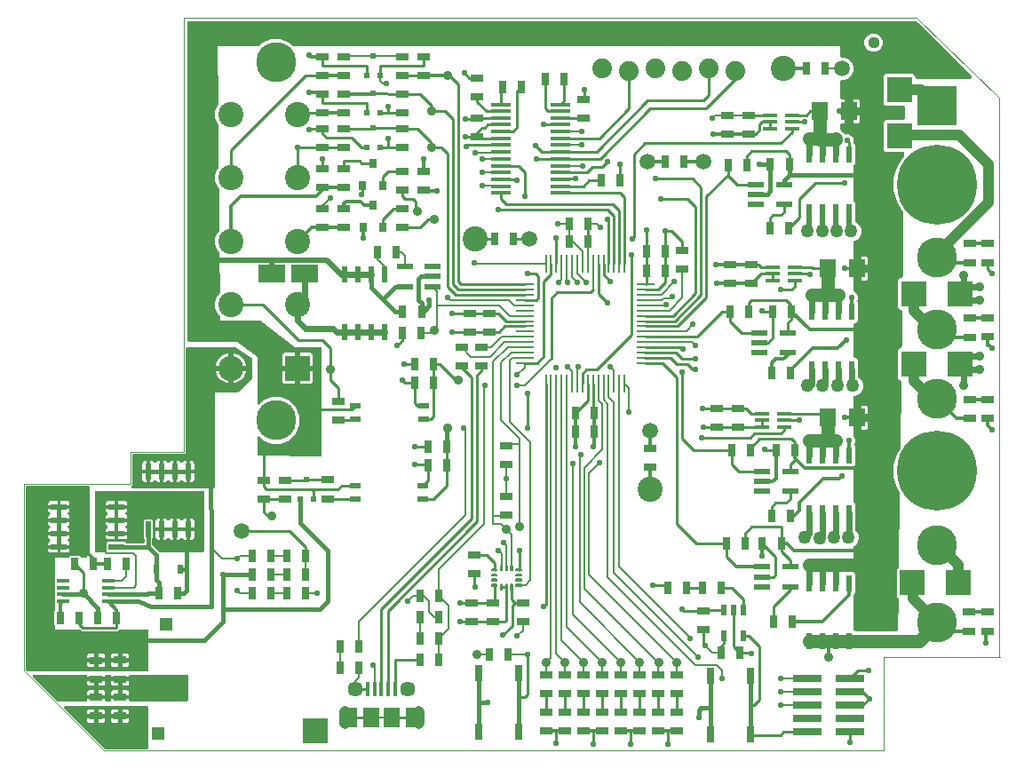
<source format=gbl>
G04 EAGLE Gerber RS-274X export*
G75*
%MOMM*%
%FSLAX34Y34*%
%LPD*%
%INBottom copper*%
%IPPOS*%
%AMOC8*
5,1,8,0,0,1.08239X$1,22.5*%
G01*
%ADD10C,0.000000*%
%ADD11C,7.620000*%
%ADD12R,0.609600X1.524000*%
%ADD13R,3.816000X3.816000*%
%ADD14C,3.816000*%
%ADD15R,0.500000X1.000000*%
%ADD16R,2.400000X2.400000*%
%ADD17C,2.400000*%
%ADD18R,1.200000X0.800000*%
%ADD19R,1.200000X0.450000*%
%ADD20R,1.524000X0.609600*%
%ADD21R,0.630000X0.830000*%
%ADD22R,1.625600X0.609600*%
%ADD23R,1.981200X0.406400*%
%ADD24C,1.879600*%
%ADD25R,1.766000X0.270000*%
%ADD26R,0.270000X1.766000*%
%ADD27R,0.762000X1.524000*%
%ADD28R,0.800000X1.200000*%
%ADD29R,0.600000X0.550000*%
%ADD30R,0.800000X0.900000*%
%ADD31R,1.000000X0.500000*%
%ADD32C,1.450000*%
%ADD33R,0.400000X1.350000*%
%ADD34R,1.500000X1.900000*%
%ADD35R,1.200000X1.900000*%
%ADD36C,1.108000*%
%ADD37R,2.790009X0.740003*%
%ADD38C,0.150000*%
%ADD39R,1.473200X0.406400*%
%ADD40R,1.600000X1.800000*%
%ADD41R,2.590800X1.651000*%
%ADD42R,1.200000X1.200000*%
%ADD43R,0.900000X0.900000*%
%ADD44C,0.553200*%
%ADD45C,0.254000*%
%ADD46C,0.304800*%
%ADD47C,0.900000*%
%ADD48C,0.203200*%
%ADD49C,1.500000*%
%ADD50C,0.812800*%
%ADD51C,1.016000*%
%ADD52C,1.270000*%
%ADD53C,0.177800*%
%ADD54C,0.406400*%
%ADD55C,1.125000*%
%ADD56C,0.609600*%
%ADD57C,2.400300*%
%ADD58C,0.508000*%
%ADD59R,2.400300X2.400300*%
%ADD60C,1.275000*%

G36*
X156600Y695436D02*
X156600Y695436D01*
X156481Y695429D01*
X156443Y695416D01*
X156402Y695411D01*
X156292Y695368D01*
X156179Y695331D01*
X156144Y695309D01*
X156107Y695294D01*
X156011Y695225D01*
X155910Y695161D01*
X155882Y695131D01*
X155849Y695108D01*
X155773Y695016D01*
X155692Y694929D01*
X155672Y694894D01*
X155647Y694863D01*
X155596Y694755D01*
X155538Y694651D01*
X155528Y694611D01*
X155511Y694575D01*
X155489Y694458D01*
X155459Y694343D01*
X155455Y694283D01*
X155451Y694263D01*
X155453Y694242D01*
X155449Y694182D01*
X155449Y391160D01*
X155464Y391042D01*
X155471Y390923D01*
X155484Y390885D01*
X155489Y390844D01*
X155532Y390734D01*
X155569Y390621D01*
X155591Y390586D01*
X155606Y390549D01*
X155675Y390453D01*
X155739Y390352D01*
X155769Y390324D01*
X155792Y390291D01*
X155884Y390216D01*
X155971Y390134D01*
X156006Y390114D01*
X156037Y390089D01*
X156145Y390038D01*
X156249Y389980D01*
X156289Y389970D01*
X156325Y389953D01*
X156442Y389931D01*
X156557Y389901D01*
X156617Y389897D01*
X156637Y389893D01*
X156658Y389895D01*
X156718Y389891D01*
X202777Y389891D01*
X222251Y375285D01*
X222251Y331286D01*
X222268Y331148D01*
X222281Y331009D01*
X222288Y330990D01*
X222291Y330970D01*
X222342Y330841D01*
X222389Y330710D01*
X222400Y330693D01*
X222408Y330675D01*
X222489Y330562D01*
X222567Y330447D01*
X222583Y330434D01*
X222594Y330417D01*
X222702Y330328D01*
X222806Y330236D01*
X222824Y330227D01*
X222839Y330214D01*
X222965Y330155D01*
X223089Y330092D01*
X223109Y330087D01*
X223127Y330079D01*
X223263Y330053D01*
X223399Y330022D01*
X223420Y330023D01*
X223440Y330019D01*
X223578Y330028D01*
X223717Y330032D01*
X223737Y330038D01*
X223757Y330039D01*
X223889Y330082D01*
X224023Y330120D01*
X224040Y330131D01*
X224059Y330137D01*
X224177Y330211D01*
X224297Y330282D01*
X224318Y330300D01*
X224328Y330307D01*
X224342Y330322D01*
X224418Y330388D01*
X227749Y333720D01*
X235882Y337089D01*
X244686Y337089D01*
X252819Y333720D01*
X259044Y327495D01*
X262413Y319362D01*
X262413Y310558D01*
X259044Y302425D01*
X252819Y296200D01*
X244686Y292831D01*
X235882Y292831D01*
X227749Y296200D01*
X224418Y299532D01*
X224308Y299617D01*
X224201Y299706D01*
X224182Y299714D01*
X224166Y299727D01*
X224038Y299782D01*
X223913Y299841D01*
X223893Y299845D01*
X223874Y299853D01*
X223736Y299875D01*
X223601Y299901D01*
X223580Y299900D01*
X223560Y299903D01*
X223421Y299890D01*
X223283Y299881D01*
X223264Y299875D01*
X223244Y299873D01*
X223112Y299826D01*
X222981Y299783D01*
X222963Y299772D01*
X222944Y299765D01*
X222829Y299687D01*
X222712Y299613D01*
X222698Y299598D01*
X222681Y299587D01*
X222589Y299483D01*
X222494Y299381D01*
X222484Y299364D01*
X222471Y299348D01*
X222407Y299224D01*
X222340Y299103D01*
X222335Y299083D01*
X222326Y299065D01*
X222296Y298929D01*
X222261Y298795D01*
X222259Y298767D01*
X222257Y298755D01*
X222257Y298734D01*
X222251Y298634D01*
X222251Y282420D01*
X222265Y282309D01*
X222271Y282197D01*
X222285Y282151D01*
X222291Y282104D01*
X222332Y282000D01*
X222365Y281893D01*
X222390Y281853D01*
X222408Y281809D01*
X222473Y281718D01*
X222532Y281623D01*
X222567Y281590D01*
X222594Y281551D01*
X222681Y281480D01*
X222762Y281402D01*
X222803Y281379D01*
X222839Y281348D01*
X222941Y281301D01*
X223038Y281246D01*
X223084Y281233D01*
X223127Y281213D01*
X223237Y281192D01*
X223345Y281163D01*
X223418Y281157D01*
X223440Y281153D01*
X223458Y281154D01*
X223506Y281151D01*
X282097Y280500D01*
X282241Y280516D01*
X282388Y280530D01*
X282400Y280534D01*
X282413Y280536D01*
X282549Y280588D01*
X282687Y280638D01*
X282698Y280645D01*
X282710Y280650D01*
X282829Y280734D01*
X282950Y280816D01*
X282959Y280826D01*
X282969Y280834D01*
X283064Y280945D01*
X283161Y281055D01*
X283167Y281066D01*
X283175Y281076D01*
X283239Y281208D01*
X283305Y281338D01*
X283308Y281351D01*
X283314Y281363D01*
X283343Y281505D01*
X283375Y281648D01*
X283374Y281661D01*
X283377Y281674D01*
X283370Y281820D01*
X283365Y281966D01*
X283361Y281979D01*
X283361Y281992D01*
X283317Y282132D01*
X283277Y282271D01*
X283270Y282283D01*
X283266Y282295D01*
X283209Y282387D01*
X283209Y383540D01*
X283194Y383658D01*
X283187Y383777D01*
X283174Y383815D01*
X283169Y383856D01*
X283126Y383966D01*
X283089Y384079D01*
X283067Y384114D01*
X283052Y384151D01*
X282983Y384247D01*
X282919Y384348D01*
X282889Y384376D01*
X282866Y384409D01*
X282774Y384485D01*
X282687Y384566D01*
X282652Y384586D01*
X282621Y384611D01*
X282513Y384662D01*
X282409Y384720D01*
X282369Y384730D01*
X282333Y384747D01*
X282216Y384769D01*
X282101Y384799D01*
X282041Y384803D01*
X282021Y384807D01*
X282000Y384805D01*
X281940Y384809D01*
X257734Y384809D01*
X225056Y409946D01*
X225041Y409955D01*
X225029Y409966D01*
X224905Y410035D01*
X224782Y410107D01*
X224765Y410112D01*
X224751Y410120D01*
X224613Y410155D01*
X224476Y410194D01*
X224459Y410195D01*
X224443Y410199D01*
X224282Y410209D01*
X200245Y410209D01*
X200236Y410208D01*
X200227Y410209D01*
X200078Y410188D01*
X199930Y410169D01*
X199921Y410166D01*
X199912Y410165D01*
X199861Y410147D01*
X193816Y410147D01*
X193778Y410157D01*
X193634Y410197D01*
X193624Y410197D01*
X193615Y410199D01*
X193455Y410209D01*
X186677Y410209D01*
X186644Y413606D01*
X186632Y413698D01*
X186629Y413791D01*
X186611Y413855D01*
X186602Y413921D01*
X186567Y414007D01*
X186541Y414096D01*
X186507Y414154D01*
X186482Y414216D01*
X186426Y414290D01*
X186379Y414370D01*
X186303Y414457D01*
X186292Y414471D01*
X186286Y414477D01*
X186273Y414491D01*
X184092Y416672D01*
X181801Y422203D01*
X181801Y428189D01*
X184092Y433720D01*
X186052Y435680D01*
X186116Y435763D01*
X186187Y435840D01*
X186213Y435888D01*
X186247Y435931D01*
X186288Y436028D01*
X186338Y436120D01*
X186351Y436173D01*
X186373Y436223D01*
X186390Y436327D01*
X186415Y436429D01*
X186419Y436515D01*
X186423Y436537D01*
X186421Y436552D01*
X186423Y436590D01*
X186058Y474645D01*
X186045Y474737D01*
X186042Y474830D01*
X186024Y474894D01*
X186015Y474960D01*
X185980Y475046D01*
X185954Y475135D01*
X185920Y475193D01*
X185895Y475254D01*
X185839Y475329D01*
X185792Y475409D01*
X185716Y475496D01*
X185705Y475510D01*
X185699Y475516D01*
X185686Y475530D01*
X184092Y477124D01*
X181801Y482655D01*
X181801Y488641D01*
X184092Y494172D01*
X185476Y495556D01*
X185541Y495639D01*
X185612Y495716D01*
X185637Y495764D01*
X185671Y495807D01*
X185713Y495904D01*
X185763Y495996D01*
X185776Y496049D01*
X185797Y496099D01*
X185814Y496203D01*
X185839Y496305D01*
X185844Y496392D01*
X185847Y496413D01*
X185846Y496429D01*
X185848Y496466D01*
X185471Y535684D01*
X185458Y535776D01*
X185455Y535869D01*
X185437Y535933D01*
X185428Y535999D01*
X185393Y536085D01*
X185367Y536174D01*
X185333Y536231D01*
X185308Y536293D01*
X185252Y536368D01*
X185205Y536448D01*
X185129Y536535D01*
X185119Y536549D01*
X185112Y536554D01*
X185099Y536569D01*
X184092Y537576D01*
X181801Y543107D01*
X181801Y549093D01*
X184092Y554624D01*
X184900Y555432D01*
X184965Y555515D01*
X185036Y555593D01*
X185062Y555641D01*
X185095Y555684D01*
X185137Y555780D01*
X185187Y555873D01*
X185200Y555926D01*
X185222Y555976D01*
X185238Y556079D01*
X185263Y556181D01*
X185268Y556268D01*
X185271Y556290D01*
X185270Y556305D01*
X185272Y556342D01*
X184884Y596723D01*
X184871Y596815D01*
X184868Y596908D01*
X184850Y596972D01*
X184841Y597038D01*
X184806Y597124D01*
X184780Y597213D01*
X184746Y597270D01*
X184721Y597332D01*
X184666Y597407D01*
X184618Y597487D01*
X184542Y597574D01*
X184532Y597588D01*
X184525Y597593D01*
X184512Y597608D01*
X184092Y598028D01*
X181801Y603559D01*
X181801Y609545D01*
X184092Y615076D01*
X184325Y615309D01*
X184389Y615392D01*
X184460Y615469D01*
X184486Y615517D01*
X184519Y615560D01*
X184561Y615656D01*
X184611Y615749D01*
X184624Y615802D01*
X184646Y615852D01*
X184662Y615956D01*
X184688Y616058D01*
X184692Y616144D01*
X184696Y616166D01*
X184694Y616181D01*
X184696Y616218D01*
X184162Y671831D01*
X223450Y671831D01*
X223548Y671843D01*
X223647Y671846D01*
X223706Y671863D01*
X223766Y671871D01*
X223858Y671907D01*
X223953Y671935D01*
X224005Y671965D01*
X224061Y671988D01*
X224142Y672046D01*
X224227Y672096D01*
X224302Y672162D01*
X224319Y672174D01*
X224327Y672184D01*
X224348Y672203D01*
X227241Y675096D01*
X235374Y678465D01*
X244178Y678465D01*
X252311Y675096D01*
X255204Y672203D01*
X255283Y672142D01*
X255355Y672074D01*
X255408Y672045D01*
X255456Y672008D01*
X255546Y671968D01*
X255633Y671920D01*
X255692Y671905D01*
X255747Y671881D01*
X255845Y671866D01*
X255941Y671841D01*
X256041Y671835D01*
X256061Y671831D01*
X256074Y671833D01*
X256102Y671831D01*
X777749Y671831D01*
X777749Y662820D01*
X777751Y662802D01*
X777749Y662784D01*
X777770Y662602D01*
X777789Y662419D01*
X777794Y662402D01*
X777796Y662385D01*
X777853Y662210D01*
X777907Y662034D01*
X777915Y662019D01*
X777921Y662002D01*
X778011Y661842D01*
X778099Y661680D01*
X778110Y661667D01*
X778119Y661651D01*
X778239Y661512D01*
X778356Y661371D01*
X778370Y661360D01*
X778382Y661346D01*
X778527Y661234D01*
X778670Y661119D01*
X778686Y661111D01*
X778700Y661100D01*
X778865Y661018D01*
X779027Y660933D01*
X779044Y660928D01*
X779061Y660920D01*
X779239Y660873D01*
X779414Y660822D01*
X779432Y660820D01*
X779449Y660816D01*
X779780Y660789D01*
X781878Y660789D01*
X785755Y659183D01*
X788723Y656215D01*
X790329Y652338D01*
X790329Y648142D01*
X788723Y644265D01*
X785755Y641297D01*
X781878Y639691D01*
X779780Y639691D01*
X779762Y639689D01*
X779744Y639691D01*
X779562Y639670D01*
X779379Y639651D01*
X779362Y639646D01*
X779345Y639644D01*
X779170Y639587D01*
X778994Y639533D01*
X778979Y639525D01*
X778962Y639519D01*
X778802Y639429D01*
X778640Y639341D01*
X778627Y639330D01*
X778611Y639321D01*
X778472Y639201D01*
X778331Y639084D01*
X778320Y639070D01*
X778307Y639058D01*
X778194Y638913D01*
X778079Y638770D01*
X778071Y638754D01*
X778060Y638740D01*
X777978Y638575D01*
X777893Y638413D01*
X777888Y638396D01*
X777880Y638380D01*
X777833Y638201D01*
X777782Y638026D01*
X777780Y638008D01*
X777776Y637991D01*
X777749Y637660D01*
X777749Y623172D01*
X777751Y623154D01*
X777749Y623136D01*
X777770Y622954D01*
X777789Y622771D01*
X777794Y622754D01*
X777796Y622737D01*
X777853Y622562D01*
X777907Y622386D01*
X777915Y622371D01*
X777921Y622354D01*
X778011Y622194D01*
X778099Y622032D01*
X778110Y622019D01*
X778119Y622003D01*
X778239Y621864D01*
X778356Y621723D01*
X778370Y621712D01*
X778382Y621698D01*
X778527Y621586D01*
X778670Y621471D01*
X778686Y621463D01*
X778700Y621452D01*
X778865Y621370D01*
X779027Y621285D01*
X779044Y621280D01*
X779061Y621272D01*
X779239Y621224D01*
X779414Y621174D01*
X779432Y621172D01*
X779449Y621168D01*
X779780Y621141D01*
X782161Y621141D01*
X782161Y613599D01*
X779780Y613599D01*
X779762Y613597D01*
X779744Y613599D01*
X779562Y613578D01*
X779379Y613559D01*
X779362Y613554D01*
X779345Y613552D01*
X779170Y613495D01*
X778994Y613441D01*
X778979Y613433D01*
X778962Y613427D01*
X778802Y613337D01*
X778640Y613249D01*
X778627Y613238D01*
X778611Y613229D01*
X778472Y613109D01*
X778331Y612992D01*
X778320Y612978D01*
X778307Y612966D01*
X778194Y612821D01*
X778079Y612678D01*
X778071Y612662D01*
X778060Y612648D01*
X777978Y612483D01*
X777893Y612321D01*
X777888Y612304D01*
X777880Y612288D01*
X777833Y612109D01*
X777782Y611934D01*
X777780Y611916D01*
X777776Y611899D01*
X777749Y611568D01*
X777749Y607632D01*
X777750Y607618D01*
X777749Y607605D01*
X777749Y607601D01*
X777749Y607596D01*
X777770Y607414D01*
X777789Y607231D01*
X777794Y607214D01*
X777796Y607197D01*
X777853Y607022D01*
X777907Y606846D01*
X777915Y606831D01*
X777921Y606814D01*
X778011Y606654D01*
X778099Y606492D01*
X778110Y606479D01*
X778119Y606463D01*
X778239Y606324D01*
X778356Y606183D01*
X778370Y606172D01*
X778382Y606158D01*
X778527Y606046D01*
X778670Y605931D01*
X778686Y605923D01*
X778700Y605912D01*
X778865Y605830D01*
X779027Y605745D01*
X779044Y605740D01*
X779061Y605732D01*
X779239Y605684D01*
X779414Y605634D01*
X779432Y605632D01*
X779449Y605628D01*
X779780Y605601D01*
X782161Y605601D01*
X782161Y598059D01*
X779780Y598059D01*
X779762Y598057D01*
X779744Y598059D01*
X779562Y598038D01*
X779379Y598019D01*
X779362Y598014D01*
X779345Y598012D01*
X779170Y597955D01*
X778995Y597901D01*
X778979Y597893D01*
X778962Y597887D01*
X778802Y597797D01*
X778640Y597710D01*
X778627Y597698D01*
X778611Y597689D01*
X778472Y597569D01*
X778331Y597452D01*
X778320Y597438D01*
X778307Y597426D01*
X778194Y597281D01*
X778079Y597138D01*
X778071Y597122D01*
X778060Y597108D01*
X777978Y596944D01*
X777893Y596781D01*
X777888Y596764D01*
X777880Y596748D01*
X777833Y596570D01*
X777782Y596394D01*
X777780Y596376D01*
X777776Y596359D01*
X777749Y596028D01*
X777749Y593145D01*
X777751Y593123D01*
X777749Y593101D01*
X777771Y592923D01*
X777789Y592744D01*
X777795Y592723D01*
X777798Y592701D01*
X777854Y592531D01*
X777907Y592360D01*
X777917Y592340D01*
X777924Y592319D01*
X778013Y592163D01*
X778099Y592005D01*
X778113Y591988D01*
X778124Y591969D01*
X778242Y591833D01*
X778356Y591696D01*
X778374Y591682D01*
X778388Y591665D01*
X778531Y591556D01*
X778670Y591444D01*
X778681Y591438D01*
X781387Y588732D01*
X781394Y588717D01*
X781402Y588701D01*
X781408Y588683D01*
X781497Y588523D01*
X781584Y588362D01*
X781595Y588348D01*
X781604Y588332D01*
X781723Y588193D01*
X781840Y588051D01*
X781854Y588040D01*
X781866Y588026D01*
X782010Y587913D01*
X782153Y587798D01*
X782169Y587789D01*
X782183Y587778D01*
X782347Y587696D01*
X782509Y587611D01*
X782527Y587605D01*
X782543Y587597D01*
X782719Y587549D01*
X782896Y587497D01*
X782914Y587496D01*
X782931Y587491D01*
X783114Y587479D01*
X783297Y587463D01*
X783315Y587465D01*
X783333Y587464D01*
X783418Y587475D01*
X786017Y587475D01*
X788154Y586590D01*
X789440Y585304D01*
X789460Y585287D01*
X789478Y585267D01*
X789616Y585159D01*
X789751Y585049D01*
X789775Y585036D01*
X789796Y585020D01*
X789953Y584942D01*
X790107Y584860D01*
X790132Y584852D01*
X790156Y584840D01*
X790326Y584795D01*
X790449Y584758D01*
X790449Y583766D01*
X790452Y583735D01*
X790450Y583704D01*
X790472Y583535D01*
X790489Y583366D01*
X790498Y583336D01*
X790502Y583305D01*
X790603Y582989D01*
X790675Y582817D01*
X790675Y580468D01*
X790656Y580400D01*
X790604Y580229D01*
X790602Y580207D01*
X790596Y580185D01*
X790583Y580006D01*
X790566Y579828D01*
X790568Y579806D01*
X790567Y579784D01*
X790589Y579605D01*
X790608Y579428D01*
X790614Y579406D01*
X790617Y579384D01*
X790674Y579214D01*
X790727Y579043D01*
X790738Y579024D01*
X790745Y579002D01*
X790835Y578847D01*
X790921Y578690D01*
X790935Y578673D01*
X790946Y578654D01*
X791161Y578401D01*
X792227Y577335D01*
X792227Y559569D01*
X791044Y558386D01*
X791027Y558365D01*
X791007Y558348D01*
X790899Y558210D01*
X790789Y558075D01*
X790776Y558051D01*
X790760Y558030D01*
X790682Y557873D01*
X790600Y557719D01*
X790592Y557693D01*
X790580Y557669D01*
X790535Y557500D01*
X790485Y557333D01*
X790483Y557306D01*
X790476Y557281D01*
X790449Y556950D01*
X790449Y525090D01*
X790451Y525064D01*
X790449Y525037D01*
X790471Y524863D01*
X790489Y524690D01*
X790497Y524664D01*
X790500Y524637D01*
X790556Y524472D01*
X790607Y524305D01*
X790620Y524281D01*
X790628Y524256D01*
X790715Y524104D01*
X790799Y523951D01*
X790816Y523930D01*
X790829Y523907D01*
X791044Y523654D01*
X792227Y522471D01*
X792227Y505209D01*
X792229Y505186D01*
X792227Y505164D01*
X792249Y504986D01*
X792267Y504808D01*
X792273Y504787D01*
X792276Y504764D01*
X792332Y504594D01*
X792385Y504423D01*
X792395Y504403D01*
X792402Y504382D01*
X792491Y504227D01*
X792577Y504069D01*
X792591Y504052D01*
X792602Y504032D01*
X792719Y503898D01*
X792834Y503760D01*
X792852Y503746D01*
X792866Y503729D01*
X793008Y503620D01*
X793148Y503507D01*
X793168Y503497D01*
X793186Y503483D01*
X793481Y503332D01*
X793584Y503289D01*
X796235Y500638D01*
X797670Y497175D01*
X797670Y493425D01*
X796235Y489962D01*
X793584Y487311D01*
X791703Y486532D01*
X791683Y486521D01*
X791662Y486514D01*
X791506Y486426D01*
X791348Y486341D01*
X791331Y486327D01*
X791311Y486316D01*
X791176Y486199D01*
X791037Y486085D01*
X791023Y486068D01*
X791007Y486053D01*
X790897Y485912D01*
X790784Y485772D01*
X790773Y485753D01*
X790760Y485735D01*
X790680Y485574D01*
X790597Y485416D01*
X790590Y485395D01*
X790580Y485374D01*
X790534Y485201D01*
X790484Y485029D01*
X790482Y485007D01*
X790476Y484986D01*
X790449Y484655D01*
X790449Y461708D01*
X790451Y461690D01*
X790449Y461673D01*
X790470Y461490D01*
X790489Y461308D01*
X790494Y461291D01*
X790496Y461273D01*
X790553Y461098D01*
X790607Y460923D01*
X790615Y460907D01*
X790621Y460890D01*
X790711Y460730D01*
X790799Y460569D01*
X790810Y460555D01*
X790819Y460539D01*
X790939Y460400D01*
X791056Y460259D01*
X791070Y460248D01*
X791082Y460235D01*
X791227Y460122D01*
X791370Y460007D01*
X791386Y459999D01*
X791400Y459988D01*
X791565Y459906D01*
X791727Y459822D01*
X791744Y459817D01*
X791761Y459809D01*
X791939Y459761D01*
X792003Y459742D01*
X791870Y459699D01*
X791694Y459645D01*
X791679Y459637D01*
X791662Y459631D01*
X791502Y459541D01*
X791340Y459453D01*
X791327Y459442D01*
X791311Y459433D01*
X791172Y459313D01*
X791031Y459195D01*
X791020Y459182D01*
X791007Y459170D01*
X790894Y459025D01*
X790779Y458882D01*
X790771Y458866D01*
X790760Y458852D01*
X790678Y458687D01*
X790593Y458524D01*
X790588Y458507D01*
X790580Y458491D01*
X790533Y458313D01*
X790482Y458138D01*
X790480Y458120D01*
X790476Y458103D01*
X790449Y457772D01*
X790449Y438884D01*
X790451Y438862D01*
X790449Y438839D01*
X790471Y438662D01*
X790489Y438483D01*
X790495Y438462D01*
X790498Y438440D01*
X790554Y438270D01*
X790607Y438098D01*
X790617Y438079D01*
X790624Y438058D01*
X790713Y437902D01*
X790799Y437744D01*
X790813Y437727D01*
X790824Y437708D01*
X790942Y437573D01*
X791056Y437435D01*
X791074Y437421D01*
X791088Y437404D01*
X791231Y437295D01*
X791370Y437183D01*
X791390Y437173D01*
X791408Y437159D01*
X791703Y437007D01*
X791939Y436909D01*
X793575Y435274D01*
X794460Y433136D01*
X794460Y430823D01*
X794089Y429926D01*
X794082Y429905D01*
X794072Y429885D01*
X794024Y429712D01*
X793972Y429541D01*
X793970Y429519D01*
X793964Y429497D01*
X793951Y429317D01*
X793934Y429140D01*
X793936Y429118D01*
X793935Y429095D01*
X793957Y428918D01*
X793976Y428739D01*
X793982Y428718D01*
X793985Y428696D01*
X794042Y428527D01*
X794096Y428355D01*
X794106Y428335D01*
X794113Y428314D01*
X794203Y428159D01*
X794289Y428002D01*
X794303Y427985D01*
X794314Y427965D01*
X794529Y427712D01*
X794767Y427475D01*
X794767Y409709D01*
X792981Y407923D01*
X792480Y407923D01*
X792462Y407921D01*
X792444Y407923D01*
X792262Y407902D01*
X792079Y407883D01*
X792062Y407878D01*
X792045Y407876D01*
X791870Y407819D01*
X791694Y407765D01*
X791679Y407757D01*
X791662Y407751D01*
X791502Y407661D01*
X791340Y407573D01*
X791327Y407562D01*
X791311Y407553D01*
X791172Y407433D01*
X791031Y407316D01*
X791020Y407302D01*
X791007Y407290D01*
X790894Y407145D01*
X790779Y407002D01*
X790771Y406986D01*
X790760Y406972D01*
X790678Y406807D01*
X790593Y406645D01*
X790588Y406628D01*
X790580Y406612D01*
X790533Y406433D01*
X790482Y406258D01*
X790480Y406240D01*
X790476Y406223D01*
X790449Y405892D01*
X790449Y376428D01*
X790451Y376410D01*
X790449Y376392D01*
X790471Y376210D01*
X790489Y376027D01*
X790494Y376010D01*
X790496Y375993D01*
X790553Y375818D01*
X790607Y375642D01*
X790615Y375627D01*
X790621Y375610D01*
X790711Y375450D01*
X790799Y375288D01*
X790810Y375275D01*
X790819Y375259D01*
X790939Y375120D01*
X791056Y374979D01*
X791070Y374968D01*
X791082Y374954D01*
X791227Y374842D01*
X791370Y374727D01*
X791386Y374719D01*
X791400Y374708D01*
X791565Y374626D01*
X791727Y374541D01*
X791744Y374536D01*
X791761Y374528D01*
X791939Y374481D01*
X792114Y374430D01*
X792132Y374428D01*
X792149Y374424D01*
X792480Y374397D01*
X792981Y374397D01*
X794767Y372611D01*
X794767Y357322D01*
X794769Y357295D01*
X794767Y357269D01*
X794789Y357095D01*
X794807Y356921D01*
X794814Y356896D01*
X794818Y356869D01*
X794873Y356703D01*
X794925Y356536D01*
X794938Y356513D01*
X794946Y356487D01*
X795033Y356336D01*
X795117Y356182D01*
X795134Y356162D01*
X795147Y356139D01*
X795362Y355886D01*
X797929Y353318D01*
X799364Y349855D01*
X799364Y346105D01*
X797929Y342642D01*
X795278Y339991D01*
X791703Y338510D01*
X791683Y338499D01*
X791662Y338493D01*
X791506Y338404D01*
X791348Y338320D01*
X791331Y338306D01*
X791311Y338295D01*
X791176Y338178D01*
X791037Y338063D01*
X791023Y338046D01*
X791007Y338031D01*
X790897Y337890D01*
X790784Y337751D01*
X790773Y337731D01*
X790760Y337713D01*
X790680Y337553D01*
X790597Y337394D01*
X790590Y337373D01*
X790580Y337353D01*
X790534Y337179D01*
X790484Y337008D01*
X790482Y336986D01*
X790476Y336964D01*
X790449Y336633D01*
X790449Y319468D01*
X790451Y319450D01*
X790449Y319433D01*
X790470Y319250D01*
X790489Y319068D01*
X790494Y319051D01*
X790496Y319033D01*
X790553Y318858D01*
X790607Y318683D01*
X790615Y318667D01*
X790621Y318650D01*
X790711Y318490D01*
X790799Y318329D01*
X790810Y318315D01*
X790819Y318299D01*
X790939Y318160D01*
X791056Y318019D01*
X791070Y318008D01*
X791082Y317995D01*
X791227Y317882D01*
X791370Y317767D01*
X791386Y317759D01*
X791400Y317748D01*
X791565Y317666D01*
X791727Y317582D01*
X791744Y317577D01*
X791761Y317569D01*
X791939Y317521D01*
X792003Y317502D01*
X791870Y317459D01*
X791694Y317405D01*
X791679Y317397D01*
X791662Y317391D01*
X791502Y317301D01*
X791340Y317213D01*
X791327Y317202D01*
X791311Y317193D01*
X791172Y317073D01*
X791031Y316955D01*
X791020Y316942D01*
X791007Y316930D01*
X790894Y316785D01*
X790779Y316642D01*
X790771Y316626D01*
X790760Y316612D01*
X790678Y316447D01*
X790593Y316284D01*
X790588Y316267D01*
X790580Y316251D01*
X790533Y316073D01*
X790482Y315898D01*
X790480Y315880D01*
X790476Y315863D01*
X790449Y315532D01*
X790449Y300408D01*
X790451Y300382D01*
X790449Y300355D01*
X790471Y300181D01*
X790489Y300008D01*
X790497Y299982D01*
X790500Y299956D01*
X790556Y299790D01*
X790607Y299623D01*
X790620Y299599D01*
X790628Y299574D01*
X790715Y299422D01*
X790799Y299269D01*
X790816Y299248D01*
X790829Y299225D01*
X791044Y298972D01*
X791269Y298747D01*
X792154Y296610D01*
X792154Y294296D01*
X791529Y292786D01*
X791522Y292765D01*
X791512Y292745D01*
X791464Y292572D01*
X791412Y292401D01*
X791410Y292379D01*
X791404Y292357D01*
X791391Y292178D01*
X791374Y292000D01*
X791376Y291978D01*
X791375Y291956D01*
X791397Y291777D01*
X791416Y291599D01*
X791422Y291578D01*
X791425Y291556D01*
X791482Y291386D01*
X791536Y291215D01*
X791546Y291196D01*
X791553Y291174D01*
X791643Y291019D01*
X791729Y290862D01*
X791743Y290845D01*
X791754Y290826D01*
X791969Y290573D01*
X792227Y290315D01*
X792227Y272549D01*
X791044Y271366D01*
X791027Y271345D01*
X791007Y271328D01*
X790899Y271190D01*
X790789Y271055D01*
X790776Y271031D01*
X790760Y271010D01*
X790682Y270853D01*
X790600Y270699D01*
X790592Y270673D01*
X790580Y270649D01*
X790535Y270480D01*
X790485Y270313D01*
X790483Y270286D01*
X790476Y270261D01*
X790449Y269930D01*
X790449Y238070D01*
X790451Y238044D01*
X790449Y238017D01*
X790471Y237843D01*
X790489Y237670D01*
X790497Y237644D01*
X790500Y237617D01*
X790556Y237452D01*
X790607Y237285D01*
X790620Y237261D01*
X790628Y237236D01*
X790715Y237084D01*
X790799Y236931D01*
X790816Y236910D01*
X790829Y236887D01*
X791044Y236634D01*
X792227Y235451D01*
X792227Y210867D01*
X792229Y210841D01*
X792227Y210814D01*
X792249Y210640D01*
X792267Y210466D01*
X792274Y210441D01*
X792278Y210414D01*
X792333Y210249D01*
X792385Y210082D01*
X792398Y210058D01*
X792406Y210033D01*
X792493Y209881D01*
X792577Y209728D01*
X792594Y209707D01*
X792607Y209684D01*
X792822Y209431D01*
X793644Y208609D01*
X795078Y205145D01*
X795078Y201396D01*
X793644Y197932D01*
X791044Y195332D01*
X791027Y195312D01*
X791007Y195294D01*
X790899Y195156D01*
X790789Y195021D01*
X790776Y194997D01*
X790760Y194976D01*
X790682Y194819D01*
X790600Y194665D01*
X790592Y194640D01*
X790580Y194615D01*
X790535Y194446D01*
X790485Y194279D01*
X790483Y194253D01*
X790476Y194227D01*
X790449Y193896D01*
X790449Y171014D01*
X790451Y170988D01*
X790449Y170961D01*
X790471Y170787D01*
X790489Y170614D01*
X790497Y170588D01*
X790500Y170561D01*
X790556Y170396D01*
X790607Y170229D01*
X790620Y170205D01*
X790628Y170180D01*
X790715Y170028D01*
X790799Y169875D01*
X790816Y169854D01*
X790829Y169831D01*
X791044Y169578D01*
X792227Y168395D01*
X792227Y150629D01*
X791298Y149700D01*
X791281Y149679D01*
X791260Y149662D01*
X791153Y149524D01*
X791043Y149389D01*
X791030Y149365D01*
X791014Y149344D01*
X790936Y149187D01*
X790854Y149033D01*
X790846Y149007D01*
X790834Y148983D01*
X790789Y148814D01*
X790739Y148647D01*
X790737Y148620D01*
X790730Y148595D01*
X790703Y148264D01*
X790703Y147680D01*
X790603Y147441D01*
X790594Y147411D01*
X790580Y147383D01*
X790536Y147218D01*
X790487Y147055D01*
X790484Y147024D01*
X790476Y146994D01*
X790449Y146663D01*
X790449Y116150D01*
X790451Y116124D01*
X790449Y116097D01*
X790471Y115923D01*
X790489Y115750D01*
X790497Y115724D01*
X790500Y115697D01*
X790556Y115532D01*
X790607Y115365D01*
X790620Y115341D01*
X790628Y115316D01*
X790715Y115164D01*
X790799Y115011D01*
X790816Y114990D01*
X790829Y114967D01*
X791044Y114714D01*
X791116Y114642D01*
X791137Y114625D01*
X791154Y114604D01*
X791292Y114497D01*
X791427Y114387D01*
X791451Y114374D01*
X791472Y114358D01*
X791629Y114280D01*
X791783Y114198D01*
X791809Y114190D01*
X791833Y114178D01*
X792002Y114133D01*
X792169Y114083D01*
X792196Y114081D01*
X792221Y114074D01*
X792552Y114047D01*
X830971Y114047D01*
X830975Y114047D01*
X830980Y114047D01*
X831175Y114067D01*
X831372Y114087D01*
X831376Y114088D01*
X831380Y114088D01*
X831569Y114147D01*
X831757Y114205D01*
X831760Y114207D01*
X831765Y114208D01*
X831936Y114302D01*
X832111Y114397D01*
X832114Y114399D01*
X832118Y114401D01*
X832268Y114528D01*
X832420Y114654D01*
X832423Y114658D01*
X832426Y114661D01*
X832550Y114816D01*
X832672Y114968D01*
X832674Y114972D01*
X832677Y114975D01*
X832769Y115154D01*
X832858Y115325D01*
X832859Y115329D01*
X832861Y115334D01*
X832915Y115526D01*
X832969Y115712D01*
X832969Y115717D01*
X832971Y115721D01*
X833002Y116051D01*
X833372Y144148D01*
X833368Y144188D01*
X833371Y144228D01*
X833351Y144389D01*
X833337Y144550D01*
X833326Y144588D01*
X833321Y144628D01*
X833269Y144781D01*
X833224Y144936D01*
X833205Y144971D01*
X833193Y145010D01*
X833112Y145150D01*
X833037Y145292D01*
X833012Y145324D01*
X832992Y145358D01*
X832804Y145580D01*
X832783Y145605D01*
X832780Y145608D01*
X832777Y145611D01*
X831631Y146757D01*
X831631Y173283D01*
X833200Y174851D01*
X833208Y174861D01*
X833218Y174870D01*
X833336Y175017D01*
X833455Y175163D01*
X833461Y175174D01*
X833469Y175185D01*
X833556Y175353D01*
X833643Y175518D01*
X833647Y175531D01*
X833653Y175543D01*
X833705Y175724D01*
X833758Y175904D01*
X833759Y175918D01*
X833763Y175930D01*
X833794Y176261D01*
X834697Y244891D01*
X834682Y245067D01*
X834671Y245244D01*
X834665Y245268D01*
X834663Y245292D01*
X834613Y245461D01*
X834567Y245633D01*
X834556Y245658D01*
X834550Y245678D01*
X834512Y245750D01*
X834425Y245933D01*
X831605Y250817D01*
X828801Y261283D01*
X828801Y272117D01*
X831605Y282583D01*
X835012Y288483D01*
X835074Y288620D01*
X835143Y288754D01*
X835157Y288803D01*
X835178Y288850D01*
X835211Y288996D01*
X835252Y289142D01*
X835258Y289199D01*
X835268Y289242D01*
X835270Y289328D01*
X835284Y289472D01*
X836098Y351367D01*
X836096Y351398D01*
X836098Y351430D01*
X836078Y351599D01*
X836064Y351768D01*
X836055Y351798D01*
X836051Y351829D01*
X835998Y351992D01*
X835951Y352155D01*
X835936Y352182D01*
X835926Y352212D01*
X835842Y352361D01*
X835764Y352511D01*
X835744Y352536D01*
X835729Y352563D01*
X835617Y352692D01*
X835510Y352824D01*
X835486Y352844D01*
X835465Y352868D01*
X835331Y352972D01*
X835200Y353080D01*
X835172Y353095D01*
X835147Y353114D01*
X834994Y353190D01*
X834845Y353271D01*
X834828Y353276D01*
X832892Y355211D01*
X832892Y381737D01*
X834696Y383541D01*
X834721Y383543D01*
X834917Y383563D01*
X834922Y383564D01*
X834926Y383564D01*
X835114Y383623D01*
X835302Y383681D01*
X835306Y383683D01*
X835310Y383684D01*
X835481Y383778D01*
X835656Y383873D01*
X835660Y383875D01*
X835664Y383878D01*
X835814Y384004D01*
X835966Y384130D01*
X835968Y384134D01*
X835972Y384137D01*
X836095Y384292D01*
X836218Y384444D01*
X836220Y384448D01*
X836223Y384451D01*
X836313Y384628D01*
X836403Y384801D01*
X836405Y384806D01*
X836407Y384810D01*
X836460Y384998D01*
X836515Y385188D01*
X836515Y385193D01*
X836516Y385197D01*
X836548Y385527D01*
X836982Y418532D01*
X836979Y418563D01*
X836982Y418594D01*
X836962Y418764D01*
X836947Y418933D01*
X836939Y418963D01*
X836935Y418994D01*
X836882Y419156D01*
X836834Y419319D01*
X836820Y419347D01*
X836810Y419377D01*
X836726Y419525D01*
X836647Y419676D01*
X836628Y419700D01*
X836612Y419727D01*
X836501Y419856D01*
X836394Y419989D01*
X836370Y420008D01*
X836349Y420032D01*
X836215Y420136D01*
X836083Y420245D01*
X836056Y420260D01*
X836031Y420279D01*
X835878Y420355D01*
X835728Y420435D01*
X835699Y420444D01*
X835671Y420458D01*
X835505Y420503D01*
X835343Y420552D01*
X835312Y420555D01*
X835282Y420563D01*
X834951Y420590D01*
X834598Y420590D01*
X832812Y422376D01*
X832812Y448901D01*
X834598Y450687D01*
X835400Y450687D01*
X835405Y450688D01*
X835409Y450687D01*
X835605Y450708D01*
X835801Y450727D01*
X835805Y450729D01*
X835810Y450729D01*
X835998Y450788D01*
X836186Y450845D01*
X836190Y450847D01*
X836194Y450849D01*
X836365Y450942D01*
X836540Y451037D01*
X836543Y451040D01*
X836547Y451042D01*
X836698Y451169D01*
X836849Y451295D01*
X836852Y451298D01*
X836855Y451301D01*
X836979Y451456D01*
X837102Y451609D01*
X837104Y451613D01*
X837106Y451616D01*
X837198Y451795D01*
X837287Y451966D01*
X837288Y451970D01*
X837290Y451974D01*
X837345Y452166D01*
X837399Y452353D01*
X837399Y452357D01*
X837400Y452362D01*
X837432Y452692D01*
X838217Y512421D01*
X838214Y512461D01*
X838217Y512501D01*
X838197Y512662D01*
X838183Y512822D01*
X838172Y512861D01*
X838167Y512901D01*
X838115Y513054D01*
X838070Y513209D01*
X838051Y513244D01*
X838038Y513282D01*
X837958Y513423D01*
X837883Y513565D01*
X837857Y513596D01*
X837837Y513631D01*
X837649Y513853D01*
X837629Y513878D01*
X837626Y513880D01*
X837623Y513884D01*
X837023Y514484D01*
X831605Y523867D01*
X828801Y534333D01*
X828801Y545167D01*
X831605Y555633D01*
X837023Y565016D01*
X838351Y566344D01*
X838359Y566354D01*
X838369Y566363D01*
X838487Y566511D01*
X838606Y566655D01*
X838612Y566667D01*
X838620Y566678D01*
X838706Y566845D01*
X838794Y567011D01*
X838798Y567024D01*
X838804Y567036D01*
X838856Y567216D01*
X838909Y567397D01*
X838910Y567410D01*
X838914Y567423D01*
X838946Y567753D01*
X838964Y569190D01*
X838962Y569221D01*
X838964Y569252D01*
X838944Y569421D01*
X838930Y569591D01*
X838921Y569621D01*
X838917Y569652D01*
X838864Y569814D01*
X838817Y569977D01*
X838802Y570005D01*
X838793Y570035D01*
X838709Y570183D01*
X838630Y570334D01*
X838610Y570358D01*
X838595Y570385D01*
X838483Y570514D01*
X838376Y570647D01*
X838352Y570666D01*
X838331Y570690D01*
X838197Y570794D01*
X838066Y570903D01*
X838038Y570918D01*
X838013Y570937D01*
X837861Y571013D01*
X837711Y571093D01*
X837681Y571102D01*
X837653Y571116D01*
X837488Y571160D01*
X837325Y571210D01*
X837294Y571213D01*
X837264Y571221D01*
X836933Y571248D01*
X820756Y571248D01*
X818970Y573034D01*
X818970Y599559D01*
X820756Y601345D01*
X837383Y601345D01*
X837387Y601346D01*
X837392Y601345D01*
X837587Y601366D01*
X837783Y601385D01*
X837788Y601386D01*
X837792Y601387D01*
X837980Y601446D01*
X838168Y601503D01*
X838172Y601505D01*
X838176Y601507D01*
X838348Y601600D01*
X838522Y601695D01*
X838526Y601698D01*
X838530Y601700D01*
X838680Y601826D01*
X838832Y601953D01*
X838834Y601956D01*
X838838Y601959D01*
X838961Y602114D01*
X839084Y602267D01*
X839086Y602270D01*
X839089Y602274D01*
X839181Y602453D01*
X839269Y602624D01*
X839271Y602628D01*
X839273Y602632D01*
X839327Y602824D01*
X839381Y603011D01*
X839381Y603015D01*
X839382Y603019D01*
X839414Y603350D01*
X839543Y613190D01*
X839541Y613221D01*
X839543Y613252D01*
X839523Y613421D01*
X839509Y613591D01*
X839500Y613621D01*
X839496Y613652D01*
X839443Y613814D01*
X839396Y613977D01*
X839381Y614005D01*
X839371Y614035D01*
X839288Y614183D01*
X839209Y614334D01*
X839189Y614358D01*
X839174Y614385D01*
X839062Y614514D01*
X838955Y614647D01*
X838931Y614666D01*
X838910Y614690D01*
X838776Y614794D01*
X838645Y614903D01*
X838617Y614918D01*
X838592Y614937D01*
X838440Y615013D01*
X838290Y615093D01*
X838260Y615102D01*
X838232Y615116D01*
X838067Y615161D01*
X837904Y615210D01*
X837873Y615213D01*
X837843Y615221D01*
X837512Y615248D01*
X820756Y615248D01*
X818970Y617034D01*
X818970Y643559D01*
X820756Y645345D01*
X847282Y645345D01*
X849068Y643559D01*
X849068Y642620D01*
X849069Y642602D01*
X849068Y642584D01*
X849089Y642402D01*
X849108Y642219D01*
X849113Y642202D01*
X849115Y642185D01*
X849172Y642010D01*
X849226Y641834D01*
X849234Y641819D01*
X849240Y641802D01*
X849330Y641642D01*
X849417Y641480D01*
X849429Y641467D01*
X849438Y641451D01*
X849558Y641312D01*
X849675Y641171D01*
X849689Y641160D01*
X849701Y641147D01*
X849846Y641034D01*
X849989Y640919D01*
X850005Y640911D01*
X850019Y640900D01*
X850184Y640818D01*
X850346Y640733D01*
X850363Y640728D01*
X850379Y640720D01*
X850557Y640673D01*
X850733Y640622D01*
X850751Y640620D01*
X850768Y640616D01*
X851099Y640589D01*
X901338Y640589D01*
X901363Y640591D01*
X901389Y640589D01*
X901563Y640611D01*
X901738Y640629D01*
X901763Y640636D01*
X901788Y640639D01*
X901955Y640695D01*
X902123Y640747D01*
X902146Y640759D01*
X902170Y640767D01*
X902323Y640855D01*
X902477Y640939D01*
X902497Y640955D01*
X902519Y640968D01*
X902652Y641084D01*
X902787Y641196D01*
X902803Y641216D01*
X902822Y641233D01*
X902929Y641373D01*
X903039Y641510D01*
X903051Y641533D01*
X903066Y641553D01*
X903144Y641712D01*
X903224Y641867D01*
X903231Y641892D01*
X903243Y641915D01*
X903287Y642086D01*
X903336Y642254D01*
X903338Y642280D01*
X903344Y642305D01*
X903354Y642480D01*
X903369Y642656D01*
X903366Y642681D01*
X903367Y642707D01*
X903342Y642881D01*
X903322Y643055D01*
X903314Y643080D01*
X903310Y643105D01*
X903251Y643271D01*
X903197Y643438D01*
X903184Y643461D01*
X903176Y643485D01*
X903085Y643636D01*
X902999Y643789D01*
X902982Y643808D01*
X902969Y643830D01*
X902750Y644080D01*
X851783Y693403D01*
X850035Y695094D01*
X849964Y695147D01*
X849900Y695208D01*
X849838Y695242D01*
X849781Y695285D01*
X849699Y695319D01*
X849621Y695362D01*
X849553Y695379D01*
X849487Y695406D01*
X849399Y695419D01*
X849313Y695441D01*
X849186Y695449D01*
X849172Y695451D01*
X849166Y695450D01*
X849153Y695451D01*
X156718Y695451D01*
X156600Y695436D01*
G37*
G36*
X116840Y75659D02*
X116840Y75659D01*
X116958Y75674D01*
X117077Y75681D01*
X117115Y75694D01*
X117156Y75699D01*
X117266Y75742D01*
X117379Y75779D01*
X117414Y75801D01*
X117451Y75816D01*
X117547Y75885D01*
X117648Y75949D01*
X117676Y75979D01*
X117709Y76002D01*
X117785Y76094D01*
X117866Y76181D01*
X117886Y76216D01*
X117911Y76247D01*
X117962Y76355D01*
X118020Y76459D01*
X118030Y76499D01*
X118047Y76535D01*
X118069Y76652D01*
X118099Y76767D01*
X118103Y76827D01*
X118107Y76847D01*
X118105Y76868D01*
X118109Y76928D01*
X118109Y114300D01*
X118094Y114418D01*
X118087Y114537D01*
X118074Y114575D01*
X118069Y114616D01*
X118026Y114726D01*
X117989Y114839D01*
X117967Y114874D01*
X117952Y114911D01*
X117883Y115007D01*
X117819Y115108D01*
X117789Y115136D01*
X117766Y115169D01*
X117674Y115245D01*
X117587Y115326D01*
X117552Y115346D01*
X117521Y115371D01*
X117413Y115422D01*
X117309Y115480D01*
X117269Y115490D01*
X117233Y115507D01*
X117116Y115529D01*
X117001Y115559D01*
X116941Y115563D01*
X116921Y115567D01*
X116900Y115565D01*
X116840Y115569D01*
X91162Y115569D01*
X91064Y115557D01*
X90965Y115554D01*
X90907Y115537D01*
X90847Y115529D01*
X90755Y115493D01*
X90659Y115465D01*
X90607Y115435D01*
X90551Y115412D01*
X90471Y115354D01*
X90386Y115304D01*
X90310Y115238D01*
X90294Y115226D01*
X90286Y115216D01*
X90265Y115198D01*
X89113Y114045D01*
X54722Y114045D01*
X53570Y115198D01*
X53492Y115258D01*
X53420Y115326D01*
X53367Y115355D01*
X53319Y115392D01*
X53228Y115432D01*
X53141Y115480D01*
X53083Y115495D01*
X53027Y115519D01*
X52929Y115534D01*
X52833Y115559D01*
X52733Y115565D01*
X52713Y115569D01*
X52701Y115567D01*
X52673Y115569D01*
X29209Y115569D01*
X29209Y118594D01*
X29197Y118692D01*
X29194Y118791D01*
X29177Y118849D01*
X29169Y118909D01*
X29133Y119001D01*
X29105Y119097D01*
X29075Y119149D01*
X29052Y119205D01*
X28994Y119285D01*
X28944Y119371D01*
X28878Y119446D01*
X28866Y119463D01*
X28856Y119470D01*
X28837Y119491D01*
X28424Y119905D01*
X28424Y133168D01*
X28837Y133582D01*
X28898Y133660D01*
X28966Y133733D01*
X28995Y133786D01*
X29032Y133833D01*
X29072Y133924D01*
X29120Y134011D01*
X29135Y134070D01*
X29159Y134125D01*
X29174Y134223D01*
X29199Y134319D01*
X29205Y134419D01*
X29209Y134439D01*
X29207Y134452D01*
X29209Y134480D01*
X29209Y139179D01*
X29197Y139277D01*
X29194Y139376D01*
X29177Y139434D01*
X29169Y139494D01*
X29145Y139555D01*
X29145Y165236D01*
X29159Y165267D01*
X29174Y165365D01*
X29199Y165461D01*
X29205Y165561D01*
X29209Y165581D01*
X29207Y165593D01*
X29209Y165621D01*
X29209Y184152D01*
X41722Y184167D01*
X41819Y184179D01*
X41918Y184182D01*
X41977Y184199D01*
X42037Y184207D01*
X42129Y184243D01*
X42223Y184271D01*
X42276Y184302D01*
X42333Y184324D01*
X42412Y184382D01*
X42497Y184432D01*
X42574Y184500D01*
X42590Y184512D01*
X42598Y184521D01*
X42618Y184539D01*
X43405Y185325D01*
X52668Y185325D01*
X53440Y184553D01*
X53518Y184492D01*
X53591Y184424D01*
X53644Y184395D01*
X53691Y184358D01*
X53783Y184319D01*
X53870Y184271D01*
X53928Y184256D01*
X53983Y184232D01*
X54082Y184216D01*
X54178Y184192D01*
X54276Y184186D01*
X54297Y184182D01*
X54310Y184183D01*
X54339Y184182D01*
X58594Y184187D01*
X58698Y184200D01*
X58803Y184204D01*
X58855Y184220D01*
X58909Y184227D01*
X59007Y184266D01*
X59107Y184296D01*
X59154Y184324D01*
X59205Y184344D01*
X59290Y184406D01*
X59380Y184460D01*
X59418Y184499D01*
X59462Y184531D01*
X59529Y184612D01*
X59602Y184687D01*
X59651Y184760D01*
X59665Y184777D01*
X59671Y184790D01*
X59692Y184821D01*
X60003Y185361D01*
X60476Y185834D01*
X61055Y186168D01*
X61289Y186231D01*
X61393Y186273D01*
X61499Y186308D01*
X61539Y186333D01*
X61583Y186351D01*
X61673Y186418D01*
X61768Y186478D01*
X61800Y186512D01*
X61838Y186540D01*
X61909Y186628D01*
X61986Y186710D01*
X62009Y186751D01*
X62039Y186788D01*
X62085Y186890D01*
X62140Y186988D01*
X62151Y187034D01*
X62171Y187077D01*
X62191Y187187D01*
X62219Y187296D01*
X62224Y187368D01*
X62227Y187390D01*
X62226Y187408D01*
X62229Y187457D01*
X62229Y251206D01*
X62214Y251324D01*
X62207Y251443D01*
X62194Y251481D01*
X62189Y251522D01*
X62146Y251632D01*
X62109Y251745D01*
X62087Y251780D01*
X62072Y251817D01*
X62003Y251913D01*
X61939Y252014D01*
X61909Y252042D01*
X61886Y252075D01*
X61794Y252151D01*
X61707Y252232D01*
X61672Y252252D01*
X61641Y252277D01*
X61533Y252328D01*
X61429Y252386D01*
X61389Y252396D01*
X61353Y252413D01*
X61236Y252435D01*
X61121Y252465D01*
X61061Y252469D01*
X61041Y252473D01*
X61020Y252471D01*
X60960Y252475D01*
X2794Y252475D01*
X2676Y252460D01*
X2557Y252453D01*
X2519Y252440D01*
X2478Y252435D01*
X2368Y252392D01*
X2255Y252355D01*
X2220Y252333D01*
X2183Y252318D01*
X2087Y252249D01*
X1986Y252185D01*
X1958Y252155D01*
X1925Y252132D01*
X1849Y252040D01*
X1768Y251953D01*
X1748Y251918D01*
X1723Y251887D01*
X1672Y251779D01*
X1614Y251675D01*
X1604Y251635D01*
X1587Y251599D01*
X1565Y251482D01*
X1535Y251367D01*
X1531Y251307D01*
X1527Y251287D01*
X1529Y251266D01*
X1525Y251206D01*
X1525Y77357D01*
X1537Y77259D01*
X1540Y77160D01*
X1557Y77102D01*
X1565Y77042D01*
X1601Y76950D01*
X1629Y76855D01*
X1659Y76802D01*
X1682Y76746D01*
X1740Y76666D01*
X1790Y76581D01*
X1856Y76505D01*
X1868Y76489D01*
X1878Y76481D01*
X1896Y76460D01*
X2326Y76030D01*
X2404Y75970D01*
X2476Y75902D01*
X2529Y75873D01*
X2577Y75836D01*
X2668Y75796D01*
X2755Y75748D01*
X2813Y75733D01*
X2869Y75709D01*
X2967Y75694D01*
X3063Y75669D01*
X3163Y75663D01*
X3183Y75659D01*
X3195Y75660D01*
X3223Y75659D01*
X116840Y75659D01*
G37*
G36*
X180458Y250206D02*
X180458Y250206D01*
X180577Y250213D01*
X180615Y250226D01*
X180656Y250231D01*
X180766Y250274D01*
X180879Y250311D01*
X180914Y250333D01*
X180951Y250348D01*
X181047Y250418D01*
X181148Y250481D01*
X181176Y250511D01*
X181209Y250534D01*
X181285Y250626D01*
X181366Y250713D01*
X181386Y250748D01*
X181411Y250779D01*
X181462Y250887D01*
X181520Y250991D01*
X181530Y251031D01*
X181547Y251067D01*
X181569Y251184D01*
X181599Y251299D01*
X181603Y251360D01*
X181607Y251380D01*
X181605Y251400D01*
X181609Y251460D01*
X181609Y341631D01*
X203200Y341631D01*
X203298Y341643D01*
X203397Y341646D01*
X203455Y341663D01*
X203516Y341671D01*
X203608Y341707D01*
X203703Y341735D01*
X203755Y341765D01*
X203811Y341788D01*
X203891Y341846D01*
X203977Y341896D01*
X204052Y341962D01*
X204069Y341974D01*
X204076Y341984D01*
X204098Y342003D01*
X216798Y354703D01*
X216858Y354781D01*
X216926Y354853D01*
X216955Y354906D01*
X216992Y354954D01*
X217032Y355045D01*
X217080Y355131D01*
X217095Y355190D01*
X217119Y355246D01*
X217134Y355344D01*
X217159Y355439D01*
X217165Y355539D01*
X217169Y355560D01*
X217167Y355572D01*
X217169Y355600D01*
X217169Y373380D01*
X217161Y373445D01*
X217163Y373510D01*
X217141Y373602D01*
X217129Y373696D01*
X217106Y373756D01*
X217091Y373819D01*
X217047Y373903D01*
X217012Y373991D01*
X216974Y374044D01*
X216944Y374102D01*
X216881Y374172D01*
X216826Y374249D01*
X216776Y374290D01*
X216732Y374338D01*
X216604Y374436D01*
X201364Y384596D01*
X201245Y384656D01*
X201129Y384720D01*
X201103Y384726D01*
X201079Y384738D01*
X200949Y384766D01*
X200821Y384799D01*
X200783Y384801D01*
X200768Y384805D01*
X200747Y384804D01*
X200660Y384809D01*
X155194Y384809D01*
X155076Y384794D01*
X154957Y384787D01*
X154919Y384774D01*
X154878Y384769D01*
X154768Y384726D01*
X154655Y384689D01*
X154620Y384667D01*
X154583Y384652D01*
X154487Y384583D01*
X154386Y384519D01*
X154358Y384489D01*
X154325Y384466D01*
X154249Y384374D01*
X154168Y384287D01*
X154148Y384252D01*
X154123Y384221D01*
X154072Y384113D01*
X154014Y384009D01*
X154004Y383969D01*
X153987Y383933D01*
X153965Y383816D01*
X153935Y383701D01*
X153931Y383641D01*
X153927Y383621D01*
X153929Y383600D01*
X153925Y383540D01*
X153925Y283848D01*
X153032Y282955D01*
X104394Y282955D01*
X104276Y282940D01*
X104157Y282933D01*
X104119Y282920D01*
X104078Y282915D01*
X103968Y282872D01*
X103855Y282835D01*
X103820Y282813D01*
X103783Y282798D01*
X103687Y282729D01*
X103586Y282665D01*
X103558Y282635D01*
X103525Y282612D01*
X103449Y282520D01*
X103368Y282433D01*
X103348Y282398D01*
X103323Y282367D01*
X103272Y282259D01*
X103214Y282155D01*
X103204Y282115D01*
X103187Y282079D01*
X103165Y281962D01*
X103135Y281847D01*
X103131Y281787D01*
X103127Y281767D01*
X103129Y281746D01*
X103125Y281686D01*
X103125Y253368D01*
X102114Y252358D01*
X102029Y252248D01*
X101940Y252141D01*
X101931Y252122D01*
X101919Y252106D01*
X101864Y251979D01*
X101804Y251853D01*
X101801Y251833D01*
X101793Y251814D01*
X101771Y251676D01*
X101745Y251541D01*
X101746Y251520D01*
X101743Y251500D01*
X101756Y251361D01*
X101764Y251223D01*
X101771Y251204D01*
X101772Y251184D01*
X101820Y251052D01*
X101862Y250921D01*
X101873Y250903D01*
X101880Y250884D01*
X101958Y250769D01*
X102033Y250652D01*
X102047Y250638D01*
X102059Y250621D01*
X102163Y250529D01*
X102264Y250434D01*
X102282Y250424D01*
X102297Y250411D01*
X102421Y250347D01*
X102543Y250280D01*
X102562Y250275D01*
X102580Y250266D01*
X102716Y250236D01*
X102851Y250201D01*
X102879Y250199D01*
X102891Y250197D01*
X102911Y250197D01*
X103011Y250191D01*
X180340Y250191D01*
X180458Y250206D01*
G37*
G36*
X77536Y189246D02*
X77536Y189246D01*
X77655Y189253D01*
X77693Y189266D01*
X77733Y189271D01*
X77844Y189314D01*
X77957Y189351D01*
X77991Y189373D01*
X78029Y189388D01*
X78125Y189458D01*
X78226Y189521D01*
X78254Y189551D01*
X78286Y189574D01*
X78362Y189666D01*
X78444Y189753D01*
X78463Y189788D01*
X78489Y189819D01*
X78540Y189927D01*
X78597Y190031D01*
X78608Y190071D01*
X78625Y190107D01*
X78647Y190224D01*
X78677Y190339D01*
X78681Y190400D01*
X78685Y190420D01*
X78683Y190440D01*
X78687Y190500D01*
X78687Y198064D01*
X79580Y198957D01*
X96083Y198957D01*
X96728Y198312D01*
X96806Y198252D01*
X96878Y198184D01*
X96931Y198155D01*
X96979Y198118D01*
X97070Y198078D01*
X97157Y198030D01*
X97215Y198015D01*
X97271Y197991D01*
X97369Y197976D01*
X97464Y197951D01*
X97565Y197945D01*
X97585Y197941D01*
X97597Y197943D01*
X97625Y197941D01*
X113284Y197941D01*
X113402Y197956D01*
X113521Y197963D01*
X113559Y197976D01*
X113600Y197981D01*
X113710Y198024D01*
X113823Y198061D01*
X113858Y198083D01*
X113895Y198098D01*
X113991Y198167D01*
X114092Y198231D01*
X114120Y198261D01*
X114153Y198284D01*
X114229Y198376D01*
X114310Y198463D01*
X114330Y198498D01*
X114355Y198529D01*
X114406Y198637D01*
X114464Y198741D01*
X114474Y198781D01*
X114491Y198817D01*
X114513Y198934D01*
X114543Y199049D01*
X114547Y199109D01*
X114551Y199129D01*
X114549Y199150D01*
X114553Y199210D01*
X114553Y201535D01*
X114541Y201633D01*
X114538Y201732D01*
X114521Y201790D01*
X114513Y201850D01*
X114477Y201942D01*
X114449Y202037D01*
X114419Y202090D01*
X114396Y202146D01*
X114338Y202226D01*
X114288Y202311D01*
X114222Y202387D01*
X114210Y202403D01*
X114200Y202411D01*
X114181Y202432D01*
X113537Y203076D01*
X113537Y219580D01*
X114430Y220473D01*
X121790Y220473D01*
X122683Y219580D01*
X122683Y203076D01*
X122039Y202432D01*
X121978Y202354D01*
X121910Y202282D01*
X121881Y202229D01*
X121844Y202181D01*
X121804Y202090D01*
X121756Y202003D01*
X121741Y201945D01*
X121717Y201889D01*
X121702Y201791D01*
X121677Y201695D01*
X121671Y201595D01*
X121667Y201575D01*
X121669Y201563D01*
X121667Y201535D01*
X121667Y196383D01*
X121679Y196285D01*
X121682Y196186D01*
X121699Y196128D01*
X121707Y196067D01*
X121743Y195975D01*
X121771Y195880D01*
X121801Y195828D01*
X121824Y195772D01*
X121882Y195692D01*
X121932Y195606D01*
X121998Y195531D01*
X122010Y195514D01*
X122020Y195507D01*
X122038Y195485D01*
X127921Y189603D01*
X128000Y189542D01*
X128072Y189474D01*
X128125Y189445D01*
X128173Y189408D01*
X128264Y189368D01*
X128350Y189320D01*
X128409Y189305D01*
X128465Y189281D01*
X128563Y189266D01*
X128658Y189241D01*
X128758Y189235D01*
X128779Y189231D01*
X128791Y189233D01*
X128819Y189231D01*
X170180Y189231D01*
X170298Y189246D01*
X170417Y189253D01*
X170455Y189266D01*
X170496Y189271D01*
X170606Y189314D01*
X170719Y189351D01*
X170754Y189373D01*
X170791Y189388D01*
X170887Y189458D01*
X170988Y189521D01*
X171016Y189551D01*
X171049Y189574D01*
X171125Y189666D01*
X171206Y189753D01*
X171226Y189788D01*
X171251Y189819D01*
X171302Y189927D01*
X171360Y190031D01*
X171370Y190071D01*
X171387Y190107D01*
X171409Y190224D01*
X171439Y190339D01*
X171443Y190400D01*
X171447Y190420D01*
X171445Y190440D01*
X171449Y190500D01*
X171449Y246380D01*
X171434Y246498D01*
X171427Y246617D01*
X171414Y246655D01*
X171409Y246696D01*
X171366Y246806D01*
X171329Y246919D01*
X171307Y246954D01*
X171292Y246991D01*
X171223Y247087D01*
X171159Y247188D01*
X171129Y247216D01*
X171106Y247249D01*
X171014Y247325D01*
X170927Y247406D01*
X170892Y247426D01*
X170861Y247451D01*
X170753Y247502D01*
X170649Y247560D01*
X170609Y247570D01*
X170573Y247587D01*
X170456Y247609D01*
X170341Y247639D01*
X170281Y247643D01*
X170261Y247647D01*
X170240Y247645D01*
X170180Y247649D01*
X68580Y247649D01*
X68462Y247634D01*
X68343Y247627D01*
X68305Y247614D01*
X68264Y247609D01*
X68154Y247566D01*
X68041Y247529D01*
X68006Y247507D01*
X67969Y247492D01*
X67873Y247423D01*
X67772Y247359D01*
X67744Y247329D01*
X67711Y247306D01*
X67636Y247214D01*
X67554Y247127D01*
X67534Y247092D01*
X67509Y247061D01*
X67458Y246953D01*
X67400Y246849D01*
X67390Y246809D01*
X67373Y246773D01*
X67351Y246656D01*
X67321Y246541D01*
X67317Y246481D01*
X67313Y246461D01*
X67315Y246440D01*
X67314Y246431D01*
X67313Y246428D01*
X67314Y246424D01*
X67311Y246380D01*
X67311Y190500D01*
X67326Y190382D01*
X67333Y190263D01*
X67346Y190225D01*
X67351Y190184D01*
X67394Y190074D01*
X67431Y189961D01*
X67453Y189926D01*
X67468Y189889D01*
X67538Y189793D01*
X67601Y189692D01*
X67631Y189664D01*
X67654Y189631D01*
X67746Y189556D01*
X67833Y189474D01*
X67868Y189454D01*
X67899Y189429D01*
X68007Y189378D01*
X68111Y189320D01*
X68151Y189310D01*
X68187Y189293D01*
X68304Y189271D01*
X68419Y189241D01*
X68480Y189237D01*
X68500Y189233D01*
X68520Y189235D01*
X68580Y189231D01*
X77418Y189231D01*
X77536Y189246D01*
G37*
G36*
X58694Y46807D02*
X58694Y46807D01*
X58810Y46822D01*
X58926Y46830D01*
X58967Y46843D01*
X59009Y46848D01*
X59118Y46891D01*
X59229Y46928D01*
X59265Y46950D01*
X59304Y46966D01*
X59399Y47035D01*
X59498Y47098D01*
X59527Y47129D01*
X59561Y47154D01*
X59635Y47244D01*
X59716Y47329D01*
X59736Y47367D01*
X59763Y47399D01*
X59813Y47505D01*
X59869Y47608D01*
X59880Y47649D01*
X59898Y47687D01*
X59919Y47803D01*
X59949Y47916D01*
X59953Y47979D01*
X59957Y48000D01*
X59955Y48020D01*
X59959Y48076D01*
X59959Y49135D01*
X67769Y49135D01*
X67888Y49150D01*
X68006Y49157D01*
X68045Y49170D01*
X68085Y49175D01*
X68196Y49219D01*
X68309Y49255D01*
X68343Y49277D01*
X68381Y49292D01*
X68477Y49362D01*
X68493Y49372D01*
X68518Y49359D01*
X68549Y49333D01*
X68657Y49282D01*
X68761Y49225D01*
X68800Y49215D01*
X68837Y49197D01*
X68954Y49175D01*
X69069Y49145D01*
X69129Y49142D01*
X69149Y49138D01*
X69170Y49139D01*
X69230Y49135D01*
X77040Y49135D01*
X77040Y48138D01*
X77055Y48018D01*
X77063Y47898D01*
X77075Y47861D01*
X77080Y47823D01*
X77125Y47711D01*
X77162Y47595D01*
X77183Y47563D01*
X77197Y47527D01*
X77268Y47429D01*
X77333Y47327D01*
X77361Y47301D01*
X77384Y47270D01*
X77477Y47193D01*
X77566Y47110D01*
X77599Y47092D01*
X77629Y47067D01*
X77738Y47015D01*
X77845Y46957D01*
X77882Y46948D01*
X77917Y46932D01*
X78035Y46909D01*
X78153Y46879D01*
X78210Y46875D01*
X78229Y46872D01*
X78250Y46873D01*
X78314Y46869D01*
X81393Y46879D01*
X81509Y46894D01*
X81626Y46901D01*
X81666Y46914D01*
X81708Y46920D01*
X81817Y46963D01*
X81928Y46999D01*
X81964Y47022D01*
X82003Y47038D01*
X82098Y47107D01*
X82197Y47169D01*
X82226Y47200D01*
X82260Y47225D01*
X82334Y47316D01*
X82415Y47401D01*
X82435Y47438D01*
X82462Y47471D01*
X82512Y47577D01*
X82568Y47679D01*
X82579Y47721D01*
X82597Y47759D01*
X82619Y47874D01*
X82648Y47987D01*
X82652Y48051D01*
X82656Y48072D01*
X82654Y48091D01*
X82658Y48148D01*
X82658Y49135D01*
X90469Y49135D01*
X90587Y49150D01*
X90705Y49157D01*
X90744Y49170D01*
X90784Y49175D01*
X90895Y49219D01*
X91008Y49255D01*
X91042Y49277D01*
X91080Y49292D01*
X91176Y49362D01*
X91193Y49372D01*
X91217Y49359D01*
X91248Y49333D01*
X91356Y49282D01*
X91460Y49225D01*
X91500Y49215D01*
X91536Y49197D01*
X91653Y49175D01*
X91768Y49145D01*
X91828Y49142D01*
X91848Y49138D01*
X91869Y49139D01*
X91929Y49135D01*
X99739Y49135D01*
X99739Y48210D01*
X99755Y48090D01*
X99762Y47969D01*
X99774Y47933D01*
X99779Y47895D01*
X99824Y47782D01*
X99861Y47667D01*
X99882Y47635D01*
X99896Y47599D01*
X99967Y47501D01*
X100032Y47399D01*
X100061Y47373D01*
X100083Y47341D01*
X100176Y47264D01*
X100265Y47182D01*
X100299Y47163D01*
X100328Y47139D01*
X100437Y47087D01*
X100544Y47029D01*
X100581Y47019D01*
X100616Y47003D01*
X100734Y46980D01*
X100852Y46951D01*
X100909Y46947D01*
X100928Y46943D01*
X100949Y46945D01*
X101013Y46941D01*
X154944Y47111D01*
X155060Y47126D01*
X155177Y47133D01*
X155217Y47146D01*
X155259Y47152D01*
X155368Y47195D01*
X155479Y47231D01*
X155515Y47254D01*
X155555Y47270D01*
X155649Y47339D01*
X155748Y47401D01*
X155777Y47432D01*
X155811Y47457D01*
X155886Y47548D01*
X155966Y47633D01*
X155987Y47670D01*
X156014Y47703D01*
X156063Y47809D01*
X156120Y47912D01*
X156130Y47953D01*
X156148Y47991D01*
X156170Y48106D01*
X156199Y48220D01*
X156203Y48283D01*
X156207Y48304D01*
X156206Y48324D01*
X156209Y48380D01*
X156209Y71120D01*
X156194Y71238D01*
X156187Y71357D01*
X156174Y71395D01*
X156169Y71436D01*
X156126Y71546D01*
X156089Y71659D01*
X156067Y71694D01*
X156052Y71731D01*
X155983Y71827D01*
X155919Y71928D01*
X155889Y71956D01*
X155866Y71989D01*
X155774Y72065D01*
X155687Y72146D01*
X155652Y72166D01*
X155621Y72191D01*
X155513Y72242D01*
X155409Y72300D01*
X155369Y72310D01*
X155333Y72327D01*
X155216Y72349D01*
X155101Y72379D01*
X155041Y72383D01*
X155021Y72387D01*
X155000Y72385D01*
X154940Y72389D01*
X101018Y72389D01*
X100900Y72374D01*
X100781Y72367D01*
X100743Y72354D01*
X100703Y72349D01*
X100592Y72306D01*
X100479Y72269D01*
X100445Y72247D01*
X100407Y72232D01*
X100311Y72163D01*
X100210Y72099D01*
X100182Y72069D01*
X100150Y72046D01*
X100074Y71954D01*
X99992Y71867D01*
X99973Y71832D01*
X99947Y71801D01*
X99896Y71693D01*
X99839Y71589D01*
X99829Y71549D01*
X99811Y71513D01*
X99789Y71396D01*
X99759Y71281D01*
X99755Y71221D01*
X99752Y71201D01*
X99753Y71180D01*
X99749Y71120D01*
X99749Y70358D01*
X91939Y70358D01*
X91820Y70343D01*
X91702Y70335D01*
X91663Y70323D01*
X91623Y70318D01*
X91512Y70274D01*
X91399Y70237D01*
X91365Y70216D01*
X91327Y70201D01*
X91231Y70131D01*
X91215Y70120D01*
X91190Y70134D01*
X91159Y70160D01*
X91051Y70210D01*
X90947Y70268D01*
X90908Y70278D01*
X90871Y70295D01*
X90754Y70318D01*
X90639Y70347D01*
X90579Y70351D01*
X90559Y70355D01*
X90538Y70354D01*
X90478Y70358D01*
X82668Y70358D01*
X82668Y71120D01*
X82653Y71238D01*
X82645Y71357D01*
X82633Y71395D01*
X82628Y71436D01*
X82584Y71546D01*
X82547Y71659D01*
X82526Y71694D01*
X82511Y71731D01*
X82441Y71827D01*
X82377Y71928D01*
X82348Y71956D01*
X82324Y71989D01*
X82232Y72065D01*
X82145Y72146D01*
X82110Y72166D01*
X82079Y72191D01*
X81971Y72242D01*
X81867Y72300D01*
X81828Y72310D01*
X81791Y72327D01*
X81674Y72349D01*
X81559Y72379D01*
X81499Y72383D01*
X81479Y72387D01*
X81459Y72385D01*
X81398Y72389D01*
X78274Y72389D01*
X78156Y72374D01*
X78037Y72367D01*
X77999Y72354D01*
X77959Y72349D01*
X77848Y72306D01*
X77735Y72269D01*
X77701Y72247D01*
X77663Y72232D01*
X77567Y72163D01*
X77466Y72099D01*
X77438Y72069D01*
X77406Y72046D01*
X77330Y71954D01*
X77248Y71867D01*
X77229Y71832D01*
X77203Y71801D01*
X77152Y71693D01*
X77095Y71589D01*
X77084Y71549D01*
X77067Y71513D01*
X77045Y71396D01*
X77015Y71281D01*
X77011Y71221D01*
X77007Y71201D01*
X77009Y71180D01*
X77005Y71120D01*
X77005Y70242D01*
X69194Y70242D01*
X69076Y70227D01*
X68957Y70220D01*
X68919Y70207D01*
X68879Y70202D01*
X68768Y70158D01*
X68655Y70121D01*
X68621Y70100D01*
X68583Y70085D01*
X68487Y70015D01*
X68470Y70005D01*
X68446Y70018D01*
X68415Y70044D01*
X68307Y70095D01*
X68203Y70152D01*
X68163Y70162D01*
X68127Y70179D01*
X68010Y70202D01*
X67895Y70232D01*
X67834Y70235D01*
X67814Y70239D01*
X67794Y70238D01*
X67734Y70242D01*
X59923Y70242D01*
X59923Y71120D01*
X59909Y71238D01*
X59901Y71357D01*
X59889Y71395D01*
X59884Y71436D01*
X59840Y71546D01*
X59803Y71659D01*
X59781Y71694D01*
X59767Y71731D01*
X59697Y71827D01*
X59633Y71928D01*
X59603Y71956D01*
X59580Y71989D01*
X59488Y72065D01*
X59401Y72146D01*
X59366Y72166D01*
X59335Y72191D01*
X59227Y72242D01*
X59123Y72300D01*
X59084Y72310D01*
X59047Y72327D01*
X58930Y72349D01*
X58815Y72379D01*
X58755Y72383D01*
X58735Y72387D01*
X58714Y72385D01*
X58654Y72389D01*
X9031Y72389D01*
X8894Y72372D01*
X8755Y72359D01*
X8736Y72352D01*
X8716Y72349D01*
X8587Y72298D01*
X8456Y72251D01*
X8439Y72240D01*
X8420Y72232D01*
X8308Y72151D01*
X8193Y72073D01*
X8179Y72057D01*
X8163Y72046D01*
X8074Y71938D01*
X7982Y71834D01*
X7973Y71816D01*
X7960Y71801D01*
X7901Y71675D01*
X7837Y71551D01*
X7833Y71531D01*
X7824Y71513D01*
X7798Y71377D01*
X7768Y71241D01*
X7768Y71220D01*
X7765Y71201D01*
X7773Y71062D01*
X7777Y70923D01*
X7783Y70903D01*
X7784Y70883D01*
X7827Y70751D01*
X7866Y70617D01*
X7876Y70600D01*
X7882Y70581D01*
X7957Y70463D01*
X8027Y70343D01*
X8046Y70322D01*
X8053Y70312D01*
X8067Y70298D01*
X8134Y70223D01*
X31261Y47095D01*
X31341Y47033D01*
X31415Y46964D01*
X31466Y46936D01*
X31512Y46900D01*
X31605Y46860D01*
X31694Y46812D01*
X31750Y46797D01*
X31804Y46774D01*
X31904Y46758D01*
X32002Y46733D01*
X32097Y46727D01*
X32118Y46724D01*
X32132Y46725D01*
X32163Y46724D01*
X58694Y46807D01*
G37*
G36*
X116958Y1540D02*
X116958Y1540D01*
X117077Y1547D01*
X117115Y1560D01*
X117156Y1565D01*
X117266Y1608D01*
X117379Y1645D01*
X117414Y1667D01*
X117451Y1682D01*
X117547Y1751D01*
X117648Y1815D01*
X117676Y1845D01*
X117709Y1868D01*
X117785Y1960D01*
X117866Y2047D01*
X117886Y2082D01*
X117911Y2113D01*
X117962Y2221D01*
X118020Y2325D01*
X118030Y2365D01*
X118047Y2401D01*
X118069Y2518D01*
X118099Y2633D01*
X118103Y2693D01*
X118107Y2713D01*
X118105Y2734D01*
X118109Y2794D01*
X118109Y41149D01*
X118094Y41267D01*
X118087Y41386D01*
X118074Y41425D01*
X118069Y41465D01*
X118026Y41576D01*
X117989Y41689D01*
X117967Y41723D01*
X117952Y41760D01*
X117883Y41857D01*
X117819Y41957D01*
X117789Y41985D01*
X117766Y42018D01*
X117674Y42094D01*
X117587Y42175D01*
X117552Y42195D01*
X117521Y42221D01*
X117413Y42271D01*
X117309Y42329D01*
X117269Y42339D01*
X117233Y42356D01*
X117116Y42378D01*
X117001Y42408D01*
X116941Y42412D01*
X116921Y42416D01*
X116900Y42415D01*
X116840Y42418D01*
X39002Y42418D01*
X38865Y42401D01*
X38726Y42388D01*
X38707Y42381D01*
X38687Y42379D01*
X38558Y42328D01*
X38426Y42280D01*
X38410Y42269D01*
X38391Y42262D01*
X38279Y42180D01*
X38163Y42102D01*
X38150Y42087D01*
X38134Y42075D01*
X38045Y41967D01*
X37953Y41863D01*
X37944Y41845D01*
X37931Y41830D01*
X37872Y41704D01*
X37808Y41580D01*
X37804Y41560D01*
X37795Y41542D01*
X37769Y41406D01*
X37739Y41270D01*
X37739Y41250D01*
X37735Y41230D01*
X37744Y41091D01*
X37748Y40952D01*
X37754Y40932D01*
X37755Y40912D01*
X37798Y40780D01*
X37837Y40647D01*
X37847Y40629D01*
X37853Y40610D01*
X37928Y40492D01*
X37998Y40373D01*
X38017Y40351D01*
X38023Y40341D01*
X38038Y40327D01*
X38105Y40252D01*
X76460Y1896D01*
X76538Y1836D01*
X76610Y1768D01*
X76663Y1739D01*
X76711Y1702D01*
X76802Y1662D01*
X76889Y1614D01*
X76947Y1599D01*
X77003Y1575D01*
X77101Y1560D01*
X77197Y1535D01*
X77297Y1529D01*
X77317Y1525D01*
X77329Y1527D01*
X77357Y1525D01*
X116840Y1525D01*
X116958Y1540D01*
G37*
%LPC*%
G36*
X807829Y666480D02*
X807829Y666480D01*
X804641Y667800D01*
X802201Y670240D01*
X800880Y673428D01*
X800880Y676879D01*
X802201Y680067D01*
X804641Y682507D01*
X807829Y683827D01*
X811279Y683827D01*
X814467Y682507D01*
X816907Y680067D01*
X818228Y676879D01*
X818228Y673428D01*
X816907Y670240D01*
X814467Y667800D01*
X811279Y666480D01*
X807829Y666480D01*
G37*
%LPD*%
%LPC*%
G36*
X262889Y367283D02*
X262889Y367283D01*
X262889Y379285D01*
X272684Y379285D01*
X273331Y379112D01*
X273910Y378777D01*
X274383Y378304D01*
X274718Y377725D01*
X274891Y377078D01*
X274891Y367283D01*
X262889Y367283D01*
G37*
%LPD*%
%LPC*%
G36*
X245809Y367283D02*
X245809Y367283D01*
X245809Y377078D01*
X245982Y377725D01*
X246317Y378304D01*
X246790Y378777D01*
X247369Y379112D01*
X248016Y379285D01*
X257811Y379285D01*
X257811Y367283D01*
X245809Y367283D01*
G37*
%LPD*%
%LPC*%
G36*
X262889Y350203D02*
X262889Y350203D01*
X262889Y362205D01*
X274891Y362205D01*
X274891Y352410D01*
X274718Y351763D01*
X274383Y351184D01*
X273910Y350711D01*
X273331Y350376D01*
X272684Y350203D01*
X262889Y350203D01*
G37*
%LPD*%
%LPC*%
G36*
X248016Y350203D02*
X248016Y350203D01*
X247369Y350376D01*
X246790Y350711D01*
X246317Y351184D01*
X245982Y351763D01*
X245809Y352410D01*
X245809Y362205D01*
X257811Y362205D01*
X257811Y350203D01*
X248016Y350203D01*
G37*
%LPD*%
%LPC*%
G36*
X199389Y367283D02*
X199389Y367283D01*
X199389Y379064D01*
X200255Y378927D01*
X202432Y378219D01*
X204471Y377180D01*
X206323Y375835D01*
X207941Y374217D01*
X209286Y372365D01*
X210325Y370326D01*
X211033Y368149D01*
X211170Y367283D01*
X199389Y367283D01*
G37*
%LPD*%
%LPC*%
G36*
X199389Y362205D02*
X199389Y362205D01*
X211170Y362205D01*
X211033Y361339D01*
X210325Y359162D01*
X209286Y357123D01*
X207941Y355271D01*
X206323Y353653D01*
X204471Y352308D01*
X202432Y351269D01*
X200255Y350561D01*
X199389Y350424D01*
X199389Y362205D01*
G37*
%LPD*%
%LPC*%
G36*
X182530Y367283D02*
X182530Y367283D01*
X182667Y368149D01*
X183375Y370326D01*
X184414Y372365D01*
X185759Y374217D01*
X187377Y375835D01*
X189229Y377180D01*
X191268Y378219D01*
X193445Y378927D01*
X194311Y379064D01*
X194311Y367283D01*
X182530Y367283D01*
G37*
%LPD*%
%LPC*%
G36*
X193445Y350561D02*
X193445Y350561D01*
X191268Y351269D01*
X189229Y352308D01*
X187377Y353653D01*
X185759Y355271D01*
X184414Y357123D01*
X183375Y359162D01*
X182667Y361339D01*
X182530Y362205D01*
X194311Y362205D01*
X194311Y350424D01*
X193445Y350561D01*
G37*
%LPD*%
%LPC*%
G36*
X89355Y221307D02*
X89355Y221307D01*
X89355Y230961D01*
X97993Y230961D01*
X97993Y229102D01*
X97819Y228455D01*
X97485Y227876D01*
X97012Y227403D01*
X96718Y227233D01*
X96613Y227153D01*
X96504Y227078D01*
X96486Y227057D01*
X96465Y227041D01*
X96382Y226937D01*
X96296Y226837D01*
X96284Y226813D01*
X96267Y226792D01*
X96213Y226671D01*
X96154Y226552D01*
X96149Y226526D01*
X96138Y226501D01*
X96116Y226371D01*
X96088Y226241D01*
X96089Y226214D01*
X96084Y226188D01*
X96095Y226056D01*
X96101Y225924D01*
X96109Y225898D01*
X96111Y225871D01*
X96154Y225746D01*
X96192Y225619D01*
X96206Y225596D01*
X96215Y225570D01*
X96289Y225460D01*
X96357Y225347D01*
X96376Y225328D01*
X96391Y225305D01*
X96489Y225217D01*
X96584Y225124D01*
X96616Y225103D01*
X96627Y225092D01*
X96647Y225082D01*
X96718Y225035D01*
X97012Y224865D01*
X97485Y224392D01*
X97819Y223813D01*
X97993Y223166D01*
X97993Y221307D01*
X89355Y221307D01*
G37*
%LPD*%
%LPC*%
G36*
X34491Y221307D02*
X34491Y221307D01*
X34491Y230961D01*
X43129Y230961D01*
X43129Y229102D01*
X42955Y228455D01*
X42621Y227876D01*
X42148Y227403D01*
X41854Y227233D01*
X41749Y227153D01*
X41640Y227078D01*
X41622Y227057D01*
X41601Y227041D01*
X41518Y226937D01*
X41432Y226837D01*
X41420Y226813D01*
X41403Y226792D01*
X41349Y226671D01*
X41290Y226552D01*
X41285Y226526D01*
X41274Y226501D01*
X41252Y226371D01*
X41224Y226241D01*
X41225Y226214D01*
X41220Y226188D01*
X41231Y226056D01*
X41237Y225924D01*
X41245Y225898D01*
X41247Y225871D01*
X41290Y225746D01*
X41328Y225619D01*
X41342Y225596D01*
X41351Y225570D01*
X41425Y225460D01*
X41493Y225347D01*
X41512Y225328D01*
X41527Y225305D01*
X41625Y225217D01*
X41720Y225124D01*
X41752Y225103D01*
X41763Y225092D01*
X41783Y225082D01*
X41854Y225035D01*
X42148Y224865D01*
X42621Y224392D01*
X42955Y223813D01*
X43129Y223166D01*
X43129Y221307D01*
X34491Y221307D01*
G37*
%LPD*%
%LPC*%
G36*
X89355Y208607D02*
X89355Y208607D01*
X89355Y218261D01*
X97993Y218261D01*
X97993Y216402D01*
X97819Y215755D01*
X97485Y215176D01*
X97012Y214703D01*
X96718Y214533D01*
X96613Y214453D01*
X96504Y214378D01*
X96486Y214357D01*
X96465Y214341D01*
X96382Y214237D01*
X96296Y214137D01*
X96284Y214113D01*
X96267Y214092D01*
X96213Y213971D01*
X96154Y213852D01*
X96149Y213826D01*
X96138Y213801D01*
X96116Y213671D01*
X96088Y213541D01*
X96089Y213514D01*
X96084Y213488D01*
X96095Y213356D01*
X96101Y213224D01*
X96109Y213198D01*
X96111Y213171D01*
X96154Y213046D01*
X96192Y212919D01*
X96206Y212896D01*
X96215Y212870D01*
X96289Y212760D01*
X96357Y212647D01*
X96376Y212628D01*
X96391Y212605D01*
X96489Y212517D01*
X96584Y212424D01*
X96616Y212403D01*
X96627Y212392D01*
X96647Y212382D01*
X96718Y212335D01*
X97012Y212165D01*
X97485Y211692D01*
X97819Y211113D01*
X97993Y210466D01*
X97993Y208607D01*
X89355Y208607D01*
G37*
%LPD*%
%LPC*%
G36*
X145033Y212851D02*
X145033Y212851D01*
X145033Y221489D01*
X146892Y221489D01*
X147539Y221316D01*
X148118Y220981D01*
X148591Y220508D01*
X148761Y220214D01*
X148841Y220109D01*
X148916Y220000D01*
X148937Y219982D01*
X148953Y219961D01*
X149057Y219878D01*
X149157Y219792D01*
X149181Y219780D01*
X149202Y219763D01*
X149323Y219709D01*
X149442Y219650D01*
X149468Y219645D01*
X149493Y219634D01*
X149623Y219612D01*
X149753Y219584D01*
X149780Y219585D01*
X149806Y219581D01*
X149938Y219592D01*
X150070Y219597D01*
X150096Y219605D01*
X150123Y219607D01*
X150248Y219651D01*
X150375Y219689D01*
X150398Y219703D01*
X150424Y219711D01*
X150534Y219785D01*
X150647Y219853D01*
X150666Y219872D01*
X150689Y219887D01*
X150777Y219986D01*
X150870Y220080D01*
X150891Y220112D01*
X150902Y220123D01*
X150912Y220143D01*
X150959Y220214D01*
X151129Y220508D01*
X151602Y220981D01*
X152181Y221316D01*
X152828Y221489D01*
X154687Y221489D01*
X154687Y212851D01*
X145033Y212851D01*
G37*
%LPD*%
%LPC*%
G36*
X119633Y267715D02*
X119633Y267715D01*
X119633Y276353D01*
X121492Y276353D01*
X122139Y276180D01*
X122718Y275845D01*
X123191Y275372D01*
X123361Y275078D01*
X123441Y274973D01*
X123516Y274864D01*
X123537Y274846D01*
X123553Y274825D01*
X123657Y274743D01*
X123757Y274656D01*
X123781Y274644D01*
X123802Y274627D01*
X123923Y274573D01*
X124042Y274514D01*
X124068Y274509D01*
X124093Y274498D01*
X124224Y274476D01*
X124353Y274448D01*
X124380Y274449D01*
X124406Y274445D01*
X124539Y274456D01*
X124671Y274461D01*
X124696Y274469D01*
X124723Y274471D01*
X124849Y274515D01*
X124975Y274553D01*
X124998Y274567D01*
X125024Y274575D01*
X125134Y274649D01*
X125247Y274717D01*
X125266Y274736D01*
X125289Y274751D01*
X125377Y274850D01*
X125470Y274944D01*
X125491Y274976D01*
X125502Y274987D01*
X125512Y275007D01*
X125559Y275078D01*
X125729Y275372D01*
X126202Y275845D01*
X126781Y276180D01*
X127428Y276353D01*
X129287Y276353D01*
X129287Y267715D01*
X119633Y267715D01*
G37*
%LPD*%
%LPC*%
G36*
X132333Y267715D02*
X132333Y267715D01*
X132333Y276353D01*
X134192Y276353D01*
X134839Y276180D01*
X135418Y275845D01*
X135891Y275372D01*
X136061Y275078D01*
X136141Y274973D01*
X136216Y274864D01*
X136237Y274846D01*
X136253Y274825D01*
X136357Y274743D01*
X136457Y274656D01*
X136481Y274644D01*
X136502Y274627D01*
X136623Y274573D01*
X136742Y274514D01*
X136768Y274509D01*
X136793Y274498D01*
X136924Y274476D01*
X137053Y274448D01*
X137080Y274449D01*
X137106Y274445D01*
X137239Y274456D01*
X137371Y274461D01*
X137396Y274469D01*
X137423Y274471D01*
X137549Y274515D01*
X137675Y274553D01*
X137698Y274567D01*
X137724Y274575D01*
X137834Y274649D01*
X137947Y274717D01*
X137966Y274736D01*
X137989Y274751D01*
X138077Y274850D01*
X138170Y274944D01*
X138191Y274976D01*
X138202Y274987D01*
X138212Y275007D01*
X138259Y275078D01*
X138429Y275372D01*
X138902Y275845D01*
X139481Y276180D01*
X140128Y276353D01*
X141987Y276353D01*
X141987Y267715D01*
X132333Y267715D01*
G37*
%LPD*%
%LPC*%
G36*
X34491Y208607D02*
X34491Y208607D01*
X34491Y218261D01*
X43129Y218261D01*
X43129Y216402D01*
X42955Y215755D01*
X42621Y215176D01*
X42148Y214703D01*
X41854Y214533D01*
X41749Y214453D01*
X41640Y214378D01*
X41622Y214357D01*
X41601Y214341D01*
X41519Y214237D01*
X41432Y214137D01*
X41420Y214113D01*
X41403Y214092D01*
X41349Y213971D01*
X41290Y213852D01*
X41285Y213826D01*
X41274Y213801D01*
X41251Y213670D01*
X41224Y213541D01*
X41225Y213514D01*
X41220Y213488D01*
X41231Y213355D01*
X41237Y213223D01*
X41245Y213198D01*
X41247Y213171D01*
X41291Y213045D01*
X41329Y212919D01*
X41342Y212896D01*
X41351Y212870D01*
X41425Y212760D01*
X41493Y212647D01*
X41512Y212628D01*
X41527Y212605D01*
X41625Y212517D01*
X41720Y212424D01*
X41752Y212403D01*
X41763Y212392D01*
X41783Y212382D01*
X41854Y212335D01*
X42148Y212165D01*
X42621Y211692D01*
X42955Y211113D01*
X43129Y210466D01*
X43129Y208607D01*
X34491Y208607D01*
G37*
%LPD*%
%LPC*%
G36*
X34491Y195907D02*
X34491Y195907D01*
X34491Y205561D01*
X43129Y205561D01*
X43129Y203702D01*
X42955Y203055D01*
X42621Y202476D01*
X42148Y202003D01*
X41854Y201833D01*
X41749Y201753D01*
X41640Y201678D01*
X41622Y201657D01*
X41601Y201641D01*
X41518Y201537D01*
X41432Y201437D01*
X41420Y201413D01*
X41403Y201392D01*
X41349Y201271D01*
X41290Y201152D01*
X41285Y201126D01*
X41274Y201101D01*
X41251Y200971D01*
X41224Y200841D01*
X41225Y200814D01*
X41220Y200788D01*
X41231Y200655D01*
X41237Y200524D01*
X41245Y200498D01*
X41247Y200471D01*
X41290Y200346D01*
X41328Y200219D01*
X41342Y200196D01*
X41351Y200170D01*
X41424Y200060D01*
X41493Y199947D01*
X41512Y199928D01*
X41527Y199905D01*
X41625Y199817D01*
X41720Y199724D01*
X41752Y199703D01*
X41763Y199692D01*
X41782Y199682D01*
X41854Y199635D01*
X42148Y199465D01*
X42621Y198992D01*
X42955Y198413D01*
X43129Y197766D01*
X43129Y195907D01*
X34491Y195907D01*
G37*
%LPD*%
%LPC*%
G36*
X145033Y267715D02*
X145033Y267715D01*
X145033Y276353D01*
X146892Y276353D01*
X147539Y276180D01*
X148118Y275845D01*
X148591Y275372D01*
X148761Y275078D01*
X148841Y274973D01*
X148916Y274864D01*
X148937Y274846D01*
X148953Y274825D01*
X149057Y274742D01*
X149157Y274656D01*
X149181Y274644D01*
X149202Y274627D01*
X149323Y274573D01*
X149442Y274514D01*
X149468Y274509D01*
X149493Y274498D01*
X149623Y274476D01*
X149753Y274448D01*
X149780Y274449D01*
X149806Y274445D01*
X149938Y274456D01*
X150071Y274461D01*
X150096Y274469D01*
X150123Y274471D01*
X150248Y274514D01*
X150375Y274553D01*
X150398Y274567D01*
X150424Y274575D01*
X150534Y274648D01*
X150647Y274717D01*
X150666Y274736D01*
X150689Y274751D01*
X150777Y274849D01*
X150870Y274944D01*
X150891Y274976D01*
X150902Y274987D01*
X150912Y275007D01*
X150959Y275078D01*
X151129Y275372D01*
X151602Y275845D01*
X152181Y276180D01*
X152828Y276353D01*
X154687Y276353D01*
X154687Y267715D01*
X145033Y267715D01*
G37*
%LPD*%
%LPC*%
G36*
X132333Y212851D02*
X132333Y212851D01*
X132333Y221489D01*
X134192Y221489D01*
X134839Y221316D01*
X135418Y220981D01*
X135891Y220508D01*
X136061Y220214D01*
X136141Y220109D01*
X136216Y220000D01*
X136237Y219982D01*
X136253Y219961D01*
X136357Y219878D01*
X136457Y219792D01*
X136481Y219780D01*
X136502Y219763D01*
X136623Y219709D01*
X136742Y219650D01*
X136768Y219645D01*
X136793Y219634D01*
X136923Y219612D01*
X137053Y219584D01*
X137080Y219585D01*
X137106Y219581D01*
X137238Y219592D01*
X137371Y219597D01*
X137396Y219605D01*
X137423Y219607D01*
X137548Y219650D01*
X137675Y219689D01*
X137698Y219703D01*
X137724Y219711D01*
X137834Y219784D01*
X137947Y219853D01*
X137966Y219872D01*
X137989Y219887D01*
X138077Y219985D01*
X138170Y220080D01*
X138191Y220112D01*
X138202Y220123D01*
X138212Y220143D01*
X138259Y220214D01*
X138429Y220508D01*
X138902Y220981D01*
X139481Y221316D01*
X140128Y221489D01*
X141987Y221489D01*
X141987Y212851D01*
X132333Y212851D01*
G37*
%LPD*%
%LPC*%
G36*
X119633Y256031D02*
X119633Y256031D01*
X119633Y264669D01*
X129287Y264669D01*
X129287Y256031D01*
X127428Y256031D01*
X126781Y256204D01*
X126202Y256539D01*
X125729Y257012D01*
X125559Y257306D01*
X125479Y257411D01*
X125404Y257520D01*
X125383Y257538D01*
X125367Y257559D01*
X125263Y257642D01*
X125163Y257728D01*
X125139Y257740D01*
X125118Y257757D01*
X124997Y257811D01*
X124878Y257870D01*
X124852Y257875D01*
X124827Y257886D01*
X124697Y257908D01*
X124567Y257936D01*
X124540Y257935D01*
X124514Y257939D01*
X124382Y257928D01*
X124250Y257923D01*
X124224Y257915D01*
X124197Y257913D01*
X124072Y257869D01*
X123945Y257831D01*
X123922Y257817D01*
X123896Y257809D01*
X123786Y257735D01*
X123673Y257667D01*
X123654Y257648D01*
X123631Y257633D01*
X123543Y257534D01*
X123450Y257440D01*
X123429Y257408D01*
X123418Y257397D01*
X123408Y257377D01*
X123361Y257306D01*
X123191Y257012D01*
X122718Y256539D01*
X122139Y256204D01*
X121492Y256031D01*
X119633Y256031D01*
G37*
%LPD*%
%LPC*%
G36*
X132333Y256031D02*
X132333Y256031D01*
X132333Y264669D01*
X141987Y264669D01*
X141987Y256031D01*
X140128Y256031D01*
X139481Y256204D01*
X138902Y256539D01*
X138429Y257012D01*
X138259Y257306D01*
X138179Y257411D01*
X138104Y257520D01*
X138083Y257538D01*
X138067Y257559D01*
X137963Y257642D01*
X137863Y257728D01*
X137839Y257740D01*
X137818Y257757D01*
X137697Y257811D01*
X137578Y257870D01*
X137552Y257875D01*
X137527Y257886D01*
X137397Y257908D01*
X137267Y257936D01*
X137240Y257935D01*
X137214Y257939D01*
X137082Y257928D01*
X136950Y257923D01*
X136924Y257915D01*
X136897Y257913D01*
X136772Y257869D01*
X136645Y257831D01*
X136622Y257817D01*
X136596Y257809D01*
X136486Y257735D01*
X136373Y257667D01*
X136354Y257648D01*
X136331Y257633D01*
X136243Y257534D01*
X136150Y257440D01*
X136129Y257408D01*
X136118Y257397D01*
X136108Y257377D01*
X136061Y257306D01*
X135891Y257012D01*
X135418Y256539D01*
X134839Y256204D01*
X134192Y256031D01*
X132333Y256031D01*
G37*
%LPD*%
%LPC*%
G36*
X22807Y208607D02*
X22807Y208607D01*
X22807Y210466D01*
X22980Y211113D01*
X23315Y211692D01*
X23788Y212165D01*
X24082Y212335D01*
X24187Y212415D01*
X24296Y212490D01*
X24314Y212511D01*
X24335Y212527D01*
X24417Y212631D01*
X24504Y212731D01*
X24516Y212755D01*
X24533Y212776D01*
X24586Y212897D01*
X24645Y213016D01*
X24651Y213042D01*
X24662Y213067D01*
X24684Y213197D01*
X24712Y213327D01*
X24711Y213354D01*
X24715Y213380D01*
X24704Y213512D01*
X24699Y213644D01*
X24691Y213670D01*
X24689Y213697D01*
X24645Y213822D01*
X24607Y213949D01*
X24593Y213972D01*
X24584Y213998D01*
X24511Y214108D01*
X24443Y214221D01*
X24424Y214240D01*
X24409Y214263D01*
X24310Y214351D01*
X24216Y214444D01*
X24184Y214465D01*
X24172Y214476D01*
X24153Y214486D01*
X24082Y214533D01*
X23788Y214703D01*
X23315Y215176D01*
X22980Y215755D01*
X22807Y216402D01*
X22807Y218261D01*
X31445Y218261D01*
X31445Y208607D01*
X22807Y208607D01*
G37*
%LPD*%
%LPC*%
G36*
X22807Y221307D02*
X22807Y221307D01*
X22807Y223166D01*
X22980Y223813D01*
X23315Y224392D01*
X23788Y224865D01*
X24082Y225035D01*
X24187Y225115D01*
X24296Y225190D01*
X24314Y225211D01*
X24335Y225227D01*
X24417Y225331D01*
X24504Y225431D01*
X24516Y225455D01*
X24533Y225476D01*
X24587Y225597D01*
X24645Y225716D01*
X24651Y225742D01*
X24662Y225767D01*
X24684Y225898D01*
X24712Y226027D01*
X24711Y226054D01*
X24715Y226080D01*
X24704Y226213D01*
X24699Y226345D01*
X24691Y226370D01*
X24689Y226397D01*
X24645Y226523D01*
X24607Y226649D01*
X24593Y226672D01*
X24584Y226698D01*
X24511Y226808D01*
X24443Y226921D01*
X24424Y226940D01*
X24409Y226963D01*
X24310Y227051D01*
X24216Y227144D01*
X24184Y227165D01*
X24172Y227176D01*
X24153Y227186D01*
X24082Y227233D01*
X23788Y227403D01*
X23315Y227876D01*
X22980Y228455D01*
X22807Y229102D01*
X22807Y230961D01*
X31445Y230961D01*
X31445Y221307D01*
X22807Y221307D01*
G37*
%LPD*%
%LPC*%
G36*
X145033Y201167D02*
X145033Y201167D01*
X145033Y209805D01*
X154687Y209805D01*
X154687Y201167D01*
X152828Y201167D01*
X152181Y201340D01*
X151602Y201675D01*
X151129Y202148D01*
X150959Y202442D01*
X150879Y202547D01*
X150804Y202656D01*
X150783Y202674D01*
X150767Y202695D01*
X150663Y202777D01*
X150563Y202864D01*
X150539Y202876D01*
X150518Y202893D01*
X150397Y202947D01*
X150278Y203006D01*
X150252Y203011D01*
X150227Y203022D01*
X150096Y203044D01*
X149967Y203072D01*
X149940Y203071D01*
X149914Y203075D01*
X149781Y203064D01*
X149649Y203059D01*
X149624Y203051D01*
X149597Y203049D01*
X149471Y203005D01*
X149345Y202967D01*
X149322Y202953D01*
X149296Y202945D01*
X149186Y202871D01*
X149073Y202803D01*
X149054Y202784D01*
X149031Y202769D01*
X148943Y202670D01*
X148850Y202576D01*
X148829Y202544D01*
X148818Y202533D01*
X148808Y202513D01*
X148761Y202442D01*
X148591Y202148D01*
X148118Y201675D01*
X147539Y201340D01*
X146892Y201167D01*
X145033Y201167D01*
G37*
%LPD*%
%LPC*%
G36*
X77671Y221307D02*
X77671Y221307D01*
X77671Y223166D01*
X77844Y223813D01*
X78179Y224392D01*
X78652Y224865D01*
X78946Y225035D01*
X79051Y225115D01*
X79160Y225190D01*
X79178Y225211D01*
X79199Y225227D01*
X79281Y225331D01*
X79368Y225431D01*
X79380Y225455D01*
X79397Y225476D01*
X79451Y225597D01*
X79509Y225716D01*
X79515Y225742D01*
X79526Y225767D01*
X79548Y225898D01*
X79576Y226027D01*
X79575Y226054D01*
X79579Y226080D01*
X79568Y226213D01*
X79563Y226345D01*
X79555Y226370D01*
X79553Y226397D01*
X79509Y226523D01*
X79471Y226649D01*
X79457Y226672D01*
X79448Y226698D01*
X79375Y226808D01*
X79307Y226921D01*
X79288Y226940D01*
X79273Y226963D01*
X79174Y227051D01*
X79080Y227144D01*
X79048Y227165D01*
X79036Y227176D01*
X79017Y227186D01*
X78946Y227233D01*
X78652Y227403D01*
X78179Y227876D01*
X77844Y228455D01*
X77671Y229102D01*
X77671Y230961D01*
X86309Y230961D01*
X86309Y221307D01*
X77671Y221307D01*
G37*
%LPD*%
%LPC*%
G36*
X77671Y208607D02*
X77671Y208607D01*
X77671Y210466D01*
X77844Y211113D01*
X78179Y211692D01*
X78652Y212165D01*
X78946Y212335D01*
X79051Y212415D01*
X79160Y212490D01*
X79178Y212511D01*
X79199Y212527D01*
X79281Y212631D01*
X79368Y212731D01*
X79380Y212755D01*
X79397Y212776D01*
X79451Y212897D01*
X79509Y213016D01*
X79515Y213042D01*
X79526Y213067D01*
X79548Y213198D01*
X79576Y213327D01*
X79575Y213354D01*
X79579Y213380D01*
X79568Y213513D01*
X79563Y213645D01*
X79555Y213670D01*
X79553Y213697D01*
X79509Y213823D01*
X79471Y213949D01*
X79457Y213972D01*
X79448Y213998D01*
X79375Y214108D01*
X79307Y214221D01*
X79288Y214240D01*
X79273Y214263D01*
X79174Y214351D01*
X79080Y214444D01*
X79048Y214465D01*
X79036Y214476D01*
X79017Y214486D01*
X78946Y214533D01*
X78652Y214703D01*
X78179Y215176D01*
X77844Y215755D01*
X77671Y216402D01*
X77671Y218261D01*
X86309Y218261D01*
X86309Y208607D01*
X77671Y208607D01*
G37*
%LPD*%
%LPC*%
G36*
X145033Y256031D02*
X145033Y256031D01*
X145033Y264669D01*
X154687Y264669D01*
X154687Y256031D01*
X152828Y256031D01*
X152181Y256204D01*
X151602Y256539D01*
X151129Y257012D01*
X150959Y257306D01*
X150879Y257411D01*
X150804Y257520D01*
X150783Y257538D01*
X150767Y257559D01*
X150663Y257641D01*
X150563Y257728D01*
X150539Y257740D01*
X150518Y257757D01*
X150397Y257811D01*
X150278Y257870D01*
X150252Y257875D01*
X150227Y257886D01*
X150097Y257908D01*
X149967Y257936D01*
X149940Y257935D01*
X149914Y257939D01*
X149781Y257928D01*
X149650Y257923D01*
X149624Y257915D01*
X149597Y257913D01*
X149472Y257869D01*
X149345Y257831D01*
X149322Y257817D01*
X149296Y257809D01*
X149186Y257735D01*
X149073Y257667D01*
X149054Y257648D01*
X149031Y257633D01*
X148943Y257534D01*
X148850Y257440D01*
X148829Y257408D01*
X148818Y257397D01*
X148808Y257377D01*
X148761Y257306D01*
X148591Y257012D01*
X148118Y256539D01*
X147539Y256204D01*
X146892Y256031D01*
X145033Y256031D01*
G37*
%LPD*%
%LPC*%
G36*
X132333Y201167D02*
X132333Y201167D01*
X132333Y209805D01*
X141987Y209805D01*
X141987Y201167D01*
X140128Y201167D01*
X139481Y201340D01*
X138902Y201675D01*
X138429Y202148D01*
X138259Y202442D01*
X138179Y202547D01*
X138104Y202656D01*
X138083Y202674D01*
X138067Y202695D01*
X137963Y202777D01*
X137863Y202864D01*
X137839Y202876D01*
X137818Y202893D01*
X137697Y202947D01*
X137578Y203006D01*
X137552Y203011D01*
X137527Y203022D01*
X137397Y203044D01*
X137267Y203072D01*
X137240Y203071D01*
X137214Y203075D01*
X137081Y203064D01*
X136950Y203059D01*
X136924Y203051D01*
X136897Y203049D01*
X136772Y203005D01*
X136645Y202967D01*
X136622Y202953D01*
X136596Y202945D01*
X136486Y202871D01*
X136373Y202803D01*
X136354Y202784D01*
X136331Y202769D01*
X136243Y202670D01*
X136150Y202576D01*
X136129Y202544D01*
X136118Y202533D01*
X136108Y202513D01*
X136061Y202442D01*
X135891Y202148D01*
X135418Y201675D01*
X134839Y201340D01*
X134192Y201167D01*
X132333Y201167D01*
G37*
%LPD*%
%LPC*%
G36*
X22807Y195907D02*
X22807Y195907D01*
X22807Y197766D01*
X22980Y198413D01*
X23315Y198992D01*
X23788Y199465D01*
X24082Y199635D01*
X24187Y199715D01*
X24296Y199790D01*
X24314Y199811D01*
X24335Y199827D01*
X24418Y199931D01*
X24504Y200031D01*
X24516Y200055D01*
X24533Y200076D01*
X24587Y200197D01*
X24646Y200316D01*
X24651Y200342D01*
X24662Y200367D01*
X24684Y200497D01*
X24712Y200627D01*
X24711Y200654D01*
X24715Y200680D01*
X24704Y200812D01*
X24699Y200945D01*
X24691Y200970D01*
X24689Y200997D01*
X24645Y201122D01*
X24607Y201249D01*
X24593Y201272D01*
X24584Y201298D01*
X24511Y201408D01*
X24443Y201521D01*
X24423Y201540D01*
X24409Y201563D01*
X24310Y201651D01*
X24216Y201744D01*
X24184Y201765D01*
X24172Y201776D01*
X24153Y201786D01*
X24082Y201833D01*
X23788Y202003D01*
X23315Y202476D01*
X22980Y203055D01*
X22807Y203702D01*
X22807Y205561D01*
X31445Y205561D01*
X31445Y195907D01*
X22807Y195907D01*
G37*
%LPD*%
%LPC*%
G36*
X790159Y613599D02*
X790159Y613599D01*
X790159Y621141D01*
X794495Y621141D01*
X795141Y620968D01*
X795720Y620633D01*
X796193Y620160D01*
X796528Y619581D01*
X796701Y618935D01*
X796701Y613599D01*
X790159Y613599D01*
G37*
%LPD*%
%LPC*%
G36*
X797779Y463739D02*
X797779Y463739D01*
X797779Y471281D01*
X802115Y471281D01*
X802761Y471108D01*
X803340Y470773D01*
X803813Y470300D01*
X804148Y469721D01*
X804321Y469075D01*
X804321Y463739D01*
X797779Y463739D01*
G37*
%LPD*%
%LPC*%
G36*
X797779Y321499D02*
X797779Y321499D01*
X797779Y329041D01*
X802115Y329041D01*
X802761Y328868D01*
X803340Y328533D01*
X803813Y328060D01*
X804148Y327481D01*
X804321Y326835D01*
X804321Y321499D01*
X797779Y321499D01*
G37*
%LPD*%
%LPC*%
G36*
X790159Y598059D02*
X790159Y598059D01*
X790159Y605601D01*
X796701Y605601D01*
X796701Y600265D01*
X796528Y599619D01*
X796193Y599040D01*
X795720Y598567D01*
X795141Y598232D01*
X794495Y598059D01*
X790159Y598059D01*
G37*
%LPD*%
%LPC*%
G36*
X797779Y448199D02*
X797779Y448199D01*
X797779Y455741D01*
X804321Y455741D01*
X804321Y450405D01*
X804148Y449759D01*
X803813Y449180D01*
X803340Y448707D01*
X802761Y448372D01*
X802115Y448199D01*
X797779Y448199D01*
G37*
%LPD*%
%LPC*%
G36*
X797779Y305959D02*
X797779Y305959D01*
X797779Y313501D01*
X804321Y313501D01*
X804321Y308165D01*
X804148Y307519D01*
X803813Y306940D01*
X803340Y306467D01*
X802761Y306132D01*
X802115Y305959D01*
X797779Y305959D01*
G37*
%LPD*%
%LPC*%
G36*
X157733Y267715D02*
X157733Y267715D01*
X157733Y276353D01*
X159592Y276353D01*
X160239Y276180D01*
X160818Y275845D01*
X161291Y275372D01*
X161626Y274793D01*
X161799Y274146D01*
X161799Y267715D01*
X157733Y267715D01*
G37*
%LPD*%
%LPC*%
G36*
X157733Y212851D02*
X157733Y212851D01*
X157733Y221489D01*
X159592Y221489D01*
X160239Y221316D01*
X160818Y220981D01*
X161291Y220508D01*
X161626Y219929D01*
X161799Y219282D01*
X161799Y212851D01*
X157733Y212851D01*
G37*
%LPD*%
%LPC*%
G36*
X34491Y234007D02*
X34491Y234007D01*
X34491Y238073D01*
X40922Y238073D01*
X41569Y237900D01*
X42148Y237565D01*
X42621Y237092D01*
X42955Y236513D01*
X43129Y235866D01*
X43129Y234007D01*
X34491Y234007D01*
G37*
%LPD*%
%LPC*%
G36*
X89355Y234007D02*
X89355Y234007D01*
X89355Y238073D01*
X95786Y238073D01*
X96433Y237900D01*
X97012Y237565D01*
X97485Y237092D01*
X97819Y236513D01*
X97993Y235866D01*
X97993Y234007D01*
X89355Y234007D01*
G37*
%LPD*%
%LPC*%
G36*
X157733Y201167D02*
X157733Y201167D01*
X157733Y209805D01*
X161799Y209805D01*
X161799Y203374D01*
X161626Y202727D01*
X161291Y202148D01*
X160818Y201675D01*
X160239Y201340D01*
X159592Y201167D01*
X157733Y201167D01*
G37*
%LPD*%
%LPC*%
G36*
X77671Y234007D02*
X77671Y234007D01*
X77671Y235866D01*
X77844Y236513D01*
X78179Y237092D01*
X78652Y237565D01*
X79231Y237900D01*
X79877Y238073D01*
X86309Y238073D01*
X86309Y234007D01*
X77671Y234007D01*
G37*
%LPD*%
%LPC*%
G36*
X22807Y234007D02*
X22807Y234007D01*
X22807Y235866D01*
X22980Y236513D01*
X23315Y237092D01*
X23788Y237565D01*
X24367Y237900D01*
X25013Y238073D01*
X31445Y238073D01*
X31445Y234007D01*
X22807Y234007D01*
G37*
%LPD*%
%LPC*%
G36*
X157733Y256031D02*
X157733Y256031D01*
X157733Y264669D01*
X161799Y264669D01*
X161799Y258238D01*
X161626Y257591D01*
X161291Y257012D01*
X160818Y256539D01*
X160239Y256204D01*
X159592Y256031D01*
X157733Y256031D01*
G37*
%LPD*%
%LPC*%
G36*
X125221Y212851D02*
X125221Y212851D01*
X125221Y219282D01*
X125394Y219929D01*
X125729Y220508D01*
X126202Y220981D01*
X126781Y221316D01*
X127428Y221489D01*
X129287Y221489D01*
X129287Y212851D01*
X125221Y212851D01*
G37*
%LPD*%
%LPC*%
G36*
X112521Y267715D02*
X112521Y267715D01*
X112521Y274146D01*
X112694Y274793D01*
X113029Y275372D01*
X113502Y275845D01*
X114081Y276180D01*
X114728Y276353D01*
X116587Y276353D01*
X116587Y267715D01*
X112521Y267715D01*
G37*
%LPD*%
%LPC*%
G36*
X89355Y201495D02*
X89355Y201495D01*
X89355Y205561D01*
X97993Y205561D01*
X97993Y203702D01*
X97819Y203055D01*
X97485Y202476D01*
X97012Y202003D01*
X96433Y201668D01*
X95786Y201495D01*
X89355Y201495D01*
G37*
%LPD*%
%LPC*%
G36*
X34491Y188795D02*
X34491Y188795D01*
X34491Y192861D01*
X43129Y192861D01*
X43129Y191002D01*
X42955Y190355D01*
X42621Y189776D01*
X42148Y189303D01*
X41569Y188968D01*
X40922Y188795D01*
X34491Y188795D01*
G37*
%LPD*%
%LPC*%
G36*
X79877Y201495D02*
X79877Y201495D01*
X79231Y201668D01*
X78652Y202003D01*
X78179Y202476D01*
X77844Y203055D01*
X77671Y203702D01*
X77671Y205561D01*
X86309Y205561D01*
X86309Y201495D01*
X79877Y201495D01*
G37*
%LPD*%
%LPC*%
G36*
X25013Y188795D02*
X25013Y188795D01*
X24367Y188968D01*
X23788Y189303D01*
X23315Y189776D01*
X22980Y190355D01*
X22807Y191002D01*
X22807Y192861D01*
X31445Y192861D01*
X31445Y188795D01*
X25013Y188795D01*
G37*
%LPD*%
%LPC*%
G36*
X127428Y201167D02*
X127428Y201167D01*
X126781Y201340D01*
X126202Y201675D01*
X125729Y202148D01*
X125394Y202727D01*
X125221Y203374D01*
X125221Y209805D01*
X129287Y209805D01*
X129287Y201167D01*
X127428Y201167D01*
G37*
%LPD*%
%LPC*%
G36*
X114728Y256031D02*
X114728Y256031D01*
X114081Y256204D01*
X113502Y256539D01*
X113029Y257012D01*
X112694Y257591D01*
X112521Y258238D01*
X112521Y264669D01*
X116587Y264669D01*
X116587Y256031D01*
X114728Y256031D01*
G37*
%LPD*%
%LPC*%
G36*
X93208Y88358D02*
X93208Y88358D01*
X93208Y92899D01*
X97543Y92899D01*
X98189Y92726D01*
X98768Y92392D01*
X99241Y91918D01*
X99576Y91339D01*
X99749Y90693D01*
X99749Y88358D01*
X93208Y88358D01*
G37*
%LPD*%
%LPC*%
G36*
X70463Y88242D02*
X70463Y88242D01*
X70463Y92783D01*
X74799Y92783D01*
X75445Y92610D01*
X76024Y92276D01*
X76497Y91803D01*
X76832Y91223D01*
X77005Y90577D01*
X77005Y88242D01*
X70463Y88242D01*
G37*
%LPD*%
%LPC*%
G36*
X70499Y53134D02*
X70499Y53134D01*
X70499Y57675D01*
X74834Y57675D01*
X75480Y57502D01*
X76060Y57168D01*
X76533Y56694D01*
X76867Y56115D01*
X77040Y55469D01*
X77040Y53134D01*
X70499Y53134D01*
G37*
%LPD*%
%LPC*%
G36*
X93198Y53134D02*
X93198Y53134D01*
X93198Y57675D01*
X97533Y57675D01*
X98179Y57502D01*
X98759Y57168D01*
X99232Y56694D01*
X99566Y56115D01*
X99739Y55469D01*
X99739Y53134D01*
X93198Y53134D01*
G37*
%LPD*%
%LPC*%
G36*
X70499Y35134D02*
X70499Y35134D01*
X70499Y39675D01*
X74834Y39675D01*
X75480Y39502D01*
X76060Y39168D01*
X76533Y38694D01*
X76867Y38115D01*
X77040Y37469D01*
X77040Y35134D01*
X70499Y35134D01*
G37*
%LPD*%
%LPC*%
G36*
X93198Y35134D02*
X93198Y35134D01*
X93198Y39675D01*
X97533Y39675D01*
X98179Y39502D01*
X98759Y39168D01*
X99232Y38694D01*
X99566Y38115D01*
X99739Y37469D01*
X99739Y35134D01*
X93198Y35134D01*
G37*
%LPD*%
%LPC*%
G36*
X82658Y53134D02*
X82658Y53134D01*
X82658Y55469D01*
X82831Y56115D01*
X83166Y56694D01*
X83639Y57168D01*
X84218Y57502D01*
X84864Y57675D01*
X89199Y57675D01*
X89199Y53134D01*
X82658Y53134D01*
G37*
%LPD*%
%LPC*%
G36*
X59923Y88242D02*
X59923Y88242D01*
X59923Y90577D01*
X60097Y91223D01*
X60431Y91803D01*
X60904Y92276D01*
X61483Y92610D01*
X62130Y92783D01*
X66465Y92783D01*
X66465Y88242D01*
X59923Y88242D01*
G37*
%LPD*%
%LPC*%
G36*
X59959Y53134D02*
X59959Y53134D01*
X59959Y55469D01*
X60132Y56115D01*
X60466Y56694D01*
X60940Y57168D01*
X61519Y57502D01*
X62165Y57675D01*
X66500Y57675D01*
X66500Y53134D01*
X59959Y53134D01*
G37*
%LPD*%
%LPC*%
G36*
X82668Y88358D02*
X82668Y88358D01*
X82668Y90693D01*
X82841Y91339D01*
X83175Y91918D01*
X83648Y92392D01*
X84228Y92726D01*
X84874Y92899D01*
X89209Y92899D01*
X89209Y88358D01*
X82668Y88358D01*
G37*
%LPD*%
%LPC*%
G36*
X59959Y35134D02*
X59959Y35134D01*
X59959Y37469D01*
X60132Y38115D01*
X60466Y38694D01*
X60940Y39168D01*
X61519Y39502D01*
X62165Y39675D01*
X66500Y39675D01*
X66500Y35134D01*
X59959Y35134D01*
G37*
%LPD*%
%LPC*%
G36*
X82658Y35134D02*
X82658Y35134D01*
X82658Y37469D01*
X82831Y38115D01*
X83166Y38694D01*
X83639Y39168D01*
X84218Y39502D01*
X84864Y39675D01*
X89199Y39675D01*
X89199Y35134D01*
X82658Y35134D01*
G37*
%LPD*%
%LPC*%
G36*
X70463Y79702D02*
X70463Y79702D01*
X70463Y84243D01*
X77005Y84243D01*
X77005Y81908D01*
X76832Y81262D01*
X76497Y80683D01*
X76024Y80209D01*
X75445Y79875D01*
X74799Y79702D01*
X70463Y79702D01*
G37*
%LPD*%
%LPC*%
G36*
X93208Y61818D02*
X93208Y61818D01*
X93208Y66359D01*
X99749Y66359D01*
X99749Y64024D01*
X99576Y63378D01*
X99241Y62798D01*
X98768Y62325D01*
X98189Y61991D01*
X97543Y61818D01*
X93208Y61818D01*
G37*
%LPD*%
%LPC*%
G36*
X70463Y61702D02*
X70463Y61702D01*
X70463Y66243D01*
X77005Y66243D01*
X77005Y63908D01*
X76832Y63262D01*
X76497Y62683D01*
X76024Y62209D01*
X75445Y61875D01*
X74799Y61702D01*
X70463Y61702D01*
G37*
%LPD*%
%LPC*%
G36*
X93208Y79818D02*
X93208Y79818D01*
X93208Y84359D01*
X99749Y84359D01*
X99749Y82024D01*
X99576Y81378D01*
X99241Y80798D01*
X98768Y80325D01*
X98189Y79991D01*
X97543Y79818D01*
X93208Y79818D01*
G37*
%LPD*%
%LPC*%
G36*
X70499Y26594D02*
X70499Y26594D01*
X70499Y31135D01*
X77040Y31135D01*
X77040Y28800D01*
X76867Y28154D01*
X76533Y27574D01*
X76060Y27101D01*
X75480Y26767D01*
X74834Y26594D01*
X70499Y26594D01*
G37*
%LPD*%
%LPC*%
G36*
X93198Y26594D02*
X93198Y26594D01*
X93198Y31135D01*
X99739Y31135D01*
X99739Y28800D01*
X99566Y28154D01*
X99232Y27574D01*
X98759Y27101D01*
X98179Y26767D01*
X97533Y26594D01*
X93198Y26594D01*
G37*
%LPD*%
%LPC*%
G36*
X84874Y79818D02*
X84874Y79818D01*
X84228Y79991D01*
X83648Y80325D01*
X83175Y80798D01*
X82841Y81378D01*
X82668Y82024D01*
X82668Y84359D01*
X89209Y84359D01*
X89209Y79818D01*
X84874Y79818D01*
G37*
%LPD*%
%LPC*%
G36*
X62130Y79702D02*
X62130Y79702D01*
X61483Y79875D01*
X60904Y80209D01*
X60431Y80683D01*
X60097Y81262D01*
X59923Y81908D01*
X59923Y84243D01*
X66465Y84243D01*
X66465Y79702D01*
X62130Y79702D01*
G37*
%LPD*%
%LPC*%
G36*
X84874Y61818D02*
X84874Y61818D01*
X84228Y61991D01*
X83648Y62325D01*
X83175Y62798D01*
X82841Y63378D01*
X82668Y64024D01*
X82668Y66359D01*
X89209Y66359D01*
X89209Y61818D01*
X84874Y61818D01*
G37*
%LPD*%
%LPC*%
G36*
X62130Y61702D02*
X62130Y61702D01*
X61483Y61875D01*
X60904Y62209D01*
X60431Y62683D01*
X60097Y63262D01*
X59923Y63908D01*
X59923Y66243D01*
X66465Y66243D01*
X66465Y61702D01*
X62130Y61702D01*
G37*
%LPD*%
%LPC*%
G36*
X62165Y26594D02*
X62165Y26594D01*
X61519Y26767D01*
X60940Y27101D01*
X60466Y27574D01*
X60132Y28154D01*
X59959Y28800D01*
X59959Y31135D01*
X66500Y31135D01*
X66500Y26594D01*
X62165Y26594D01*
G37*
%LPD*%
%LPC*%
G36*
X84864Y26594D02*
X84864Y26594D01*
X84218Y26767D01*
X83639Y27101D01*
X83166Y27574D01*
X82831Y28154D01*
X82658Y28800D01*
X82658Y31135D01*
X89199Y31135D01*
X89199Y26594D01*
X84864Y26594D01*
G37*
%LPD*%
%LPC*%
G36*
X260349Y364743D02*
X260349Y364743D01*
X260349Y364745D01*
X260351Y364745D01*
X260351Y364743D01*
X260349Y364743D01*
G37*
%LPD*%
%LPC*%
G36*
X196849Y364743D02*
X196849Y364743D01*
X196849Y364745D01*
X196851Y364745D01*
X196851Y364743D01*
X196849Y364743D01*
G37*
%LPD*%
D10*
X819150Y0D02*
X819150Y88900D01*
X929640Y88900D01*
X930150Y88900D01*
X929640Y622300D02*
X850900Y698500D01*
X152400Y698500D01*
X152400Y284480D01*
X101600Y284480D01*
X101600Y254000D01*
X0Y254000D01*
X0Y76200D01*
X76200Y0D01*
X929640Y88900D02*
X929640Y622300D01*
X819150Y0D02*
X76200Y0D01*
D11*
X869950Y266700D03*
X869950Y539750D03*
D12*
X305308Y453898D03*
X305308Y399034D03*
X318008Y453898D03*
X330708Y453898D03*
X318008Y399034D03*
X330708Y399034D03*
X343408Y453898D03*
X343408Y399034D03*
D13*
X869950Y614680D03*
D14*
X869950Y469900D03*
X869950Y401320D03*
X869950Y335280D03*
X869950Y195580D03*
X869950Y121920D03*
D10*
X855950Y542290D02*
X855954Y542634D01*
X855967Y542977D01*
X855988Y543320D01*
X856017Y543662D01*
X856055Y544004D01*
X856102Y544344D01*
X856156Y544683D01*
X856219Y545021D01*
X856290Y545357D01*
X856370Y545692D01*
X856457Y546024D01*
X856553Y546354D01*
X856657Y546682D01*
X856768Y547006D01*
X856888Y547329D01*
X857016Y547648D01*
X857151Y547963D01*
X857294Y548276D01*
X857445Y548585D01*
X857603Y548890D01*
X857769Y549191D01*
X857942Y549487D01*
X858122Y549780D01*
X858309Y550068D01*
X858504Y550351D01*
X858705Y550630D01*
X858913Y550903D01*
X859128Y551172D01*
X859349Y551434D01*
X859577Y551692D01*
X859811Y551944D01*
X860051Y552189D01*
X860296Y552429D01*
X860548Y552663D01*
X860806Y552891D01*
X861068Y553112D01*
X861337Y553327D01*
X861610Y553535D01*
X861889Y553736D01*
X862172Y553931D01*
X862460Y554118D01*
X862753Y554298D01*
X863049Y554471D01*
X863350Y554637D01*
X863655Y554795D01*
X863964Y554946D01*
X864277Y555089D01*
X864592Y555224D01*
X864911Y555352D01*
X865234Y555472D01*
X865558Y555583D01*
X865886Y555687D01*
X866216Y555783D01*
X866548Y555870D01*
X866883Y555950D01*
X867219Y556021D01*
X867557Y556084D01*
X867896Y556138D01*
X868236Y556185D01*
X868578Y556223D01*
X868920Y556252D01*
X869263Y556273D01*
X869606Y556286D01*
X869950Y556290D01*
X870294Y556286D01*
X870637Y556273D01*
X870980Y556252D01*
X871322Y556223D01*
X871664Y556185D01*
X872004Y556138D01*
X872343Y556084D01*
X872681Y556021D01*
X873017Y555950D01*
X873352Y555870D01*
X873684Y555783D01*
X874014Y555687D01*
X874342Y555583D01*
X874666Y555472D01*
X874989Y555352D01*
X875308Y555224D01*
X875623Y555089D01*
X875936Y554946D01*
X876245Y554795D01*
X876550Y554637D01*
X876851Y554471D01*
X877147Y554298D01*
X877440Y554118D01*
X877728Y553931D01*
X878011Y553736D01*
X878290Y553535D01*
X878563Y553327D01*
X878832Y553112D01*
X879094Y552891D01*
X879352Y552663D01*
X879604Y552429D01*
X879849Y552189D01*
X880089Y551944D01*
X880323Y551692D01*
X880551Y551434D01*
X880772Y551172D01*
X880987Y550903D01*
X881195Y550630D01*
X881396Y550351D01*
X881591Y550068D01*
X881778Y549780D01*
X881958Y549487D01*
X882131Y549191D01*
X882297Y548890D01*
X882455Y548585D01*
X882606Y548276D01*
X882749Y547963D01*
X882884Y547648D01*
X883012Y547329D01*
X883132Y547006D01*
X883243Y546682D01*
X883347Y546354D01*
X883443Y546024D01*
X883530Y545692D01*
X883610Y545357D01*
X883681Y545021D01*
X883744Y544683D01*
X883798Y544344D01*
X883845Y544004D01*
X883883Y543662D01*
X883912Y543320D01*
X883933Y542977D01*
X883946Y542634D01*
X883950Y542290D01*
X883946Y541946D01*
X883933Y541603D01*
X883912Y541260D01*
X883883Y540918D01*
X883845Y540576D01*
X883798Y540236D01*
X883744Y539897D01*
X883681Y539559D01*
X883610Y539223D01*
X883530Y538888D01*
X883443Y538556D01*
X883347Y538226D01*
X883243Y537898D01*
X883132Y537574D01*
X883012Y537251D01*
X882884Y536932D01*
X882749Y536617D01*
X882606Y536304D01*
X882455Y535995D01*
X882297Y535690D01*
X882131Y535389D01*
X881958Y535093D01*
X881778Y534800D01*
X881591Y534512D01*
X881396Y534229D01*
X881195Y533950D01*
X880987Y533677D01*
X880772Y533408D01*
X880551Y533146D01*
X880323Y532888D01*
X880089Y532636D01*
X879849Y532391D01*
X879604Y532151D01*
X879352Y531917D01*
X879094Y531689D01*
X878832Y531468D01*
X878563Y531253D01*
X878290Y531045D01*
X878011Y530844D01*
X877728Y530649D01*
X877440Y530462D01*
X877147Y530282D01*
X876851Y530109D01*
X876550Y529943D01*
X876245Y529785D01*
X875936Y529634D01*
X875623Y529491D01*
X875308Y529356D01*
X874989Y529228D01*
X874666Y529108D01*
X874342Y528997D01*
X874014Y528893D01*
X873684Y528797D01*
X873352Y528710D01*
X873017Y528630D01*
X872681Y528559D01*
X872343Y528496D01*
X872004Y528442D01*
X871664Y528395D01*
X871322Y528357D01*
X870980Y528328D01*
X870637Y528307D01*
X870294Y528294D01*
X869950Y528290D01*
X869606Y528294D01*
X869263Y528307D01*
X868920Y528328D01*
X868578Y528357D01*
X868236Y528395D01*
X867896Y528442D01*
X867557Y528496D01*
X867219Y528559D01*
X866883Y528630D01*
X866548Y528710D01*
X866216Y528797D01*
X865886Y528893D01*
X865558Y528997D01*
X865234Y529108D01*
X864911Y529228D01*
X864592Y529356D01*
X864277Y529491D01*
X863964Y529634D01*
X863655Y529785D01*
X863350Y529943D01*
X863049Y530109D01*
X862753Y530282D01*
X862460Y530462D01*
X862172Y530649D01*
X861889Y530844D01*
X861610Y531045D01*
X861337Y531253D01*
X861068Y531468D01*
X860806Y531689D01*
X860548Y531917D01*
X860296Y532151D01*
X860051Y532391D01*
X859811Y532636D01*
X859577Y532888D01*
X859349Y533146D01*
X859128Y533408D01*
X858913Y533677D01*
X858705Y533950D01*
X858504Y534229D01*
X858309Y534512D01*
X858122Y534800D01*
X857942Y535093D01*
X857769Y535389D01*
X857603Y535690D01*
X857445Y535995D01*
X857294Y536304D01*
X857151Y536617D01*
X857016Y536932D01*
X856888Y537251D01*
X856768Y537574D01*
X856657Y537898D01*
X856553Y538226D01*
X856457Y538556D01*
X856370Y538888D01*
X856290Y539223D01*
X856219Y539559D01*
X856156Y539897D01*
X856102Y540236D01*
X856055Y540576D01*
X856017Y540918D01*
X855988Y541260D01*
X855967Y541603D01*
X855954Y541946D01*
X855950Y542290D01*
X855950Y265430D02*
X855954Y265774D01*
X855967Y266117D01*
X855988Y266460D01*
X856017Y266802D01*
X856055Y267144D01*
X856102Y267484D01*
X856156Y267823D01*
X856219Y268161D01*
X856290Y268497D01*
X856370Y268832D01*
X856457Y269164D01*
X856553Y269494D01*
X856657Y269822D01*
X856768Y270146D01*
X856888Y270469D01*
X857016Y270788D01*
X857151Y271103D01*
X857294Y271416D01*
X857445Y271725D01*
X857603Y272030D01*
X857769Y272331D01*
X857942Y272627D01*
X858122Y272920D01*
X858309Y273208D01*
X858504Y273491D01*
X858705Y273770D01*
X858913Y274043D01*
X859128Y274312D01*
X859349Y274574D01*
X859577Y274832D01*
X859811Y275084D01*
X860051Y275329D01*
X860296Y275569D01*
X860548Y275803D01*
X860806Y276031D01*
X861068Y276252D01*
X861337Y276467D01*
X861610Y276675D01*
X861889Y276876D01*
X862172Y277071D01*
X862460Y277258D01*
X862753Y277438D01*
X863049Y277611D01*
X863350Y277777D01*
X863655Y277935D01*
X863964Y278086D01*
X864277Y278229D01*
X864592Y278364D01*
X864911Y278492D01*
X865234Y278612D01*
X865558Y278723D01*
X865886Y278827D01*
X866216Y278923D01*
X866548Y279010D01*
X866883Y279090D01*
X867219Y279161D01*
X867557Y279224D01*
X867896Y279278D01*
X868236Y279325D01*
X868578Y279363D01*
X868920Y279392D01*
X869263Y279413D01*
X869606Y279426D01*
X869950Y279430D01*
X870294Y279426D01*
X870637Y279413D01*
X870980Y279392D01*
X871322Y279363D01*
X871664Y279325D01*
X872004Y279278D01*
X872343Y279224D01*
X872681Y279161D01*
X873017Y279090D01*
X873352Y279010D01*
X873684Y278923D01*
X874014Y278827D01*
X874342Y278723D01*
X874666Y278612D01*
X874989Y278492D01*
X875308Y278364D01*
X875623Y278229D01*
X875936Y278086D01*
X876245Y277935D01*
X876550Y277777D01*
X876851Y277611D01*
X877147Y277438D01*
X877440Y277258D01*
X877728Y277071D01*
X878011Y276876D01*
X878290Y276675D01*
X878563Y276467D01*
X878832Y276252D01*
X879094Y276031D01*
X879352Y275803D01*
X879604Y275569D01*
X879849Y275329D01*
X880089Y275084D01*
X880323Y274832D01*
X880551Y274574D01*
X880772Y274312D01*
X880987Y274043D01*
X881195Y273770D01*
X881396Y273491D01*
X881591Y273208D01*
X881778Y272920D01*
X881958Y272627D01*
X882131Y272331D01*
X882297Y272030D01*
X882455Y271725D01*
X882606Y271416D01*
X882749Y271103D01*
X882884Y270788D01*
X883012Y270469D01*
X883132Y270146D01*
X883243Y269822D01*
X883347Y269494D01*
X883443Y269164D01*
X883530Y268832D01*
X883610Y268497D01*
X883681Y268161D01*
X883744Y267823D01*
X883798Y267484D01*
X883845Y267144D01*
X883883Y266802D01*
X883912Y266460D01*
X883933Y266117D01*
X883946Y265774D01*
X883950Y265430D01*
X883946Y265086D01*
X883933Y264743D01*
X883912Y264400D01*
X883883Y264058D01*
X883845Y263716D01*
X883798Y263376D01*
X883744Y263037D01*
X883681Y262699D01*
X883610Y262363D01*
X883530Y262028D01*
X883443Y261696D01*
X883347Y261366D01*
X883243Y261038D01*
X883132Y260714D01*
X883012Y260391D01*
X882884Y260072D01*
X882749Y259757D01*
X882606Y259444D01*
X882455Y259135D01*
X882297Y258830D01*
X882131Y258529D01*
X881958Y258233D01*
X881778Y257940D01*
X881591Y257652D01*
X881396Y257369D01*
X881195Y257090D01*
X880987Y256817D01*
X880772Y256548D01*
X880551Y256286D01*
X880323Y256028D01*
X880089Y255776D01*
X879849Y255531D01*
X879604Y255291D01*
X879352Y255057D01*
X879094Y254829D01*
X878832Y254608D01*
X878563Y254393D01*
X878290Y254185D01*
X878011Y253984D01*
X877728Y253789D01*
X877440Y253602D01*
X877147Y253422D01*
X876851Y253249D01*
X876550Y253083D01*
X876245Y252925D01*
X875936Y252774D01*
X875623Y252631D01*
X875308Y252496D01*
X874989Y252368D01*
X874666Y252248D01*
X874342Y252137D01*
X874014Y252033D01*
X873684Y251937D01*
X873352Y251850D01*
X873017Y251770D01*
X872681Y251699D01*
X872343Y251636D01*
X872004Y251582D01*
X871664Y251535D01*
X871322Y251497D01*
X870980Y251468D01*
X870637Y251447D01*
X870294Y251434D01*
X869950Y251430D01*
X869606Y251434D01*
X869263Y251447D01*
X868920Y251468D01*
X868578Y251497D01*
X868236Y251535D01*
X867896Y251582D01*
X867557Y251636D01*
X867219Y251699D01*
X866883Y251770D01*
X866548Y251850D01*
X866216Y251937D01*
X865886Y252033D01*
X865558Y252137D01*
X865234Y252248D01*
X864911Y252368D01*
X864592Y252496D01*
X864277Y252631D01*
X863964Y252774D01*
X863655Y252925D01*
X863350Y253083D01*
X863049Y253249D01*
X862753Y253422D01*
X862460Y253602D01*
X862172Y253789D01*
X861889Y253984D01*
X861610Y254185D01*
X861337Y254393D01*
X861068Y254608D01*
X860806Y254829D01*
X860548Y255057D01*
X860296Y255291D01*
X860051Y255531D01*
X859811Y255776D01*
X859577Y256028D01*
X859349Y256286D01*
X859128Y256548D01*
X858913Y256817D01*
X858705Y257090D01*
X858504Y257369D01*
X858309Y257652D01*
X858122Y257940D01*
X857942Y258233D01*
X857769Y258529D01*
X857603Y258830D01*
X857445Y259135D01*
X857294Y259444D01*
X857151Y259757D01*
X857016Y260072D01*
X856888Y260391D01*
X856768Y260714D01*
X856657Y261038D01*
X856553Y261366D01*
X856457Y261696D01*
X856370Y262028D01*
X856290Y262363D01*
X856219Y262699D01*
X856156Y263037D01*
X856102Y263376D01*
X856055Y263716D01*
X856017Y264058D01*
X855988Y264400D01*
X855967Y264743D01*
X855954Y265086D01*
X855950Y265430D01*
D15*
X666394Y133666D03*
X675894Y133666D03*
X685394Y133666D03*
X685394Y109666D03*
X666394Y109666D03*
D16*
X260350Y364744D03*
D17*
X260350Y425196D03*
X260350Y485648D03*
X260350Y546100D03*
X260350Y606552D03*
X196850Y606552D03*
X196850Y546100D03*
X196850Y485648D03*
X196850Y425196D03*
X196850Y364744D03*
D14*
X239776Y656336D03*
X240284Y314960D03*
D18*
X918251Y316778D03*
X918251Y334778D03*
X918499Y394564D03*
X918499Y412564D03*
X918494Y465468D03*
X918494Y483468D03*
X918263Y114089D03*
X918263Y132089D03*
D19*
X80170Y162150D03*
X80170Y155650D03*
X80170Y149150D03*
X80170Y142650D03*
X36670Y142650D03*
X36670Y149150D03*
X36670Y155650D03*
X36670Y162150D03*
D12*
X156210Y211328D03*
X156210Y266192D03*
X143510Y211328D03*
X130810Y211328D03*
X143510Y266192D03*
X130810Y266192D03*
X118110Y211328D03*
X118110Y266192D03*
D20*
X87832Y232484D03*
X32968Y232484D03*
X87832Y219784D03*
X87832Y207084D03*
X32968Y219784D03*
X32968Y207084D03*
X87832Y194384D03*
X32968Y194384D03*
D21*
X125660Y172720D03*
X148660Y172720D03*
D22*
X697642Y520718D03*
X697642Y530218D03*
X697642Y539718D03*
X724566Y539718D03*
X724566Y520718D03*
X700606Y379617D03*
X700606Y389117D03*
X700606Y398617D03*
X727530Y398617D03*
X727530Y379617D03*
X703198Y247488D03*
X703198Y256988D03*
X703198Y266488D03*
X730122Y266488D03*
X730122Y247488D03*
X703143Y156180D03*
X703143Y165680D03*
X703143Y175180D03*
X730067Y175180D03*
X730067Y156180D03*
D23*
X511302Y616204D03*
X511302Y609854D03*
X511302Y603250D03*
X511302Y596900D03*
X511302Y590296D03*
X511302Y583692D03*
X511302Y577342D03*
X511302Y570738D03*
X511302Y564388D03*
X511302Y557784D03*
X511302Y551180D03*
X511302Y544830D03*
X511302Y538226D03*
X511302Y531876D03*
X453898Y531876D03*
X453898Y538226D03*
X453898Y544830D03*
X453898Y551180D03*
X453898Y557784D03*
X453898Y564388D03*
X453898Y570738D03*
X453898Y577342D03*
X453898Y583692D03*
X453898Y590296D03*
X453898Y596900D03*
X453898Y603250D03*
X453898Y609854D03*
X453898Y616204D03*
D16*
X890680Y160020D03*
X846680Y160020D03*
X891941Y368474D03*
X847941Y368474D03*
X891861Y435639D03*
X847861Y435639D03*
X834019Y630297D03*
X834019Y586297D03*
D24*
X678180Y647700D03*
X652780Y650240D03*
X627380Y647700D03*
X601980Y650240D03*
X576580Y647700D03*
X551180Y650240D03*
D25*
X477072Y369644D03*
X477072Y374644D03*
X477072Y379644D03*
X477072Y384644D03*
X477072Y389644D03*
X477072Y394644D03*
X477072Y399644D03*
X477072Y404644D03*
X477072Y409644D03*
X477072Y414644D03*
X477072Y419644D03*
X477072Y424644D03*
X477072Y429644D03*
X477072Y434644D03*
X477072Y439644D03*
X477072Y444644D03*
D26*
X497080Y464652D03*
X502080Y464652D03*
X507080Y464652D03*
X512080Y464652D03*
X517080Y464652D03*
X522080Y464652D03*
X527080Y464652D03*
X532080Y464652D03*
X537080Y464652D03*
X542080Y464652D03*
X547080Y464652D03*
X552080Y464652D03*
X557080Y464652D03*
X562080Y464652D03*
X567080Y464652D03*
X572080Y464652D03*
D25*
X592088Y444644D03*
X592088Y439644D03*
X592088Y434644D03*
X592088Y429644D03*
X592088Y424644D03*
X592088Y419644D03*
X592088Y414644D03*
X592088Y409644D03*
X592088Y404644D03*
X592088Y399644D03*
X592088Y394644D03*
X592088Y389644D03*
X592088Y384644D03*
X592088Y379644D03*
X592088Y374644D03*
X592088Y369644D03*
D26*
X572080Y349636D03*
X567080Y349636D03*
X562080Y349636D03*
X557080Y349636D03*
X552080Y349636D03*
X547080Y349636D03*
X542080Y349636D03*
X537080Y349636D03*
X532080Y349636D03*
X527080Y349636D03*
X522080Y349636D03*
X517080Y349636D03*
X512080Y349636D03*
X507080Y349636D03*
X502080Y349636D03*
X497080Y349636D03*
D27*
X471170Y17780D03*
X471170Y73660D03*
X433070Y17780D03*
X433070Y73660D03*
D18*
X425037Y398987D03*
X425037Y416987D03*
X443576Y398962D03*
X443576Y416962D03*
D28*
X519265Y502675D03*
X537265Y502675D03*
X611288Y475873D03*
X593288Y475873D03*
X524962Y304619D03*
X542962Y304619D03*
X519315Y485466D03*
X537315Y485466D03*
X611288Y457222D03*
X593288Y457222D03*
X525053Y321947D03*
X543053Y321947D03*
D18*
X435798Y366776D03*
X435798Y384776D03*
X416943Y366643D03*
X416943Y384643D03*
D28*
X395080Y86360D03*
X377080Y86360D03*
X377080Y106680D03*
X395080Y106680D03*
X395080Y147320D03*
X377080Y147320D03*
D18*
X284480Y593200D03*
X284480Y575200D03*
X304800Y593200D03*
X304800Y575200D03*
D29*
X339240Y574950D03*
X326240Y574950D03*
X332740Y593450D03*
D18*
X360680Y593200D03*
X360680Y575200D03*
D28*
X455820Y632460D03*
X473820Y632460D03*
X514460Y640080D03*
X496460Y640080D03*
D18*
X431800Y603360D03*
X431800Y585360D03*
X431800Y623460D03*
X431800Y641460D03*
X533400Y603140D03*
X533400Y621140D03*
X284480Y626220D03*
X284480Y608220D03*
X304800Y626220D03*
X304800Y608220D03*
X360680Y626220D03*
X360680Y608220D03*
D29*
X339240Y607970D03*
X326240Y607970D03*
X332740Y626470D03*
D18*
X284480Y661780D03*
X284480Y643780D03*
X304800Y661780D03*
X304800Y643780D03*
D29*
X339240Y643530D03*
X326240Y643530D03*
X332740Y662030D03*
D18*
X360680Y643780D03*
X360680Y661780D03*
X381000Y643780D03*
X381000Y661780D03*
X360680Y534560D03*
X360680Y552560D03*
X304800Y555100D03*
X304800Y537100D03*
X284480Y555100D03*
X284480Y537100D03*
X360680Y499000D03*
X360680Y517000D03*
X304800Y517000D03*
X304800Y499000D03*
X284480Y517000D03*
X284480Y499000D03*
D30*
X341906Y498845D03*
X322906Y498845D03*
X332406Y519845D03*
X341438Y539140D03*
X322438Y539140D03*
X331938Y560140D03*
D31*
X315057Y239988D03*
X315057Y252688D03*
X379857Y252688D03*
X379857Y239988D03*
D18*
X299720Y315437D03*
X299720Y333437D03*
X248920Y257920D03*
X248920Y239920D03*
X228600Y239920D03*
X228600Y257920D03*
D29*
X275740Y239670D03*
X262740Y239670D03*
X269240Y258170D03*
D18*
X289482Y240230D03*
X289482Y258230D03*
D28*
X390000Y368300D03*
X372000Y368300D03*
X402700Y289560D03*
X384700Y289560D03*
X390000Y350520D03*
X372000Y350520D03*
X402700Y271780D03*
X384700Y271780D03*
D18*
X459740Y290940D03*
X459740Y272940D03*
X459740Y224680D03*
X459740Y242680D03*
X627385Y477255D03*
X627385Y459255D03*
D28*
X461120Y91440D03*
X443120Y91440D03*
X713533Y418673D03*
X731533Y418673D03*
X716615Y286102D03*
X734615Y286102D03*
X703508Y197821D03*
X721508Y197821D03*
X711174Y558786D03*
X729174Y558786D03*
X670699Y558356D03*
X688699Y558356D03*
X672894Y418685D03*
X690894Y418685D03*
X674238Y286339D03*
X692238Y286339D03*
X668957Y197951D03*
X686957Y197951D03*
X712476Y223512D03*
X730476Y223512D03*
X713772Y123048D03*
X731772Y123048D03*
X712479Y360438D03*
X730479Y360438D03*
X710825Y498125D03*
X728825Y498125D03*
D18*
X900314Y114096D03*
X900314Y132096D03*
X901094Y316892D03*
X901094Y334892D03*
X901163Y394317D03*
X901163Y412317D03*
X901165Y465483D03*
X901165Y483483D03*
D28*
X378492Y418634D03*
X360492Y418634D03*
X378245Y398160D03*
X360245Y398160D03*
X300880Y99060D03*
X318880Y99060D03*
D18*
X622300Y54500D03*
X622300Y72500D03*
X604520Y54500D03*
X604520Y72500D03*
X586740Y54500D03*
X586740Y72500D03*
X568960Y54500D03*
X568960Y72500D03*
X551180Y54500D03*
X551180Y72500D03*
X533400Y54500D03*
X533400Y72500D03*
X515620Y54500D03*
X515620Y72500D03*
X497840Y54500D03*
X497840Y72500D03*
D28*
X646320Y154940D03*
X664320Y154940D03*
X300880Y78740D03*
X318880Y78740D03*
D18*
X604520Y36940D03*
X604520Y18940D03*
X586740Y36940D03*
X586740Y18940D03*
X568960Y36940D03*
X568960Y18940D03*
X551180Y36940D03*
X551180Y18940D03*
X533400Y36940D03*
X533400Y18940D03*
X515620Y36940D03*
X515620Y18940D03*
D28*
X235060Y149860D03*
X217060Y149860D03*
X631300Y154940D03*
X613300Y154940D03*
X250080Y149860D03*
X268080Y149860D03*
X250080Y185420D03*
X268080Y185420D03*
X250080Y167640D03*
X268080Y167640D03*
X235060Y185420D03*
X217060Y185420D03*
X235060Y167640D03*
X217060Y167640D03*
X664220Y93222D03*
X682220Y93222D03*
X610760Y561340D03*
X628760Y561340D03*
X763380Y650240D03*
X745380Y650240D03*
X466200Y487680D03*
X448200Y487680D03*
D18*
X596900Y288400D03*
X596900Y270400D03*
X381000Y534560D03*
X381000Y552560D03*
X91199Y33134D03*
X91199Y51134D03*
X68500Y33134D03*
X68500Y51134D03*
X68464Y86243D03*
X68464Y68243D03*
X91208Y86358D03*
X91208Y68358D03*
D28*
X96968Y177753D03*
X78968Y177753D03*
X51948Y126537D03*
X33948Y126537D03*
X87955Y126464D03*
X69955Y126464D03*
X146160Y149860D03*
X128160Y149860D03*
X395080Y127000D03*
X377080Y127000D03*
D32*
X365360Y59060D03*
X315360Y59060D03*
D33*
X353360Y59060D03*
X346860Y59060D03*
X340360Y59060D03*
X333860Y59060D03*
X327360Y59060D03*
D34*
X350360Y32060D03*
X330360Y32060D03*
D35*
X369360Y32060D03*
X311360Y32060D03*
D36*
X375360Y26520D02*
X375360Y37600D01*
X305360Y37600D02*
X305360Y26520D01*
D28*
X66036Y177801D03*
X48036Y177801D03*
D22*
X389382Y461620D03*
X389382Y452120D03*
X389382Y442620D03*
X362458Y442620D03*
X362458Y461620D03*
D37*
X787400Y68580D03*
X746760Y68580D03*
X787400Y55880D03*
X746760Y55880D03*
X787400Y43180D03*
X746760Y43180D03*
X787400Y30480D03*
X746760Y30480D03*
X787400Y17780D03*
X746760Y17780D03*
D18*
X647700Y115460D03*
X647700Y133460D03*
D28*
X336440Y474980D03*
X354440Y474980D03*
D38*
X469040Y173350D02*
X473640Y173350D01*
X473640Y171850D01*
X469040Y171850D01*
X469040Y173350D01*
X469040Y173275D02*
X473640Y173275D01*
X473640Y168350D02*
X469040Y168350D01*
X473640Y168350D02*
X473640Y166850D01*
X469040Y166850D01*
X469040Y168350D01*
X469040Y168275D02*
X473640Y168275D01*
X473640Y163350D02*
X469040Y163350D01*
X473640Y163350D02*
X473640Y161850D01*
X469040Y161850D01*
X469040Y163350D01*
X469040Y163275D02*
X473640Y163275D01*
X473640Y158350D02*
X469040Y158350D01*
X473640Y158350D02*
X473640Y156850D01*
X469040Y156850D01*
X469040Y158350D01*
X469040Y158275D02*
X473640Y158275D01*
X465490Y158300D02*
X465490Y153700D01*
X463990Y153700D01*
X463990Y158300D01*
X465490Y158300D01*
X465490Y155125D02*
X463990Y155125D01*
X463990Y156550D02*
X465490Y156550D01*
X465490Y157975D02*
X463990Y157975D01*
X460490Y158300D02*
X460490Y153700D01*
X458990Y153700D01*
X458990Y158300D01*
X460490Y158300D01*
X460490Y155125D02*
X458990Y155125D01*
X458990Y156550D02*
X460490Y156550D01*
X460490Y157975D02*
X458990Y157975D01*
X455490Y158300D02*
X455490Y153700D01*
X453990Y153700D01*
X453990Y158300D01*
X455490Y158300D01*
X455490Y155125D02*
X453990Y155125D01*
X453990Y156550D02*
X455490Y156550D01*
X455490Y157975D02*
X453990Y157975D01*
X450440Y156850D02*
X445840Y156850D01*
X445840Y158350D01*
X450440Y158350D01*
X450440Y156850D01*
X450440Y158275D02*
X445840Y158275D01*
X445840Y161850D02*
X450440Y161850D01*
X445840Y161850D02*
X445840Y163350D01*
X450440Y163350D01*
X450440Y161850D01*
X450440Y163275D02*
X445840Y163275D01*
X445840Y166850D02*
X450440Y166850D01*
X445840Y166850D02*
X445840Y168350D01*
X450440Y168350D01*
X450440Y166850D01*
X450440Y168275D02*
X445840Y168275D01*
X445840Y171850D02*
X450440Y171850D01*
X445840Y171850D02*
X445840Y173350D01*
X450440Y173350D01*
X450440Y171850D01*
X450440Y173275D02*
X445840Y173275D01*
X453990Y171900D02*
X453990Y176500D01*
X455490Y176500D01*
X455490Y171900D01*
X453990Y171900D01*
X453990Y173325D02*
X455490Y173325D01*
X455490Y174750D02*
X453990Y174750D01*
X453990Y176175D02*
X455490Y176175D01*
X458990Y176500D02*
X458990Y171900D01*
X458990Y176500D02*
X460490Y176500D01*
X460490Y171900D01*
X458990Y171900D01*
X458990Y173325D02*
X460490Y173325D01*
X460490Y174750D02*
X458990Y174750D01*
X458990Y176175D02*
X460490Y176175D01*
X463990Y176500D02*
X463990Y171900D01*
X463990Y176500D02*
X465490Y176500D01*
X465490Y171900D01*
X463990Y171900D01*
X463990Y173325D02*
X465490Y173325D01*
X465490Y174750D02*
X463990Y174750D01*
X463990Y176175D02*
X465490Y176175D01*
D18*
X429260Y186800D03*
X429260Y168800D03*
X475139Y141137D03*
X475139Y123137D03*
X447040Y141080D03*
X447040Y123080D03*
X426720Y141080D03*
X426720Y123080D03*
D12*
X748030Y281432D03*
X748030Y226568D03*
X760730Y281432D03*
X773430Y281432D03*
X760730Y226568D03*
X773430Y226568D03*
X786130Y281432D03*
X786130Y226568D03*
X750570Y418592D03*
X750570Y363728D03*
X763270Y418592D03*
X775970Y418592D03*
X763270Y363728D03*
X775970Y363728D03*
X788670Y418592D03*
X788670Y363728D03*
X748030Y568452D03*
X748030Y513588D03*
X760730Y568452D03*
X773430Y568452D03*
X760730Y513588D03*
X773430Y513588D03*
X786130Y568452D03*
X786130Y513588D03*
X748030Y159512D03*
X748030Y104648D03*
X760730Y159512D03*
X773430Y159512D03*
X760730Y104648D03*
X773430Y104648D03*
X786130Y159512D03*
X786130Y104648D03*
D39*
X703453Y308460D03*
X703453Y314960D03*
X703453Y321460D03*
X724027Y321460D03*
X724027Y314960D03*
X724027Y308460D03*
D40*
X793780Y317500D03*
X765780Y317500D03*
X793780Y459740D03*
X765780Y459740D03*
X786160Y609600D03*
X758160Y609600D03*
D18*
X693420Y445660D03*
X693420Y463660D03*
X690880Y587900D03*
X690880Y605900D03*
X680720Y308500D03*
X680720Y326500D03*
X670560Y587900D03*
X670560Y605900D03*
X673100Y445660D03*
X673100Y463660D03*
X660400Y308500D03*
X660400Y326500D03*
D41*
X235458Y454660D03*
X267462Y454660D03*
D31*
X315580Y316230D03*
X315580Y328930D03*
X380380Y328930D03*
X380380Y316230D03*
D39*
X713613Y448160D03*
X713613Y454660D03*
X713613Y461160D03*
X734187Y461160D03*
X734187Y454660D03*
X734187Y448160D03*
X711073Y592940D03*
X711073Y599440D03*
X711073Y605940D03*
X731647Y605940D03*
X731647Y599440D03*
X731647Y592940D03*
D27*
X654050Y71120D03*
X654050Y15240D03*
X692150Y71120D03*
X692150Y15240D03*
D28*
X549800Y543560D03*
X567800Y543560D03*
D18*
X622300Y36940D03*
X622300Y18940D03*
X497840Y36940D03*
X497840Y18940D03*
D42*
X106738Y33113D03*
D43*
X109425Y9097D03*
X94640Y7978D03*
D44*
X271780Y591820D03*
D45*
X273160Y593200D01*
X284480Y593200D01*
X284480Y588120D02*
X288400Y584200D01*
X311910Y584200D01*
X284480Y588120D02*
X284480Y593200D01*
X311910Y584200D02*
X321160Y574950D01*
X326240Y574950D01*
D44*
X507104Y365335D03*
D45*
X453898Y603250D02*
X454296Y603360D01*
X431800Y603360D01*
D44*
X508673Y502606D03*
X611144Y495570D03*
D45*
X425062Y398962D02*
X425037Y398987D01*
X425062Y398962D02*
X443576Y398962D01*
D44*
X408048Y399423D03*
D45*
X408484Y398987D01*
X425037Y398987D01*
D44*
X525505Y289563D03*
X271780Y627380D03*
D46*
X283320Y627380D01*
X284480Y626220D01*
D45*
X284480Y617220D01*
X326240Y617220D02*
X326240Y607970D01*
X326240Y617220D02*
X284480Y617220D01*
D44*
X271780Y662940D03*
D46*
X272940Y661780D02*
X284480Y661780D01*
X272940Y661780D02*
X271780Y662940D01*
D45*
X284480Y661780D02*
X284480Y652780D01*
X326240Y652780D02*
X326240Y643530D01*
X326240Y652780D02*
X284480Y652780D01*
D44*
X371897Y289583D03*
D47*
X431800Y91440D03*
D48*
X443120Y91440D01*
D45*
X457984Y404644D02*
X477072Y404644D01*
X452302Y398962D02*
X443576Y398962D01*
X452302Y398962D02*
X457984Y404644D01*
D44*
X393700Y533400D03*
D46*
X382160Y533400D01*
X381000Y534560D01*
D49*
X779780Y650240D03*
X596900Y304800D03*
X594360Y561340D03*
X481172Y487819D03*
D45*
X537080Y333974D02*
X525053Y321947D01*
X537080Y333974D02*
X537080Y349636D01*
D46*
X524962Y290106D02*
X525505Y289563D01*
X524962Y290106D02*
X524962Y304619D01*
X524962Y321856D01*
X525053Y321947D01*
D44*
X203200Y152400D03*
D48*
X205740Y149860D02*
X217060Y149860D01*
X763380Y650240D02*
X779780Y650240D01*
D45*
X466339Y487819D02*
X466200Y487680D01*
X466339Y487819D02*
X481172Y487819D01*
D48*
X519265Y485516D02*
X519265Y502675D01*
X519265Y485516D02*
X519315Y485466D01*
X522937Y485466D02*
X532080Y476323D01*
X532080Y464652D01*
D43*
X109220Y20320D03*
D48*
X205740Y149860D02*
X203200Y152400D01*
X508741Y502675D02*
X519265Y502675D01*
X508741Y502675D02*
X508673Y502606D01*
X519315Y485466D02*
X522937Y485466D01*
D44*
X805180Y76200D03*
D45*
X795020Y76200D01*
X787400Y68580D01*
D44*
X361813Y368367D03*
X420074Y602020D03*
X421168Y576347D03*
D45*
X422164Y577342D02*
X453898Y577342D01*
X422164Y577342D02*
X421168Y576347D01*
X420074Y602020D02*
X431800Y602020D01*
X431800Y603360D01*
D44*
X415418Y140817D03*
D45*
X426457Y140817D02*
X426720Y141080D01*
X426457Y140817D02*
X415418Y140817D01*
X426720Y141080D02*
X447040Y141080D01*
D44*
X452120Y190500D03*
X472440Y190500D03*
X456058Y110337D03*
X649098Y100177D03*
D48*
X656052Y93222D02*
X664220Y93222D01*
X656052Y93222D02*
X649098Y100177D01*
D45*
X664220Y99872D02*
X664220Y93222D01*
X666394Y102046D02*
X666394Y109666D01*
X666394Y102046D02*
X664220Y99872D01*
X611144Y476018D02*
X611144Y495570D01*
X611144Y476018D02*
X611288Y475873D01*
X611288Y457222D01*
X611288Y446188D01*
X604520Y439420D01*
X604296Y439644D01*
X592088Y439644D01*
D44*
X659570Y463678D03*
X459465Y259083D03*
D48*
X459740Y259359D01*
X459740Y272940D01*
X459465Y259083D02*
X459465Y242956D01*
X459740Y242680D01*
D45*
X467519Y141137D02*
X475139Y141137D01*
X467519Y141137D02*
X464979Y138597D01*
X464979Y119257D01*
X456058Y110337D01*
X647700Y101574D02*
X649098Y100177D01*
X647700Y101574D02*
X647700Y115460D01*
D44*
X646362Y326531D03*
D45*
X688340Y326500D02*
X693380Y321460D01*
X688340Y326500D02*
X680720Y326500D01*
X693380Y321460D02*
X703453Y321460D01*
D44*
X656021Y603437D03*
D45*
X616950Y495570D02*
X611144Y495570D01*
X627385Y485135D02*
X627385Y477255D01*
X627385Y485135D02*
X616950Y495570D01*
D46*
X610760Y561340D02*
X594360Y561340D01*
X596900Y304800D02*
X596900Y288400D01*
D48*
X656021Y603437D02*
X658484Y605900D01*
X670560Y605900D01*
X690880Y605900D01*
D45*
X646362Y326531D02*
X646392Y326500D01*
X660400Y326500D01*
X680720Y326500D01*
D46*
X673082Y463678D02*
X659570Y463678D01*
X673082Y463678D02*
X673100Y463660D01*
X693420Y463660D01*
D43*
X82393Y7864D03*
X54056Y34896D03*
D45*
X464740Y143916D02*
X467519Y141137D01*
D48*
X454740Y174200D02*
X454740Y187880D01*
X452120Y190500D01*
D45*
X471340Y172600D02*
X472440Y173700D01*
X472440Y190500D01*
X448140Y157600D02*
X448140Y142180D01*
X447040Y141080D01*
X464740Y143916D02*
X464740Y156000D01*
X372000Y368300D02*
X361880Y368300D01*
X361813Y368367D01*
X371897Y289583D02*
X384677Y289583D01*
X384700Y289560D01*
X693420Y463660D02*
X699660Y463660D01*
X702160Y461160D02*
X713613Y461160D01*
X702160Y461160D02*
X699660Y463660D01*
X690880Y605900D02*
X711033Y605900D01*
X711073Y605940D01*
D44*
X567394Y558840D03*
D45*
X567800Y558434D02*
X567800Y543560D01*
X567800Y558434D02*
X567394Y558840D01*
X672894Y418685D02*
X672894Y409146D01*
X683423Y398617D02*
X700606Y398617D01*
X683423Y398617D02*
X672894Y409146D01*
X641024Y394644D02*
X592088Y394644D01*
X665065Y418685D02*
X672894Y418685D01*
X665065Y418685D02*
X641024Y394644D01*
X668957Y184483D02*
X678260Y175180D01*
X668957Y184483D02*
X668957Y197951D01*
D46*
X678260Y175180D02*
X703143Y175180D01*
D45*
X608256Y369644D02*
X592088Y369644D01*
X622300Y355600D02*
X622300Y215900D01*
X640249Y197951D01*
X668957Y197951D01*
X622300Y355600D02*
X608256Y369644D01*
D50*
X846680Y160020D02*
X847090Y159871D01*
D51*
X847090Y144780D01*
X869950Y121920D01*
D52*
X760730Y104648D02*
X748030Y104648D01*
X760730Y104648D02*
X773430Y104648D01*
X786130Y104648D01*
X852678Y104648D01*
X869950Y121920D01*
D46*
X877774Y114096D02*
X900314Y114096D01*
X877774Y114096D02*
X869950Y121920D01*
D47*
X767080Y88900D03*
D46*
X767080Y98298D01*
X760730Y104648D01*
D47*
X375091Y514655D03*
D44*
X452120Y515620D03*
D45*
X556260Y515620D01*
X562080Y509800D01*
X562080Y464652D01*
X375091Y514655D02*
X373380Y516366D01*
X373380Y523240D01*
X370840Y525780D01*
X363220Y525780D02*
X360680Y528320D01*
X360680Y534560D01*
X363220Y525780D02*
X370840Y525780D01*
D44*
X555543Y506561D03*
D45*
X557080Y505024D01*
X557080Y464652D01*
D47*
X391160Y506561D03*
D45*
X377080Y499000D02*
X360680Y499000D01*
X384641Y506561D02*
X391160Y506561D01*
X384641Y506561D02*
X377080Y499000D01*
D47*
X391160Y400558D03*
D48*
X462324Y414644D02*
X477072Y414644D01*
D53*
X391160Y400558D02*
X388762Y398160D01*
X378245Y398160D01*
D48*
X452788Y424180D02*
X462324Y414644D01*
X393700Y424180D02*
X393700Y403098D01*
X391160Y400558D01*
X393700Y424180D02*
X393700Y438302D01*
X389382Y442620D01*
X393700Y424180D02*
X452788Y424180D01*
D47*
X387855Y575355D03*
D45*
X403860Y568960D02*
X403860Y441960D01*
X411160Y434660D01*
X477056Y434660D01*
X477072Y434644D01*
X387699Y575200D02*
X387855Y575355D01*
X397465Y575355D01*
X403860Y568960D01*
X332490Y593200D02*
X304800Y593200D01*
X332490Y593200D02*
X332740Y593450D01*
X360430Y593450D01*
X360680Y593200D01*
X374540Y593200D01*
X387699Y580041D02*
X387699Y575200D01*
X387699Y580041D02*
X374540Y593200D01*
D48*
X360430Y662030D02*
X332740Y662030D01*
X360430Y662030D02*
X360680Y661780D01*
X332740Y662030D02*
X305050Y662030D01*
X304800Y661780D01*
D47*
X403401Y643793D03*
D45*
X414020Y635000D02*
X414020Y447040D01*
X416385Y444675D01*
X477041Y444675D01*
X477072Y444644D01*
D46*
X403388Y643780D02*
X381000Y643780D01*
X403388Y643780D02*
X403401Y643793D01*
D45*
X405227Y643793D01*
X414020Y635000D01*
X381000Y643780D02*
X360680Y643780D01*
D47*
X414020Y353060D03*
D48*
X477072Y365312D02*
X477072Y369644D01*
X477072Y365312D02*
X469900Y358140D01*
D44*
X469900Y358140D03*
D45*
X414020Y353060D02*
X411480Y353060D01*
X396240Y368300D01*
X477072Y369644D02*
X489024Y369644D01*
X495300Y375920D01*
X495300Y447673D01*
X502080Y454453D02*
X502080Y464652D01*
X502080Y454453D02*
X495300Y447673D01*
X390000Y350520D02*
X390000Y318880D01*
X387350Y316230D01*
X390000Y350520D02*
X390000Y368300D01*
X396240Y368300D01*
X387350Y316230D02*
X380380Y316230D01*
D46*
X304800Y521577D02*
X306798Y523574D01*
X304800Y521577D02*
X304800Y517000D01*
X323933Y519845D02*
X332406Y519845D01*
X323933Y519845D02*
X320204Y523574D01*
X306798Y523574D01*
D45*
X304800Y555100D02*
X304800Y562180D01*
X321573Y560140D02*
X331938Y560140D01*
X321573Y560140D02*
X319534Y562180D01*
X304800Y562180D01*
D46*
X196850Y519320D02*
X196850Y485648D01*
X196850Y519320D02*
X205850Y528320D01*
X278240Y528320D01*
X284480Y534560D02*
X284480Y537100D01*
X284480Y534560D02*
X278240Y528320D01*
X284480Y537100D02*
X304800Y537100D01*
X273702Y499000D02*
X260350Y485648D01*
X273702Y499000D02*
X284480Y499000D01*
X304800Y499000D01*
D45*
X304800Y575200D02*
X284480Y575200D01*
X260350Y568960D02*
X260350Y546100D01*
D44*
X260367Y574866D03*
D45*
X260414Y569024D02*
X260350Y568960D01*
X260414Y574819D02*
X260367Y574866D01*
X260414Y574819D02*
X260414Y569024D01*
X260367Y574866D02*
X260286Y575174D01*
X284480Y575200D01*
D46*
X284480Y608220D02*
X304800Y608220D01*
D45*
X262018Y608220D02*
X260350Y606552D01*
X262018Y608220D02*
X284480Y608220D01*
D44*
X922047Y384265D03*
X922412Y305959D03*
D54*
X32968Y207084D02*
X32968Y194384D01*
X32968Y207084D02*
X32968Y219784D01*
X32968Y232484D01*
D43*
X12700Y195580D03*
X12700Y208280D03*
X12700Y220980D03*
X12700Y233680D03*
X53340Y233680D03*
X53340Y220980D03*
X53340Y208280D03*
X53340Y195580D03*
X63641Y105624D03*
X76200Y105624D03*
X88900Y105483D03*
X101671Y105342D03*
D55*
X809554Y675153D03*
D54*
X189120Y165100D02*
X189120Y134620D01*
X189120Y123080D01*
X171382Y105342D01*
X101671Y105342D01*
D44*
X188962Y167815D03*
D42*
X107160Y83828D03*
D48*
X188962Y165258D02*
X189120Y165100D01*
X188962Y165258D02*
X188962Y167815D01*
D54*
X189137Y167640D02*
X217060Y167640D01*
D48*
X189137Y167640D02*
X188962Y167815D01*
D44*
X922510Y455317D03*
D45*
X918494Y459332D01*
X918494Y465468D01*
D44*
X386080Y429260D03*
X916237Y102861D03*
D46*
X66036Y182884D02*
X53340Y195580D01*
X66036Y182884D02*
X66036Y177801D01*
X78920Y177801D02*
X78968Y177753D01*
X78920Y177801D02*
X66036Y177801D01*
D51*
X890680Y177390D02*
X890680Y160020D01*
X890680Y177390D02*
X872490Y195580D01*
X869950Y195580D01*
D47*
X910460Y429490D03*
X895181Y453026D03*
D45*
X713533Y418673D02*
X713533Y409147D01*
X709157Y389117D02*
X700606Y389117D01*
X713740Y408940D02*
X713533Y409147D01*
X713740Y408940D02*
X713740Y393700D01*
X709157Y389117D01*
X713533Y418673D02*
X704007Y418673D01*
X703580Y419100D01*
D44*
X703580Y419100D03*
D54*
X701054Y558786D02*
X711174Y558786D01*
D45*
X701054Y558786D02*
X701040Y558800D01*
D44*
X701040Y558800D03*
D45*
X711174Y558786D02*
X711200Y558760D01*
D54*
X711200Y533400D01*
X708018Y530218D01*
X697642Y530218D01*
D45*
X703198Y256988D02*
X703647Y256540D01*
D46*
X713740Y256540D01*
X716615Y259415D01*
X716615Y286102D01*
D45*
X707038Y286102D01*
X706120Y287020D01*
D44*
X706120Y287020D03*
D51*
X834019Y630297D02*
X854333Y630297D01*
X869950Y614680D01*
D46*
X916237Y112063D02*
X916237Y102861D01*
X916237Y112063D02*
X918263Y114089D01*
X918499Y386805D02*
X918499Y394564D01*
X919507Y386805D02*
X922047Y384265D01*
X919507Y386805D02*
X918499Y386805D01*
D47*
X910460Y442190D03*
D56*
X895181Y438959D02*
X891861Y435639D01*
X895181Y438959D02*
X895181Y453026D01*
X898413Y442190D02*
X891861Y435639D01*
X898413Y442190D02*
X910460Y442190D01*
X898009Y429490D02*
X891861Y435639D01*
X898009Y429490D02*
X910460Y429490D01*
D47*
X910460Y363450D03*
X910460Y376150D03*
X895220Y348210D03*
D56*
X895220Y365195D02*
X891941Y368474D01*
X895220Y365195D02*
X895220Y348210D01*
X896965Y363450D02*
X891941Y368474D01*
X896965Y363450D02*
X910460Y363450D01*
X899618Y376150D02*
X891941Y368474D01*
X899618Y376150D02*
X910460Y376150D01*
D46*
X918251Y316778D02*
X918251Y310120D01*
X922412Y305959D01*
D44*
X703580Y185420D03*
D46*
X703508Y185492D01*
X703508Y197821D01*
D45*
X716280Y185049D01*
X716280Y167640D01*
X714320Y165680D01*
X703143Y165680D01*
D54*
X386080Y424180D02*
X386080Y429260D01*
X380534Y418634D02*
X378492Y418634D01*
X380534Y418634D02*
X386080Y424180D01*
X389382Y452120D02*
X378460Y452120D01*
X375920Y449580D01*
X378492Y426688D02*
X378492Y418634D01*
X375920Y429260D02*
X375920Y449580D01*
X375920Y429260D02*
X378492Y426688D01*
X262740Y239670D02*
X262740Y217320D01*
X289560Y190500D02*
X289560Y142240D01*
X281940Y134620D01*
X189120Y134620D01*
X262740Y217320D02*
X289560Y190500D01*
X53340Y149150D02*
X36670Y149150D01*
D47*
X55986Y149970D03*
D56*
X305308Y453898D02*
X318008Y453898D01*
D57*
X843280Y683260D03*
D56*
X318008Y453898D02*
X302260Y453898D01*
X318008Y453898D02*
X330708Y453898D01*
D54*
X330708Y441452D01*
X341630Y430530D01*
X353526Y418634D01*
D49*
X207424Y209622D03*
D48*
X268080Y185420D02*
X268080Y167640D01*
D45*
X252658Y209622D02*
X207424Y209622D01*
X268080Y194200D02*
X268080Y185420D01*
X268080Y194200D02*
X252658Y209622D01*
D54*
X55986Y149970D02*
X55166Y149150D01*
X53340Y149150D01*
X55986Y149970D02*
X69955Y136001D01*
X69955Y126464D01*
X353720Y442620D02*
X362458Y442620D01*
X353720Y442620D02*
X341630Y430530D01*
X353526Y418634D02*
X360492Y418634D01*
D45*
X55986Y169851D02*
X48036Y177801D01*
X55986Y169851D02*
X55986Y149970D01*
X791240Y478760D02*
X795020Y474980D01*
X739140Y314960D02*
X724027Y314960D01*
D44*
X739140Y314960D03*
X782320Y317500D03*
D45*
X693420Y213360D02*
X686957Y206897D01*
X686957Y197951D01*
X730122Y266488D02*
X730122Y272922D01*
X734615Y277415D01*
X692238Y286339D02*
X692238Y288378D01*
X701040Y297180D01*
X727530Y398617D02*
X727530Y407490D01*
X731533Y411493D02*
X731533Y418673D01*
X731533Y411493D02*
X727530Y407490D01*
X690894Y418685D02*
X690894Y426734D01*
X693420Y429260D01*
X731533Y424167D02*
X731533Y418673D01*
X726440Y429260D02*
X693420Y429260D01*
X726440Y429260D02*
X731533Y424167D01*
D44*
X748819Y454179D03*
X782320Y459740D03*
D45*
X793780Y459740D01*
X729174Y558786D02*
X729174Y568766D01*
X726440Y571500D01*
X688699Y566779D02*
X688699Y558356D01*
X693420Y571500D02*
X726440Y571500D01*
X693420Y571500D02*
X688699Y566779D01*
D54*
X724566Y544226D02*
X724566Y539718D01*
X729174Y548834D02*
X729174Y558786D01*
X729174Y548834D02*
X724566Y544226D01*
D44*
X744220Y599440D03*
X777240Y609600D03*
D45*
X786160Y609600D01*
D46*
X782320Y317500D02*
X793780Y317500D01*
D45*
X731520Y297180D02*
X701040Y297180D01*
X731520Y297180D02*
X734615Y294085D01*
X734615Y286102D01*
X734615Y277415D01*
X721508Y213360D02*
X721508Y197821D01*
X721508Y213360D02*
X693420Y213360D01*
X721508Y190201D02*
X730067Y181642D01*
X721508Y190201D02*
X721508Y197821D01*
X730067Y181642D02*
X730067Y175180D01*
D54*
X729174Y548834D02*
X799906Y548834D01*
D46*
X731533Y418673D02*
X748886Y401320D01*
X805180Y401320D01*
X734615Y286102D02*
X734615Y278845D01*
X744220Y269240D01*
X800100Y269240D01*
X726739Y197821D02*
X721508Y197821D01*
X726739Y197821D02*
X734060Y190500D01*
X795020Y190500D01*
D56*
X748158Y177448D02*
X748030Y159512D01*
X760789Y172368D02*
X760813Y177448D01*
X760789Y172368D02*
X760730Y159512D01*
X773625Y177448D02*
X773625Y177448D01*
X773625Y174908D01*
X773593Y172368D01*
X773430Y159512D01*
D52*
X760813Y177448D02*
X748158Y177448D01*
X760813Y177448D02*
X773625Y177448D01*
X801175Y177380D01*
D58*
X302260Y453898D02*
X288591Y467567D01*
X236220Y467567D02*
X175260Y467567D01*
X236220Y467567D02*
X288591Y467567D01*
X236220Y467567D02*
X235458Y466805D01*
X235458Y454660D01*
D45*
X228600Y251460D02*
X231140Y248920D01*
X302357Y252688D02*
X315057Y252688D01*
X302357Y252688D02*
X298589Y248920D01*
X311770Y325120D02*
X315580Y328930D01*
X311770Y325120D02*
X271780Y325120D01*
X734187Y454660D02*
X748339Y454660D01*
X748819Y454179D01*
X744220Y599440D02*
X731647Y599440D01*
X274320Y248920D02*
X231140Y248920D01*
X274320Y248920D02*
X298589Y248920D01*
X275740Y247500D02*
X275740Y239670D01*
X275740Y247500D02*
X274320Y248920D01*
X228600Y251460D02*
X228600Y257920D01*
X228600Y287020D01*
D46*
X284480Y643780D02*
X304800Y643780D01*
D45*
X196850Y572770D02*
X196850Y546100D01*
X267860Y643780D02*
X284480Y643780D01*
X267860Y643780D02*
X196850Y572770D01*
X196850Y425196D02*
X227584Y425196D01*
X261620Y391160D01*
X284480Y391160D01*
D47*
X292100Y363220D03*
D45*
X292100Y383540D01*
X284480Y391160D01*
X292100Y363220D02*
X292100Y353060D01*
X299720Y345440D01*
X299720Y333437D01*
D47*
X53340Y53340D03*
X22860Y66040D03*
X30480Y58420D03*
D42*
X106754Y58398D03*
D59*
X277647Y19271D03*
D42*
X135407Y120871D03*
D44*
X419390Y645966D03*
D45*
X423896Y641460D02*
X431800Y641460D01*
X423896Y641460D02*
X419390Y645966D01*
X433468Y583692D02*
X453898Y583692D01*
X433468Y583692D02*
X431800Y585360D01*
D44*
X533987Y630520D03*
D45*
X533987Y621727D01*
X533400Y621140D01*
D44*
X420801Y585358D03*
D45*
X420803Y585360D02*
X431800Y585360D01*
X420803Y585360D02*
X420801Y585358D01*
D44*
X693265Y92991D03*
X441960Y45720D03*
D54*
X433070Y45720D02*
X433070Y73660D01*
X433070Y45720D02*
X433070Y17780D01*
X433070Y45720D02*
X441960Y45720D01*
D44*
X365760Y142240D03*
D48*
X370840Y147320D02*
X377080Y147320D01*
D44*
X549440Y498766D03*
X593257Y496796D03*
D45*
X443551Y416987D02*
X425037Y416987D01*
X443551Y416987D02*
X443576Y416962D01*
X451718Y416962D01*
X459036Y409644D02*
X477072Y409644D01*
X459036Y409644D02*
X451718Y416962D01*
D44*
X407887Y416721D03*
D48*
X408154Y416987D01*
D45*
X425037Y416987D01*
D44*
X542306Y289528D03*
X344922Y635838D03*
X346995Y614486D03*
D45*
X339240Y643530D02*
X339240Y652780D01*
X381000Y652780D02*
X381000Y661780D01*
X381000Y652780D02*
X339240Y652780D01*
D44*
X346995Y584006D03*
X321613Y530652D03*
D45*
X322438Y531477D02*
X322438Y539140D01*
X322438Y531477D02*
X321613Y530652D01*
D44*
X322784Y488840D03*
D46*
X322784Y498723D02*
X322906Y498845D01*
X322784Y498723D02*
X322784Y488840D01*
D44*
X371938Y273033D03*
D48*
X379831Y252713D02*
X379857Y252688D01*
D44*
X279400Y149860D03*
D48*
X268080Y149860D01*
D44*
X355600Y386080D03*
D45*
X360245Y390725D01*
X360245Y398160D01*
D46*
X675894Y133666D02*
X676061Y133499D01*
D44*
X381000Y563880D03*
D46*
X381000Y552560D01*
D57*
X723900Y650240D03*
X596900Y248920D03*
D49*
X647700Y561340D03*
D57*
X429721Y487670D03*
D48*
X370840Y147320D02*
X365760Y142240D01*
D53*
X391160Y127000D02*
X395080Y127000D01*
X391160Y127000D02*
X386080Y132080D01*
X386080Y142240D01*
X381000Y147320D01*
X377080Y147320D01*
D45*
X542081Y322919D02*
X542081Y349635D01*
X542080Y349636D01*
X542081Y322919D02*
X543053Y321947D01*
D46*
X542962Y304619D02*
X542962Y290184D01*
X542306Y289528D01*
X542962Y304619D02*
X542962Y321856D01*
X543053Y321947D01*
X723900Y650240D02*
X745380Y650240D01*
D45*
X429731Y487680D02*
X429721Y487670D01*
X429731Y487680D02*
X448200Y487680D01*
X327360Y59060D02*
X315360Y59060D01*
X311360Y32060D02*
X330360Y32060D01*
X350360Y32060D02*
X369360Y32060D01*
D48*
X375360Y32060D01*
X350360Y32060D02*
X330360Y32060D01*
X537080Y464652D02*
X537080Y485230D01*
X537315Y485466D01*
D45*
X537048Y485198D02*
X537265Y502675D01*
D48*
X545531Y502675D02*
X549440Y498766D01*
D47*
X40640Y53340D03*
D42*
X127787Y16731D03*
D48*
X537265Y502675D02*
X545531Y502675D01*
X537080Y485230D02*
X537048Y485198D01*
D44*
X805254Y49347D03*
X787400Y7620D03*
D45*
X787400Y55880D02*
X798721Y55880D01*
X805254Y49347D01*
X799087Y43180D02*
X787400Y43180D01*
X799087Y43180D02*
X805254Y49347D01*
D48*
X315360Y59060D02*
X315360Y66440D01*
X318880Y69960D01*
D45*
X431800Y585360D02*
X431800Y589280D01*
X436546Y594026D02*
X438957Y594026D01*
X441831Y596900D01*
X453898Y596900D01*
X436546Y594026D02*
X431800Y589280D01*
D44*
X643090Y31825D03*
D46*
X543560Y18940D02*
X533400Y18940D01*
X543560Y18940D02*
X551180Y18940D01*
X568960Y18940D02*
X579120Y18940D01*
X586740Y18940D01*
D48*
X318880Y69960D02*
X318880Y78740D01*
D44*
X469900Y109220D03*
D48*
X475139Y114459D01*
X475139Y123137D01*
D44*
X429411Y155940D03*
D45*
X429260Y155789D01*
X429260Y168800D01*
X426720Y123080D02*
X447040Y123080D01*
D44*
X415277Y123061D03*
D45*
X426701Y123061D02*
X426720Y123080D01*
X426701Y123061D02*
X415277Y123061D01*
X458360Y123080D02*
X459740Y124460D01*
X459740Y156000D01*
X454740Y156000D01*
X458360Y123080D02*
X447040Y123080D01*
X693034Y93222D02*
X693265Y92991D01*
X693034Y93222D02*
X682220Y93222D01*
X675894Y99548D02*
X675894Y133666D01*
X675894Y99548D02*
X682220Y93222D01*
X690880Y587900D02*
X690544Y588236D01*
X593257Y496796D02*
X593257Y475905D01*
X593288Y475873D01*
X593288Y457222D01*
X593288Y445844D01*
X592088Y444644D01*
D44*
X660356Y445996D03*
D45*
X693420Y446113D02*
X693420Y445660D01*
D44*
X599440Y157480D03*
D45*
X610760Y157480D02*
X613300Y154940D01*
X610760Y157480D02*
X599440Y157480D01*
D44*
X647286Y308360D03*
D45*
X680760Y308460D02*
X703453Y308460D01*
X680760Y308460D02*
X680720Y308500D01*
D44*
X656757Y588236D03*
D46*
X647700Y561340D02*
X628760Y561340D01*
X596900Y270400D02*
X596900Y248920D01*
D45*
X703453Y308460D02*
X703453Y314960D01*
X787400Y17780D02*
X787400Y7620D01*
X660260Y308360D02*
X647286Y308360D01*
X660260Y308360D02*
X660400Y308500D01*
X680720Y308500D01*
D46*
X670224Y588236D02*
X656757Y588236D01*
X670224Y588236D02*
X670560Y587900D01*
X690209Y587900D01*
X690544Y588236D01*
X672764Y445996D02*
X660356Y445996D01*
X672764Y445996D02*
X673100Y445660D01*
X693420Y445660D01*
D45*
X360680Y575200D02*
X360430Y574950D01*
X346995Y574950D02*
X339240Y574950D01*
X346995Y574950D02*
X360430Y574950D01*
X346995Y574950D02*
X346995Y584006D01*
X347010Y607970D02*
X339240Y607970D01*
X347010Y607970D02*
X360430Y607970D01*
X360680Y608220D01*
X347010Y607970D02*
X346995Y614486D01*
D44*
X360680Y353060D03*
D45*
X371938Y273033D02*
X383447Y273033D01*
X384700Y271780D01*
X384700Y257531D01*
X379857Y252688D01*
X380380Y328930D02*
X374650Y328930D01*
X372000Y331580D02*
X372000Y350520D01*
X372000Y331580D02*
X374650Y328930D01*
X363220Y350520D02*
X360680Y353060D01*
X363220Y350520D02*
X372000Y350520D01*
X693420Y445660D02*
X702420Y454660D01*
X713613Y454660D01*
X713613Y448160D01*
X697120Y587900D02*
X690880Y587900D01*
X701040Y591820D02*
X701040Y596900D01*
X703580Y599440D01*
X711073Y599440D01*
X701040Y591820D02*
X697120Y587900D01*
X711073Y592940D02*
X711073Y599440D01*
D54*
X654050Y71120D02*
X654050Y40640D01*
X654050Y15240D01*
D48*
X344922Y635838D02*
X342062Y635838D01*
X339240Y638660D02*
X339240Y643530D01*
X339240Y638660D02*
X342062Y635838D01*
D46*
X622485Y19125D02*
X622300Y18940D01*
X614680Y18940D01*
X604520Y18940D01*
X508000Y18940D02*
X497840Y18940D01*
D44*
X506690Y6900D03*
X542095Y6087D03*
X577655Y6087D03*
X613215Y6087D03*
D46*
X515620Y18940D02*
X508000Y18940D01*
D54*
X643090Y31825D02*
X643090Y38570D01*
X645160Y40640D01*
X654050Y40640D01*
D45*
X506690Y17630D02*
X506690Y6900D01*
X506690Y17630D02*
X508000Y18940D01*
X542095Y17475D02*
X542095Y6087D01*
X542095Y17475D02*
X543560Y18940D01*
X577655Y17475D02*
X577655Y6087D01*
X577655Y17475D02*
X579120Y18940D01*
X613215Y17475D02*
X613215Y6087D01*
X613215Y17475D02*
X614680Y18940D01*
D56*
X748030Y207010D02*
X748030Y226568D01*
X748030Y207010D02*
X744220Y203200D01*
D60*
X744220Y203200D03*
D56*
X760730Y205765D02*
X760730Y226568D01*
X760730Y205765D02*
X758017Y203052D01*
D60*
X758017Y203052D03*
D56*
X773430Y204795D02*
X773430Y226568D01*
X773430Y204795D02*
X771807Y203172D01*
D60*
X771807Y203172D03*
D56*
X786130Y203746D02*
X786130Y226568D01*
X786130Y203746D02*
X785655Y203271D01*
D60*
X785655Y203271D03*
D51*
X847941Y352209D02*
X847941Y368474D01*
X864870Y335280D02*
X869950Y335280D01*
X864870Y335280D02*
X847941Y352209D01*
D46*
X888338Y316892D02*
X901094Y316892D01*
X888338Y316892D02*
X869950Y335280D01*
D51*
X847861Y419599D02*
X847861Y435639D01*
X866140Y401320D02*
X869950Y401320D01*
X866140Y401320D02*
X847861Y419599D01*
D56*
X750570Y363728D02*
X750570Y349250D01*
X746760Y347980D01*
D60*
X746760Y347980D03*
D56*
X763270Y350537D02*
X763270Y363728D01*
X763270Y350537D02*
X760713Y347980D01*
D60*
X760713Y347980D03*
D56*
X775970Y349168D02*
X775970Y363728D01*
X775970Y349168D02*
X774782Y347980D01*
D60*
X774782Y347980D03*
D56*
X788670Y347980D02*
X788670Y363728D01*
X788670Y347980D02*
X789940Y347980D01*
D60*
X789940Y347980D03*
D46*
X869950Y401320D02*
X876953Y394317D01*
X901163Y394317D01*
X869950Y469900D02*
X870585Y470535D01*
D58*
X748030Y496570D02*
X748030Y513588D01*
X748030Y496570D02*
X746760Y495300D01*
D60*
X746760Y495300D03*
D58*
X760730Y495438D02*
X760730Y513588D01*
X760730Y495438D02*
X760868Y495300D01*
D60*
X760868Y495300D03*
D58*
X773430Y496059D02*
X773430Y513588D01*
X773430Y496059D02*
X774189Y495300D01*
D60*
X774189Y495300D03*
D58*
X786130Y497416D02*
X786130Y513588D01*
X786130Y497416D02*
X788246Y495300D01*
D60*
X788246Y495300D03*
D50*
X834019Y586297D02*
X834462Y586740D01*
D51*
X891425Y586740D01*
X919284Y558881D01*
X919284Y523118D02*
X870585Y474419D01*
X870585Y470535D01*
X919284Y523118D02*
X919284Y558881D01*
D46*
X901165Y465483D02*
X869950Y465483D01*
X869950Y469900D01*
D45*
X507080Y464652D02*
X507080Y488600D01*
X581526Y568826D02*
X591820Y579120D01*
X721360Y579120D01*
X581526Y568826D02*
X581526Y490702D01*
X579178Y488353D01*
D44*
X579178Y488353D03*
X507080Y488600D03*
D45*
X731647Y589407D02*
X731647Y592940D01*
X731647Y589407D02*
X721360Y579120D01*
X552080Y464652D02*
X552080Y453760D01*
X558800Y447040D01*
D44*
X558800Y447040D03*
X721360Y439420D03*
D45*
X731520Y439420D01*
X734187Y442087D01*
X734187Y448160D01*
X547080Y435900D02*
X547080Y464652D01*
X547080Y435900D02*
X556260Y426720D01*
D44*
X556260Y426720D03*
D45*
X724027Y308460D02*
X724027Y304927D01*
X695960Y302260D02*
X692439Y298739D01*
X645301Y298739D01*
D44*
X645301Y298739D03*
D45*
X721360Y302260D02*
X724027Y304927D01*
X721360Y302260D02*
X695960Y302260D01*
X314787Y315437D02*
X299720Y315437D01*
X314787Y315437D02*
X315580Y316230D01*
D54*
X156210Y266192D02*
X118110Y266192D01*
X178074Y193041D02*
X178281Y137505D01*
X178074Y193041D02*
X177800Y266700D01*
X178281Y137505D02*
X120939Y137505D01*
X109152Y142648D01*
X80512Y142648D02*
X80170Y142650D01*
D48*
X205740Y185420D02*
X217060Y185420D01*
X203200Y182880D02*
X188235Y182880D01*
X178074Y193041D01*
D46*
X87955Y134084D02*
X87955Y126464D01*
X87955Y134084D02*
X80512Y141527D01*
X80512Y142648D01*
D45*
X55880Y116840D02*
X51948Y120772D01*
X55880Y116840D02*
X87955Y116840D01*
X87955Y126464D01*
D44*
X203200Y182880D03*
D45*
X51948Y126537D02*
X51948Y120772D01*
D54*
X80512Y142648D02*
X109152Y142648D01*
D48*
X203200Y182880D02*
X205740Y185420D01*
D54*
X118110Y194384D02*
X87832Y194384D01*
X118110Y194384D02*
X118110Y211328D01*
X117106Y149150D02*
X80170Y149150D01*
X117816Y149860D02*
X128160Y149860D01*
X117816Y149860D02*
X117106Y149150D01*
X125660Y186834D02*
X118110Y194384D01*
X125660Y186834D02*
X125660Y172720D01*
X125660Y162520D01*
X128160Y160020D02*
X128160Y149860D01*
X128160Y160020D02*
X125660Y162520D01*
X146160Y149860D02*
X152400Y149860D01*
X154940Y152400D01*
X154940Y171520D02*
X153740Y172720D01*
X154940Y171520D02*
X154940Y152400D01*
X154940Y172720D02*
X148660Y172720D01*
X154940Y172720D02*
X154940Y195580D01*
X153740Y172720D02*
X148660Y172720D01*
X154940Y172720D02*
X154940Y171520D01*
D48*
X104410Y155650D02*
X80170Y155650D01*
X104410Y155650D02*
X106680Y157920D01*
X106680Y185352D01*
X104072Y187960D01*
X78740Y187960D02*
X73660Y193040D01*
X78740Y187960D02*
X104072Y187960D01*
X96968Y177753D02*
X96968Y166248D01*
X92870Y162150D01*
X80170Y162150D01*
D56*
X330708Y399034D02*
X343408Y399034D01*
X330708Y399034D02*
X318008Y399034D01*
X305308Y399034D01*
X268224Y402082D02*
X260350Y409956D01*
X297568Y399034D02*
X305308Y399034D01*
X294520Y402082D02*
X268224Y402082D01*
X294520Y402082D02*
X297568Y399034D01*
X260350Y409956D02*
X260350Y425196D01*
X267462Y432308D01*
X267462Y454660D01*
D48*
X464075Y379644D02*
X477072Y379644D01*
X464075Y379644D02*
X454660Y370229D01*
X454660Y314960D01*
X472440Y297180D01*
X472440Y292100D01*
D47*
X472440Y213360D03*
D48*
X472440Y292100D01*
D44*
X457200Y198120D03*
D48*
X459740Y290940D02*
X460900Y292100D01*
X472440Y292100D01*
X459740Y195580D02*
X459740Y174200D01*
X459740Y195580D02*
X457200Y198120D01*
X460844Y384644D02*
X477072Y384644D01*
X460844Y384644D02*
X447040Y370840D01*
X447040Y223520D01*
X447040Y215900D01*
X458580Y223520D02*
X459740Y224680D01*
X458580Y223520D02*
X447040Y223520D01*
X447040Y215900D02*
X454660Y215900D01*
X459740Y210820D02*
X464740Y205820D01*
X459740Y210820D02*
X454660Y215900D01*
X464740Y205820D02*
X464740Y174200D01*
D47*
X459740Y210820D03*
D48*
X462872Y371857D02*
X465659Y374644D01*
X477072Y374644D01*
X462872Y371857D02*
X462872Y313436D01*
X482600Y293709D01*
X482600Y162560D01*
X477640Y157600D01*
X471340Y157600D01*
D45*
X685394Y143826D02*
X685394Y133666D01*
X685394Y143826D02*
X674280Y154940D01*
X664320Y154940D01*
X465836Y590296D02*
X469900Y594360D01*
X469900Y628540D01*
D48*
X473820Y632460D01*
D45*
X465836Y590296D02*
X453898Y590296D01*
X453898Y630538D02*
X455820Y632460D01*
X453898Y630538D02*
X453898Y616204D01*
X496460Y612424D02*
X496460Y640080D01*
X499030Y609854D02*
X511302Y609854D01*
X499030Y609854D02*
X496460Y612424D01*
X514460Y619644D02*
X514460Y640080D01*
X511302Y616486D02*
X511302Y616204D01*
X511302Y616486D02*
X514460Y619644D01*
X453898Y609854D02*
X440326Y609854D01*
X431800Y618380D01*
X431800Y623460D01*
X511302Y603250D02*
X533290Y603250D01*
X533400Y603140D01*
D44*
X284480Y563880D03*
D45*
X511302Y570738D02*
X545338Y570738D01*
X594360Y619760D01*
D44*
X487680Y576580D03*
D45*
X493522Y570738D01*
X511302Y570738D01*
X284480Y563880D02*
X284480Y555100D01*
X594360Y619760D02*
X647700Y619760D01*
X652780Y624840D01*
X652780Y650240D01*
D44*
X291958Y526624D03*
D45*
X511302Y564388D02*
X549148Y564388D01*
X596900Y612140D01*
D44*
X488488Y563856D03*
D45*
X489020Y564388D01*
X511302Y564388D01*
D46*
X284480Y519146D02*
X284480Y517000D01*
D45*
X596900Y612140D02*
X650240Y612140D01*
X678180Y640080D01*
X678180Y647700D01*
D48*
X291958Y526624D02*
X284480Y519146D01*
D44*
X601662Y545173D03*
D45*
X511645Y545173D02*
X511302Y544830D01*
X645160Y434340D02*
X620464Y409644D01*
X645160Y434340D02*
X645160Y537236D01*
X637222Y545173D01*
X601662Y545173D01*
X592088Y409644D02*
X620464Y409644D01*
D44*
X525760Y545173D03*
D45*
X511645Y545173D01*
D44*
X495300Y596900D03*
D45*
X511302Y596900D01*
D47*
X388620Y609600D03*
D45*
X408939Y444501D02*
X413773Y439668D01*
X408939Y444501D02*
X408939Y601980D01*
X413773Y439668D02*
X477048Y439668D01*
X477072Y439644D01*
X401319Y609600D02*
X388620Y609600D01*
X401319Y609600D02*
X408939Y601980D01*
D46*
X332740Y626220D02*
X304800Y626220D01*
X332740Y626220D02*
X332740Y626470D01*
D45*
X360613Y626287D02*
X360680Y626220D01*
X360613Y626287D02*
X332740Y626470D01*
X360680Y626220D02*
X377080Y626220D01*
X388620Y614680D02*
X388620Y609600D01*
X388620Y614680D02*
X377080Y626220D01*
X289482Y240230D02*
X289725Y239988D01*
X315057Y239988D01*
X269240Y258170D02*
X268990Y257920D01*
X248920Y257920D01*
X269240Y258170D02*
X289422Y258170D01*
X289482Y258230D01*
X248920Y239920D02*
X228600Y239920D01*
D47*
X236220Y223520D03*
D45*
X232300Y223520D01*
X228600Y227220D01*
X228600Y239920D01*
D48*
X466896Y424644D02*
X477072Y424644D01*
X466896Y424644D02*
X462280Y429260D01*
X406400Y429260D01*
X403860Y431800D01*
D44*
X403860Y431800D03*
D47*
X403860Y307340D03*
D45*
X389848Y239988D02*
X379857Y239988D01*
X402700Y252840D02*
X402700Y271780D01*
X402700Y252840D02*
X389848Y239988D01*
X402700Y271780D02*
X402700Y289560D01*
D54*
X402700Y306180D01*
X403860Y307340D01*
D45*
X622300Y54500D02*
X622300Y36940D01*
X604520Y36940D02*
X604520Y54500D01*
X586740Y54500D02*
X586740Y36940D01*
X568960Y36940D02*
X568960Y54500D01*
X631300Y154940D02*
X646320Y154940D01*
X551180Y556260D02*
X556260Y561340D01*
X551180Y556260D02*
X541782Y556260D01*
X536702Y551180D01*
X511302Y551180D01*
D44*
X556260Y561340D03*
D45*
X551180Y54500D02*
X551180Y36940D01*
X533400Y36940D02*
X533400Y54500D01*
X515620Y54500D02*
X515620Y36940D01*
X497840Y36940D02*
X497840Y54500D01*
X670699Y548501D02*
X670699Y558356D01*
X679482Y539718D02*
X697642Y539718D01*
X679482Y539718D02*
X670699Y548501D01*
X650240Y528320D02*
X650240Y431800D01*
X623084Y404644D01*
X592088Y404644D01*
X650240Y528320D02*
X670699Y548779D01*
X670699Y558356D01*
D44*
X509435Y446657D03*
X518096Y446868D03*
D48*
X517080Y447884D02*
X517080Y464652D01*
D46*
X517080Y447884D02*
X518096Y446868D01*
D48*
X512080Y449302D02*
X509435Y446657D01*
X512080Y449302D02*
X512080Y464652D01*
X443870Y375691D02*
X425895Y375691D01*
X457824Y389644D02*
X477072Y389644D01*
X457824Y389644D02*
X443870Y375691D01*
X425895Y375691D02*
X416943Y384643D01*
X435798Y384776D02*
X445179Y384776D01*
X455048Y394644D02*
X477072Y394644D01*
X455048Y394644D02*
X445179Y384776D01*
X419100Y307340D02*
X420370Y306070D01*
X420370Y224790D01*
X318880Y123300D02*
X318880Y99060D01*
X318880Y123300D02*
X420370Y224790D01*
D44*
X419100Y307340D03*
X429260Y464820D03*
D48*
X429428Y464652D01*
X497080Y464652D01*
D54*
X471170Y73660D02*
X471170Y50800D01*
D44*
X480060Y91440D03*
D54*
X471170Y50800D02*
X471170Y17780D01*
D48*
X480060Y91440D02*
X461120Y91440D01*
D44*
X480060Y307340D03*
X480060Y340360D03*
X480060Y454660D03*
D45*
X487680Y454660D01*
X490220Y452120D01*
X490220Y431800D01*
X488064Y429644D01*
X477072Y429644D01*
X480060Y340360D02*
X480060Y307340D01*
X480060Y91440D02*
X480060Y53340D01*
X477520Y50800D01*
X471170Y50800D01*
D53*
X395080Y86360D02*
X395080Y106680D01*
X404287Y115887D01*
X404287Y138113D02*
X395080Y147320D01*
X404287Y138113D02*
X404287Y115887D01*
D48*
X395080Y172720D02*
X438491Y216131D01*
X395080Y172720D02*
X395080Y147320D01*
X438491Y216131D02*
X438491Y347051D01*
X439420Y347980D01*
D44*
X439420Y347980D03*
X469900Y347980D03*
D48*
X477104Y347980D02*
X502786Y373663D01*
X477104Y347980D02*
X469900Y347980D01*
X542080Y439420D02*
X542080Y464652D01*
D45*
X502786Y431666D02*
X502786Y373663D01*
X502786Y431666D02*
X508000Y436880D01*
X539540Y436880D01*
X542080Y439420D01*
D48*
X592088Y419644D02*
X614873Y419644D01*
X627385Y432155D01*
X627385Y459255D01*
D45*
X459740Y520700D02*
X454660Y525780D01*
X459740Y520700D02*
X561340Y520700D01*
X567108Y514932D01*
X567108Y464681D01*
X567080Y464652D01*
X454660Y525780D02*
X454660Y531114D01*
X453898Y531876D01*
X567944Y531876D02*
X572174Y527646D01*
X572174Y464746D01*
X572080Y464652D01*
X567944Y531876D02*
X511302Y531876D01*
X548132Y583692D02*
X576580Y612140D01*
X576580Y647700D01*
X548132Y583692D02*
X511302Y583692D01*
D44*
X469900Y543560D03*
D45*
X468630Y544830D02*
X453898Y544830D01*
X468630Y544830D02*
X469900Y543560D01*
X592088Y414644D02*
X618096Y414644D01*
X640080Y436628D02*
X640080Y518160D01*
X632460Y525780D01*
X607060Y525780D01*
D44*
X607060Y525780D03*
D45*
X640080Y436628D02*
X618096Y414644D01*
X497080Y138940D02*
X495300Y137160D01*
D44*
X495300Y137160D03*
X627380Y134620D03*
D45*
X628540Y133460D02*
X647700Y133460D01*
X628540Y133460D02*
X627380Y134620D01*
X497080Y138940D02*
X497080Y349636D01*
X647906Y133666D02*
X666394Y133666D01*
X647906Y133666D02*
X647700Y133460D01*
D44*
X721360Y68580D03*
D48*
X746760Y68580D01*
X552080Y334380D02*
X552080Y349636D01*
X552080Y334380D02*
X556260Y330200D01*
X556260Y165100D01*
X640080Y81280D01*
X660400Y81280D01*
X665480Y76200D01*
X665480Y68580D01*
D44*
X665480Y68580D03*
D48*
X557080Y337000D02*
X557080Y349636D01*
X562196Y331884D02*
X562196Y169324D01*
X562196Y331884D02*
X557080Y337000D01*
X562196Y169324D02*
X642620Y88900D01*
D44*
X642620Y88900D03*
X721360Y55880D03*
D48*
X746760Y55880D01*
X567080Y175954D02*
X567080Y349636D01*
X567080Y175954D02*
X635000Y108034D01*
X635000Y106680D01*
D44*
X635000Y106680D03*
X721360Y43180D03*
D48*
X746760Y43180D01*
D45*
X723900Y17780D02*
X720598Y14478D01*
X723900Y17780D02*
X746760Y17780D01*
X690434Y109666D02*
X685394Y109666D01*
X690434Y109666D02*
X701040Y99060D01*
X701040Y48260D01*
D54*
X692150Y43180D02*
X692150Y15240D01*
X692150Y43180D02*
X692150Y71120D01*
D45*
X701040Y48260D02*
X695960Y43180D01*
X692150Y43180D01*
X692912Y14478D02*
X720598Y14478D01*
X692912Y14478D02*
X692150Y15240D01*
X674238Y273182D02*
X674238Y286339D01*
X680932Y266488D02*
X703198Y266488D01*
X680932Y266488D02*
X674238Y273182D01*
X674238Y286339D02*
X638221Y286339D01*
X627380Y297180D01*
X626305Y384644D02*
X592088Y384644D01*
X626305Y384644D02*
X627987Y382962D01*
D44*
X627987Y382962D03*
X627380Y360680D03*
D45*
X627380Y297180D01*
D48*
X300880Y99060D02*
X300880Y78740D01*
D44*
X477520Y528320D03*
X579120Y472440D03*
D45*
X579120Y396240D01*
X546100Y363220D01*
X535940Y363220D01*
X532080Y359360D01*
X532080Y349636D01*
X477520Y551180D02*
X470916Y557784D01*
X477520Y551180D02*
X477520Y528320D01*
X470916Y557784D02*
X453898Y557784D01*
D44*
X526917Y446657D03*
X535690Y446269D03*
D48*
X527080Y454879D01*
X522080Y451494D02*
X522080Y464652D01*
X522080Y451494D02*
X526917Y446657D01*
X527080Y454879D02*
X527080Y464652D01*
D45*
X341906Y498845D02*
X341906Y507006D01*
X351900Y517000D02*
X360680Y517000D01*
X351900Y517000D02*
X341906Y507006D01*
X341438Y539140D02*
X341438Y547178D01*
X346820Y552560D02*
X360680Y552560D01*
X346820Y552560D02*
X341438Y547178D01*
X712476Y232416D02*
X712476Y223512D01*
X712476Y232416D02*
X716280Y236220D01*
X726440Y236220D01*
X730122Y239902D01*
X730122Y247488D01*
D46*
X730476Y223512D02*
X734052Y223512D01*
X739140Y228600D01*
X739140Y236220D01*
X762000Y259080D01*
X777240Y259080D02*
X779780Y261620D01*
D44*
X779780Y261620D03*
X786340Y295453D03*
D46*
X786130Y295243D01*
X786130Y281432D01*
X777240Y259080D02*
X762000Y259080D01*
D45*
X710825Y498125D02*
X710825Y507625D01*
X713740Y510540D02*
X721360Y510540D01*
X724566Y513746D01*
X724566Y520718D01*
X713740Y510540D02*
X710825Y507625D01*
X728825Y498125D02*
X739140Y508440D01*
X739140Y525780D01*
X754380Y541020D01*
X782320Y541020D01*
D44*
X782320Y541020D03*
X784860Y581660D03*
D45*
X786130Y580390D01*
X786130Y568452D01*
D46*
X727530Y379617D02*
X727530Y377010D01*
X712479Y369579D02*
X712479Y360438D01*
X723900Y373380D02*
X727530Y377010D01*
X723900Y373380D02*
X716280Y373380D01*
X712479Y369579D01*
X730479Y362978D02*
X751042Y383540D01*
X730479Y362978D02*
X730479Y360438D01*
X751042Y383540D02*
X775527Y383540D01*
X783566Y391579D01*
D44*
X783566Y391579D03*
X788646Y431980D03*
D46*
X788646Y418616D01*
X788670Y418592D01*
D45*
X730067Y156180D02*
X730067Y153640D01*
X713772Y137345D01*
X713772Y123048D01*
D46*
X731772Y123048D02*
X760588Y123048D01*
X786130Y148590D02*
X786130Y159512D01*
X786130Y148590D02*
X760588Y123048D01*
X918256Y132096D02*
X918263Y132089D01*
X918256Y132096D02*
X900314Y132096D01*
X901208Y334778D02*
X901094Y334892D01*
X901208Y334778D02*
X918251Y334778D01*
D48*
X918499Y412564D02*
X918575Y412748D01*
D46*
X901163Y412317D01*
X901180Y483468D02*
X901165Y483483D01*
X901180Y483468D02*
X918494Y483468D01*
D48*
X250080Y149860D02*
X235060Y149860D01*
X235060Y185420D02*
X250080Y185420D01*
X250080Y167640D02*
X235060Y167640D01*
D46*
X33948Y139928D02*
X33948Y126537D01*
X33948Y139928D02*
X36670Y142650D01*
D53*
X377080Y127000D02*
X377080Y106680D01*
D47*
X622300Y83820D03*
D48*
X622300Y72500D01*
D44*
X558800Y365760D03*
X548640Y274320D03*
D48*
X538480Y167640D02*
X622300Y83820D01*
X538480Y264160D02*
X548640Y274320D01*
X538480Y264160D02*
X538480Y167640D01*
X562080Y362480D02*
X558800Y365760D01*
X562080Y362480D02*
X562080Y349636D01*
X547080Y334300D02*
X551180Y330200D01*
D47*
X604837Y84253D03*
D48*
X547080Y334300D02*
X547080Y349636D01*
X551180Y330200D02*
X551180Y287020D01*
X533694Y269534D01*
X533694Y154646D01*
X604087Y84253D02*
X604837Y84253D01*
X604087Y84253D02*
X533694Y154646D01*
X604520Y83936D02*
X604837Y84253D01*
X604520Y83936D02*
X604520Y72500D01*
D47*
X586740Y83820D03*
D44*
X528320Y365760D03*
D48*
X527080Y364520D01*
D44*
X530860Y281940D03*
D48*
X529203Y280283D01*
X529203Y141357D01*
X586740Y83820D01*
X586740Y72500D01*
X527080Y349636D02*
X527080Y364520D01*
D47*
X568960Y83820D03*
D44*
X517812Y365747D03*
D48*
X522080Y361480D01*
D44*
X523240Y274026D03*
D48*
X523240Y129540D01*
X568960Y83820D01*
X568960Y72500D01*
X522080Y349636D02*
X522080Y361480D01*
X517080Y349636D02*
X517080Y117920D01*
X551180Y83820D01*
D47*
X551180Y83820D03*
D48*
X551180Y72500D01*
X512080Y105140D02*
X512080Y349636D01*
X512080Y105140D02*
X533400Y83820D01*
D47*
X533400Y83820D03*
D48*
X533400Y72500D01*
X507080Y92360D02*
X507080Y349636D01*
X507080Y92360D02*
X515620Y83820D01*
D47*
X515620Y83820D03*
D48*
X515620Y72500D01*
X502080Y88060D02*
X502080Y349636D01*
X502080Y88060D02*
X497840Y83820D01*
D47*
X497840Y83820D03*
D48*
X497840Y72500D01*
D44*
X576580Y322580D03*
D48*
X576580Y345561D01*
X572189Y349952D01*
D45*
X353360Y86360D02*
X353360Y59060D01*
X353360Y86360D02*
X377080Y86360D01*
X346860Y73660D02*
X346860Y59060D01*
X346860Y73660D02*
X346860Y133500D01*
X431800Y218440D01*
X431800Y358140D01*
X435798Y362138D02*
X435798Y366776D01*
X435798Y362138D02*
X431800Y358140D01*
X340360Y134620D02*
X340360Y59060D01*
X340360Y134620D02*
X426720Y220980D01*
X426720Y355600D01*
X416943Y365377D02*
X416943Y366643D01*
X416943Y365377D02*
X426720Y355600D01*
D48*
X362458Y461620D02*
X362458Y472042D01*
X359520Y474980D01*
X354440Y474980D01*
D44*
X332740Y81280D03*
D48*
X333689Y80331D01*
X333689Y58867D01*
X343408Y453898D02*
X343408Y461772D01*
X336440Y468740D02*
X336440Y474980D01*
X336440Y468740D02*
X343408Y461772D01*
D45*
X429260Y186800D02*
X440580Y186800D01*
X448140Y179240D01*
X448140Y172600D01*
X749300Y609600D02*
X758160Y609600D01*
X749300Y609600D02*
X745640Y605940D01*
D56*
X748273Y583408D02*
X748030Y568452D01*
X760730Y568452D02*
X760724Y583164D01*
X773419Y583408D02*
X773430Y568452D01*
D52*
X760480Y583408D02*
X748273Y583408D01*
X760480Y583408D02*
X760724Y583164D01*
X758184Y583164D01*
X760724Y583164D02*
X773175Y583164D01*
X773419Y583408D01*
X758184Y609576D02*
X758160Y609600D01*
X758184Y609576D02*
X758184Y583164D01*
D45*
X745640Y605940D02*
X731647Y605940D01*
X751840Y459740D02*
X765780Y459740D01*
D56*
X750513Y434381D02*
X750570Y418592D01*
X763270Y418592D02*
X763224Y434381D01*
X776076Y434523D02*
X775970Y418592D01*
D52*
X763224Y434381D02*
X750513Y434381D01*
X763224Y434381D02*
X776076Y434523D01*
X765780Y436938D02*
X763224Y434381D01*
X765780Y436938D02*
X765780Y459740D01*
D45*
X750420Y461160D02*
X734187Y461160D01*
X750420Y461160D02*
X751840Y459740D01*
X763890Y319390D02*
X765780Y317500D01*
X763890Y319390D02*
X761350Y319390D01*
X763890Y319390D02*
X765810Y319390D01*
X761350Y319390D02*
X759280Y321460D01*
X724027Y321460D01*
D56*
X748030Y295917D02*
X748030Y281432D01*
X760730Y281432D02*
X760730Y295907D01*
X773430Y296132D02*
X773430Y281432D01*
D52*
X760720Y295917D02*
X748030Y295917D01*
X760720Y295917D02*
X760730Y295907D01*
X765810Y295907D01*
X773205Y295907D01*
X773430Y296132D01*
X765810Y295907D02*
X765810Y319390D01*
D44*
X619760Y447040D03*
D48*
X619681Y447040D01*
X607332Y434691D01*
X592116Y434691D01*
D44*
X617990Y433039D03*
D48*
X616295Y431345D01*
X609378Y431345D01*
X607679Y429646D01*
X592747Y429646D01*
D44*
X611817Y425470D03*
D48*
X611027Y424680D01*
X592234Y424680D01*
D44*
X637540Y406400D03*
D48*
X630876Y399736D01*
X592784Y399736D01*
D44*
X640080Y386080D03*
D48*
X636459Y389701D01*
X593126Y389701D01*
D44*
X640080Y373380D03*
D45*
X627380Y373380D01*
X621081Y379679D02*
X591447Y379679D01*
X621081Y379679D02*
X627380Y373380D01*
D44*
X640080Y363220D03*
D45*
X637540Y363220D01*
X632460Y368300D01*
X622300Y368300D01*
X615992Y374608D02*
X591286Y374608D01*
X615992Y374608D02*
X622300Y368300D01*
D44*
X429607Y570457D03*
D48*
X454415Y570457D01*
D44*
X436880Y563880D03*
D48*
X454660Y563880D01*
D44*
X436880Y551180D03*
D48*
X454660Y551180D01*
D44*
X436880Y538480D03*
D48*
X452120Y538480D01*
D44*
X531860Y557524D03*
D48*
X511707Y557524D01*
D44*
X531165Y577448D03*
D48*
X510549Y577448D01*
D44*
X531397Y590422D03*
D48*
X506602Y590422D01*
D45*
X511302Y538226D02*
X533146Y538226D01*
X538480Y543560D01*
X549800Y543560D01*
M02*

</source>
